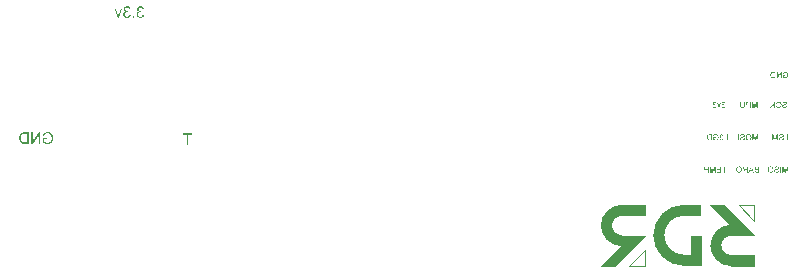
<source format=gbo>
G04 Layer_Color=32896*
%FSAX42Y42*%
%MOMM*%
G71*
G01*
G75*
%ADD30C,0.00*%
G36*
X012461Y005700D02*
X012455D01*
Y005751D01*
X012461D01*
Y005700D01*
D02*
G37*
G36*
X012522D02*
X012516D01*
Y005744D01*
X012501Y005700D01*
X012495D01*
X012480Y005743D01*
Y005700D01*
X012473D01*
Y005751D01*
X012482D01*
X012495Y005716D01*
X012495Y005714D01*
X012496Y005712D01*
X012496Y005711D01*
X012497Y005709D01*
X012497Y005709D01*
X012497Y005708D01*
X012497Y005707D01*
X012498Y005707D01*
X012498Y005708D01*
X012498Y005710D01*
X012499Y005711D01*
X012499Y005712D01*
X012499Y005713D01*
X012500Y005714D01*
X012500Y005714D01*
X012500Y005714D01*
X012500Y005715D01*
X012500Y005715D01*
Y005715D01*
X012512Y005751D01*
X012522D01*
Y005700D01*
D02*
G37*
G36*
X012137Y006025D02*
X012139Y006025D01*
X012140Y006024D01*
X012142Y006024D01*
X012142Y006024D01*
X012143Y006024D01*
X012143Y006023D01*
X012144Y006023D01*
X012144Y006023D01*
X012144Y006023D01*
X012145Y006023D01*
X012145D01*
X012146Y006022D01*
X012147Y006022D01*
X012148Y006021D01*
X012149Y006020D01*
X012150Y006019D01*
X012151Y006018D01*
X012151Y006018D01*
X012151Y006018D01*
Y006018D01*
X012152Y006017D01*
X012152Y006015D01*
X012153Y006014D01*
X012153Y006013D01*
X012153Y006012D01*
X012153Y006011D01*
X012153Y006011D01*
Y006011D01*
Y006011D01*
Y006011D01*
X012153Y006009D01*
X012153Y006008D01*
X012153Y006007D01*
X012152Y006006D01*
X012152Y006005D01*
X012152Y006005D01*
X012152Y006004D01*
X012151Y006004D01*
Y006004D01*
X012151Y006003D01*
X012150Y006002D01*
X012149Y006002D01*
X012148Y006001D01*
X012147Y006000D01*
X012147Y006000D01*
X012146Y006000D01*
X012146Y006000D01*
X012146Y006000D01*
X012146D01*
X012145Y005999D01*
X012145Y005999D01*
X012143Y005998D01*
X012142Y005998D01*
X012140Y005997D01*
X012138Y005997D01*
X012138Y005997D01*
X012137Y005997D01*
X012137Y005996D01*
X012137Y005996D01*
X012136Y005996D01*
X012136D01*
X012135Y005996D01*
X012134Y005996D01*
X012133Y005995D01*
X012132Y005995D01*
X012131Y005995D01*
X012130Y005995D01*
X012130Y005995D01*
X012129Y005994D01*
X012128Y005994D01*
X012128Y005994D01*
X012128Y005994D01*
X012127Y005994D01*
X012127Y005994D01*
X012127Y005994D01*
X012126Y005993D01*
X012125Y005993D01*
X012124Y005992D01*
X012124Y005992D01*
X012123Y005991D01*
X012123Y005991D01*
X012123Y005991D01*
X012122Y005991D01*
X012122Y005990D01*
X012122Y005989D01*
X012121Y005989D01*
X012121Y005988D01*
X012121Y005988D01*
X012121Y005987D01*
Y005987D01*
Y005987D01*
X012121Y005986D01*
X012121Y005985D01*
X012121Y005984D01*
X012122Y005984D01*
X012122Y005983D01*
X012122Y005983D01*
X012122Y005982D01*
X012122Y005982D01*
X012123Y005982D01*
X012124Y005981D01*
X012125Y005980D01*
X012125Y005980D01*
X012126Y005980D01*
X012126Y005979D01*
X012127Y005979D01*
X012127Y005979D01*
X012127D01*
X012128Y005979D01*
X012129Y005978D01*
X012130Y005978D01*
X012131Y005978D01*
X012132Y005978D01*
X012133Y005978D01*
X012134D01*
X012135Y005978D01*
X012137Y005978D01*
X012138Y005978D01*
X012139Y005979D01*
X012140Y005979D01*
X012141Y005979D01*
X012141Y005979D01*
X012141Y005979D01*
X012141Y005979D01*
X012141Y005979D01*
X012142D01*
X012143Y005980D01*
X012144Y005981D01*
X012145Y005981D01*
X012145Y005982D01*
X012146Y005983D01*
X012146Y005983D01*
X012147Y005983D01*
X012147Y005983D01*
X012147Y005984D01*
X012148Y005986D01*
X012148Y005987D01*
X012148Y005988D01*
X012149Y005988D01*
X012149Y005989D01*
Y005989D01*
X012149Y005990D01*
Y005990D01*
Y005990D01*
X012155Y005989D01*
X012155Y005987D01*
X012155Y005986D01*
X012154Y005984D01*
X012154Y005983D01*
X012153Y005982D01*
X012153Y005982D01*
X012153Y005981D01*
X012153Y005981D01*
X012153Y005980D01*
X012152Y005980D01*
X012152Y005980D01*
Y005980D01*
X012151Y005979D01*
X012150Y005977D01*
X012149Y005976D01*
X012148Y005975D01*
X012147Y005975D01*
X012146Y005975D01*
X012146Y005974D01*
X012145Y005974D01*
X012145Y005974D01*
X012145Y005974D01*
X012145D01*
X012143Y005973D01*
X012141Y005973D01*
X012139Y005972D01*
X012137Y005972D01*
X012137Y005972D01*
X012136Y005972D01*
X012135Y005972D01*
X012135D01*
X012134Y005972D01*
X012133D01*
X012131Y005972D01*
X012130Y005972D01*
X012128Y005973D01*
X012126Y005973D01*
X012126Y005973D01*
X012125Y005973D01*
X012125Y005973D01*
X012124Y005974D01*
X012124Y005974D01*
X012124Y005974D01*
X012124Y005974D01*
X012124D01*
X012122Y005975D01*
X012121Y005976D01*
X012120Y005977D01*
X012119Y005977D01*
X012118Y005978D01*
X012117Y005979D01*
X012117Y005979D01*
X012117Y005979D01*
X012117Y005979D01*
Y005980D01*
X012116Y005981D01*
X012115Y005982D01*
X012115Y005984D01*
X012115Y005985D01*
X012115Y005986D01*
X012115Y005986D01*
Y005987D01*
X012114Y005987D01*
Y005987D01*
Y005987D01*
Y005987D01*
X012115Y005989D01*
X012115Y005990D01*
X012115Y005991D01*
X012116Y005992D01*
X012116Y005993D01*
X012116Y005994D01*
X012116Y005994D01*
X012117Y005994D01*
X012117Y005994D01*
Y005994D01*
X012118Y005996D01*
X012119Y005997D01*
X012120Y005997D01*
X012121Y005998D01*
X012122Y005999D01*
X012123Y005999D01*
X012123Y005999D01*
X012123Y006000D01*
X012123Y006000D01*
X012123D01*
X012124Y006000D01*
X012125Y006000D01*
X012125Y006000D01*
X012126Y006001D01*
X012128Y006001D01*
X012130Y006002D01*
X012131Y006002D01*
X012132Y006002D01*
X012133Y006002D01*
X012133Y006003D01*
X012134Y006003D01*
X012134Y006003D01*
X012135Y006003D01*
X012135D01*
X012136Y006003D01*
X012137Y006004D01*
X012139Y006004D01*
X012140Y006004D01*
X012141Y006005D01*
X012141Y006005D01*
X012142Y006005D01*
X012143Y006005D01*
X012143Y006006D01*
X012144Y006006D01*
X012144Y006006D01*
X012144Y006006D01*
X012144Y006006D01*
X012145Y006006D01*
X012145Y006007D01*
X012145Y006007D01*
X012146Y006008D01*
X012146Y006009D01*
X012146Y006009D01*
X012147Y006010D01*
X012147Y006011D01*
Y006011D01*
Y006011D01*
X012147Y006012D01*
X012146Y006013D01*
X012146Y006014D01*
X012145Y006015D01*
X012145Y006016D01*
X012144Y006016D01*
X012144Y006016D01*
X012144Y006017D01*
X012143Y006017D01*
X012143Y006017D01*
X012141Y006018D01*
X012140Y006018D01*
X012138Y006019D01*
X012137Y006019D01*
X012137Y006019D01*
X012136Y006019D01*
X012134D01*
X012133Y006019D01*
X012132Y006019D01*
X012131Y006018D01*
X012130Y006018D01*
X012130Y006018D01*
X012129Y006018D01*
X012128Y006018D01*
X012128Y006017D01*
X012127Y006017D01*
X012127Y006017D01*
X012127Y006017D01*
X012126Y006017D01*
X012126Y006016D01*
X012126Y006016D01*
X012125Y006015D01*
X012124Y006014D01*
X012124Y006013D01*
X012123Y006012D01*
X012123Y006011D01*
X012123Y006010D01*
X012123Y006010D01*
X012123Y006010D01*
X012123Y006009D01*
Y006009D01*
Y006009D01*
X012116Y006010D01*
X012116Y006011D01*
X012116Y006013D01*
X012117Y006014D01*
X012117Y006015D01*
X012118Y006016D01*
X012118Y006017D01*
X012118Y006017D01*
X012118Y006017D01*
X012118Y006017D01*
X012119Y006017D01*
Y006018D01*
X012119Y006019D01*
X012121Y006020D01*
X012122Y006021D01*
X012123Y006022D01*
X012124Y006022D01*
X012125Y006023D01*
X012125Y006023D01*
X012125Y006023D01*
X012125Y006023D01*
X012125D01*
X012127Y006024D01*
X012129Y006024D01*
X012130Y006024D01*
X012132Y006025D01*
X012133Y006025D01*
X012133Y006025D01*
X012134D01*
X012134Y006025D01*
X012135D01*
X012137Y006025D01*
D02*
G37*
G36*
X012411Y006248D02*
X012405D01*
Y006266D01*
X012396Y006274D01*
X012378Y006248D01*
X012369D01*
X012392Y006279D01*
X012370Y006300D01*
X012379D01*
X012405Y006274D01*
Y006300D01*
X012411D01*
Y006248D01*
D02*
G37*
G36*
X012375Y005752D02*
X012376Y005752D01*
X012378Y005751D01*
X012380Y005751D01*
X012381Y005750D01*
X012383Y005750D01*
X012384Y005749D01*
X012385Y005748D01*
X012387Y005748D01*
X012388Y005747D01*
X012388Y005746D01*
X012389Y005746D01*
X012390Y005745D01*
X012390Y005745D01*
X012390Y005745D01*
X012390Y005745D01*
X012391Y005743D01*
X012392Y005742D01*
X012393Y005740D01*
X012394Y005739D01*
X012395Y005737D01*
X012395Y005735D01*
X012396Y005734D01*
X012396Y005732D01*
X012396Y005731D01*
X012397Y005729D01*
X012397Y005728D01*
X012397Y005727D01*
X012397Y005726D01*
X012397Y005725D01*
Y005725D01*
Y005725D01*
Y005725D01*
Y005725D01*
X012397Y005724D01*
X012397Y005722D01*
X012397Y005720D01*
X012396Y005718D01*
X012396Y005717D01*
X012396Y005716D01*
X012395Y005715D01*
X012395Y005714D01*
X012395Y005714D01*
X012395Y005713D01*
X012394Y005713D01*
X012394Y005712D01*
X012394Y005712D01*
Y005712D01*
X012393Y005710D01*
X012392Y005708D01*
X012391Y005707D01*
X012390Y005706D01*
X012389Y005706D01*
X012389Y005705D01*
X012388Y005705D01*
X012387Y005704D01*
X012387Y005704D01*
X012386Y005703D01*
X012386Y005703D01*
X012386Y005703D01*
X012386Y005703D01*
X012386Y005703D01*
X012384Y005702D01*
X012383Y005701D01*
X012382Y005701D01*
X012381Y005701D01*
X012379Y005700D01*
X012377Y005700D01*
X012376Y005699D01*
X012375Y005699D01*
X012374Y005699D01*
X012374Y005699D01*
X012373Y005699D01*
X012373D01*
X012371Y005699D01*
X012370Y005699D01*
X012368Y005700D01*
X012366Y005700D01*
X012365Y005700D01*
X012364Y005701D01*
X012363Y005701D01*
X012362Y005701D01*
X012362Y005702D01*
X012361Y005702D01*
X012361Y005702D01*
X012360Y005702D01*
X012360Y005702D01*
X012360D01*
X012359Y005703D01*
X012358Y005704D01*
X012356Y005705D01*
X012355Y005707D01*
X012354Y005707D01*
X012354Y005708D01*
X012353Y005709D01*
X012353Y005709D01*
X012352Y005710D01*
X012352Y005711D01*
X012352Y005711D01*
X012351Y005711D01*
X012351Y005711D01*
X012351Y005712D01*
X012351Y005713D01*
X012350Y005714D01*
X012349Y005716D01*
X012349Y005719D01*
X012349Y005720D01*
X012349Y005721D01*
X012348Y005722D01*
X012348Y005723D01*
X012348Y005723D01*
Y005724D01*
X012348Y005725D01*
Y005725D01*
Y005725D01*
Y005725D01*
Y005727D01*
X012348Y005728D01*
X012349Y005731D01*
X012349Y005732D01*
X012349Y005733D01*
X012349Y005734D01*
X012350Y005735D01*
X012350Y005736D01*
X012350Y005737D01*
X012350Y005738D01*
X012351Y005738D01*
X012351Y005739D01*
X012351Y005739D01*
X012351Y005739D01*
X012351Y005739D01*
X012352Y005741D01*
X012353Y005742D01*
X012354Y005743D01*
X012354Y005744D01*
X012355Y005745D01*
X012356Y005746D01*
X012357Y005746D01*
X012357Y005747D01*
X012358Y005747D01*
X012358Y005748D01*
X012359Y005748D01*
X012359Y005748D01*
X012360Y005749D01*
X012360Y005749D01*
X012360Y005749D01*
X012361Y005749D01*
X012362Y005750D01*
X012363Y005750D01*
X012364Y005751D01*
X012366Y005751D01*
X012368Y005752D01*
X012369Y005752D01*
X012370Y005752D01*
X012371Y005752D01*
X012371Y005752D01*
X012372Y005752D01*
X012373D01*
X012375Y005752D01*
D02*
G37*
G36*
X012427D02*
X012429Y005752D01*
X012430Y005751D01*
X012432Y005751D01*
X012432Y005751D01*
X012433Y005751D01*
X012433Y005751D01*
X012434Y005751D01*
X012434Y005750D01*
X012434Y005750D01*
X012434Y005750D01*
X012434D01*
X012436Y005750D01*
X012437Y005749D01*
X012438Y005748D01*
X012439Y005747D01*
X012440Y005746D01*
X012440Y005746D01*
X012441Y005745D01*
X012441Y005745D01*
Y005745D01*
X012441Y005744D01*
X012442Y005743D01*
X012442Y005741D01*
X012443Y005740D01*
X012443Y005739D01*
X012443Y005739D01*
X012443Y005738D01*
Y005738D01*
Y005738D01*
Y005738D01*
X012443Y005737D01*
X012443Y005735D01*
X012442Y005734D01*
X012442Y005733D01*
X012442Y005733D01*
X012441Y005732D01*
X012441Y005732D01*
X012441Y005732D01*
Y005731D01*
X012440Y005730D01*
X012440Y005730D01*
X012439Y005729D01*
X012438Y005728D01*
X012437Y005727D01*
X012436Y005727D01*
X012436Y005727D01*
X012436Y005727D01*
X012436Y005727D01*
X012436D01*
X012435Y005726D01*
X012434Y005726D01*
X012433Y005726D01*
X012431Y005725D01*
X012430Y005725D01*
X012428Y005724D01*
X012428Y005724D01*
X012427Y005724D01*
X012427Y005724D01*
X012426Y005724D01*
X012426Y005723D01*
X012426D01*
X012425Y005723D01*
X012424Y005723D01*
X012422Y005723D01*
X012422Y005722D01*
X012421Y005722D01*
X012420Y005722D01*
X012419Y005722D01*
X012419Y005722D01*
X012418Y005721D01*
X012418Y005721D01*
X012417Y005721D01*
X012417Y005721D01*
X012417Y005721D01*
X012417Y005721D01*
X012416Y005721D01*
X012415Y005720D01*
X012414Y005720D01*
X012413Y005719D01*
X012413Y005719D01*
X012412Y005718D01*
X012412Y005718D01*
X012412Y005718D01*
X012412Y005717D01*
X012411Y005717D01*
X012411Y005716D01*
X012411Y005715D01*
X012411Y005715D01*
X012411Y005714D01*
Y005714D01*
Y005714D01*
X012411Y005713D01*
X012411Y005712D01*
X012411Y005711D01*
X012411Y005711D01*
X012412Y005710D01*
X012412Y005710D01*
X012412Y005710D01*
X012412Y005709D01*
X012413Y005709D01*
X012414Y005708D01*
X012414Y005708D01*
X012415Y005707D01*
X012416Y005707D01*
X012416Y005707D01*
X012417Y005706D01*
X012417Y005706D01*
X012417D01*
X012418Y005706D01*
X012419Y005706D01*
X012420Y005705D01*
X012421Y005705D01*
X012422Y005705D01*
X012423Y005705D01*
X012423D01*
X012425Y005705D01*
X012427Y005705D01*
X012428Y005706D01*
X012429Y005706D01*
X012430Y005706D01*
X012430Y005706D01*
X012431Y005706D01*
X012431Y005707D01*
X012431Y005707D01*
X012431Y005707D01*
X012431D01*
X012432Y005707D01*
X012434Y005708D01*
X012434Y005709D01*
X012435Y005709D01*
X012436Y005710D01*
X012436Y005710D01*
X012436Y005711D01*
X012436Y005711D01*
X012437Y005712D01*
X012437Y005713D01*
X012438Y005714D01*
X012438Y005715D01*
X012438Y005716D01*
X012438Y005716D01*
Y005717D01*
X012438Y005717D01*
Y005717D01*
Y005717D01*
X012445Y005717D01*
X012445Y005715D01*
X012444Y005713D01*
X012444Y005711D01*
X012443Y005710D01*
X012443Y005709D01*
X012443Y005709D01*
X012443Y005708D01*
X012442Y005708D01*
X012442Y005708D01*
X012442Y005707D01*
X012442Y005707D01*
Y005707D01*
X012441Y005706D01*
X012440Y005705D01*
X012439Y005704D01*
X012437Y005703D01*
X012436Y005702D01*
X012436Y005702D01*
X012436Y005702D01*
X012435Y005701D01*
X012435Y005701D01*
X012435Y005701D01*
X012435D01*
X012433Y005700D01*
X012431Y005700D01*
X012429Y005700D01*
X012427Y005699D01*
X012426Y005699D01*
X012426Y005699D01*
X012425Y005699D01*
X012424D01*
X012424Y005699D01*
X012423D01*
X012421Y005699D01*
X012419Y005699D01*
X012418Y005700D01*
X012416Y005700D01*
X012416Y005700D01*
X012415Y005701D01*
X012415Y005701D01*
X012414Y005701D01*
X012414Y005701D01*
X012414Y005701D01*
X012413Y005701D01*
X012413D01*
X012412Y005702D01*
X012410Y005703D01*
X012409Y005704D01*
X012408Y005705D01*
X012408Y005705D01*
X012407Y005706D01*
X012407Y005706D01*
X012407Y005707D01*
X012407Y005707D01*
Y005707D01*
X012406Y005708D01*
X012405Y005709D01*
X012405Y005711D01*
X012404Y005712D01*
X012404Y005713D01*
X012404Y005713D01*
Y005714D01*
X012404Y005714D01*
Y005714D01*
Y005714D01*
Y005714D01*
X012404Y005716D01*
X012405Y005717D01*
X012405Y005719D01*
X012405Y005720D01*
X012406Y005720D01*
X012406Y005721D01*
X012406Y005721D01*
X012406Y005721D01*
X012406Y005722D01*
Y005722D01*
X012407Y005723D01*
X012408Y005724D01*
X012409Y005725D01*
X012410Y005725D01*
X012411Y005726D01*
X012412Y005726D01*
X012413Y005727D01*
X012413Y005727D01*
X012413Y005727D01*
X012413D01*
X012414Y005727D01*
X012414Y005727D01*
X012415Y005728D01*
X012416Y005728D01*
X012418Y005729D01*
X012420Y005729D01*
X012421Y005729D01*
X012422Y005729D01*
X012422Y005730D01*
X012423Y005730D01*
X012424Y005730D01*
X012424Y005730D01*
X012424Y005730D01*
X012424D01*
X012426Y005730D01*
X012427Y005731D01*
X012428Y005731D01*
X012429Y005731D01*
X012430Y005732D01*
X012431Y005732D01*
X012432Y005732D01*
X012432Y005733D01*
X012433Y005733D01*
X012433Y005733D01*
X012434Y005733D01*
X012434Y005733D01*
X012434Y005734D01*
X012434Y005734D01*
X012434Y005734D01*
X012435Y005734D01*
X012436Y005735D01*
X012436Y005736D01*
X012436Y005737D01*
X012436Y005737D01*
X012436Y005738D01*
Y005738D01*
Y005738D01*
X012436Y005739D01*
X012436Y005740D01*
X012436Y005741D01*
X012435Y005742D01*
X012434Y005743D01*
X012434Y005743D01*
X012434Y005744D01*
X012434Y005744D01*
X012433Y005744D01*
X012432Y005744D01*
X012431Y005745D01*
X012430Y005745D01*
X012428Y005746D01*
X012427Y005746D01*
X012426Y005746D01*
X012426Y005746D01*
X012424D01*
X012423Y005746D01*
X012422Y005746D01*
X012421Y005746D01*
X012420Y005745D01*
X012419Y005745D01*
X012419Y005745D01*
X012418Y005745D01*
X012418Y005745D01*
X012417Y005744D01*
X012417Y005744D01*
X012416Y005744D01*
X012416Y005744D01*
X012416Y005744D01*
X012416Y005744D01*
X012415Y005743D01*
X012414Y005741D01*
X012413Y005740D01*
X012413Y005739D01*
X012413Y005738D01*
X012412Y005737D01*
X012412Y005737D01*
X012412Y005737D01*
X012412Y005736D01*
Y005736D01*
Y005736D01*
X012406Y005737D01*
X012406Y005738D01*
X012406Y005740D01*
X012407Y005741D01*
X012407Y005742D01*
X012408Y005743D01*
X012408Y005744D01*
X012408Y005744D01*
X012408Y005744D01*
X012408Y005745D01*
X012408Y005745D01*
Y005745D01*
X012409Y005746D01*
X012410Y005747D01*
X012411Y005748D01*
X012413Y005749D01*
X012413Y005749D01*
X012414Y005750D01*
X012415Y005750D01*
X012415Y005750D01*
X012415Y005750D01*
X012415D01*
X012417Y005751D01*
X012418Y005751D01*
X012420Y005752D01*
X012422Y005752D01*
X012422Y005752D01*
X012423Y005752D01*
X012424D01*
X012424Y005752D01*
X012425D01*
X012427Y005752D01*
D02*
G37*
G36*
X011875Y005973D02*
X011857D01*
X011855Y005973D01*
X011853Y005973D01*
X011852Y005973D01*
X011851Y005973D01*
X011850Y005973D01*
X011850Y005973D01*
X011849Y005974D01*
X011849Y005974D01*
X011849D01*
X011849Y005974D01*
X011849D01*
X011847Y005974D01*
X011846Y005974D01*
X011845Y005975D01*
X011844Y005975D01*
X011843Y005976D01*
X011843Y005976D01*
X011843Y005976D01*
X011842Y005976D01*
X011842Y005977D01*
X011841Y005978D01*
X011840Y005978D01*
X011839Y005979D01*
X011839Y005980D01*
X011838Y005980D01*
X011838Y005981D01*
X011838Y005981D01*
X011837Y005982D01*
X011836Y005983D01*
X011836Y005985D01*
X011835Y005986D01*
X011835Y005987D01*
X011835Y005987D01*
X011835Y005988D01*
X011834Y005988D01*
X011834Y005988D01*
X011834Y005988D01*
Y005988D01*
X011834Y005990D01*
X011833Y005992D01*
X011833Y005994D01*
X011833Y005995D01*
X011833Y005996D01*
X011833Y005997D01*
Y005997D01*
X011833Y005998D01*
Y005998D01*
Y005998D01*
Y005999D01*
Y005999D01*
X011833Y006001D01*
X011833Y006003D01*
X011833Y006004D01*
X011834Y006005D01*
X011834Y006006D01*
X011834Y006007D01*
X011834Y006008D01*
X011834Y006009D01*
X011834Y006009D01*
X011835Y006010D01*
X011835Y006010D01*
X011835Y006011D01*
X011835Y006011D01*
Y006011D01*
X011836Y006013D01*
X011837Y006014D01*
X011838Y006016D01*
X011839Y006017D01*
X011839Y006018D01*
X011840Y006018D01*
X011840Y006019D01*
X011840Y006019D01*
X011841Y006019D01*
X011841Y006019D01*
X011841Y006019D01*
X011841Y006020D01*
X011842Y006020D01*
X011843Y006021D01*
X011845Y006022D01*
X011846Y006022D01*
X011847Y006023D01*
X011847Y006023D01*
X011848Y006023D01*
X011848Y006023D01*
X011848Y006023D01*
X011848Y006023D01*
X011849D01*
X011850Y006023D01*
X011851Y006024D01*
X011853Y006024D01*
X011854Y006024D01*
X011855D01*
X011856Y006024D01*
X011875D01*
Y005973D01*
D02*
G37*
G36*
X012010D02*
X011979D01*
Y005979D01*
X012004D01*
Y006024D01*
X012010D01*
Y005973D01*
D02*
G37*
G36*
X011908Y006025D02*
X011910Y006025D01*
X011912Y006024D01*
X011913Y006024D01*
X011915Y006024D01*
X011916Y006024D01*
X011917Y006023D01*
X011917Y006023D01*
X011918Y006023D01*
X011919Y006022D01*
X011919Y006022D01*
X011920Y006022D01*
X011920Y006022D01*
X011920Y006022D01*
X011920Y006022D01*
X011922Y006021D01*
X011923Y006020D01*
X011924Y006019D01*
X011925Y006018D01*
X011926Y006017D01*
X011926Y006016D01*
X011927Y006016D01*
X011928Y006015D01*
X011928Y006014D01*
X011928Y006014D01*
X011929Y006013D01*
X011929Y006013D01*
X011929Y006012D01*
X011929Y006012D01*
X011929Y006012D01*
X011930Y006011D01*
X011930Y006010D01*
X011931Y006007D01*
X011932Y006005D01*
X011932Y006004D01*
X011932Y006003D01*
X011932Y006002D01*
X011932Y006001D01*
X011932Y006000D01*
Y005999D01*
X011932Y005999D01*
Y005998D01*
Y005998D01*
Y005998D01*
X011932Y005997D01*
X011932Y005995D01*
X011932Y005993D01*
X011932Y005992D01*
X011931Y005990D01*
X011931Y005989D01*
X011931Y005988D01*
X011931Y005988D01*
X011930Y005987D01*
X011930Y005986D01*
X011930Y005986D01*
X011930Y005985D01*
X011929Y005985D01*
X011929Y005985D01*
Y005984D01*
X011929Y005983D01*
X011928Y005982D01*
X011927Y005981D01*
X011927Y005980D01*
X011926Y005980D01*
X011925Y005979D01*
X011924Y005978D01*
X011924Y005978D01*
X011923Y005977D01*
X011922Y005976D01*
X011922Y005976D01*
X011921Y005976D01*
X011921Y005975D01*
X011920Y005975D01*
X011920Y005975D01*
X011920Y005975D01*
X011919Y005975D01*
X011918Y005974D01*
X011915Y005973D01*
X011913Y005973D01*
X011912Y005973D01*
X011911Y005972D01*
X011910Y005972D01*
X011909Y005972D01*
X011908Y005972D01*
X011908D01*
X011907Y005972D01*
X011906D01*
X011904Y005972D01*
X011902Y005972D01*
X011900Y005973D01*
X011899Y005973D01*
X011898Y005973D01*
X011897Y005973D01*
X011897Y005973D01*
X011896Y005974D01*
X011896Y005974D01*
X011896Y005974D01*
X011896Y005974D01*
X011895D01*
X011893Y005975D01*
X011892Y005976D01*
X011890Y005977D01*
X011888Y005978D01*
X011888Y005978D01*
X011887Y005979D01*
X011887Y005979D01*
X011886Y005979D01*
X011886Y005979D01*
X011885Y005980D01*
X011885Y005980D01*
X011885Y005980D01*
Y005999D01*
X011907D01*
Y005993D01*
X011892D01*
Y005983D01*
X011893Y005983D01*
X011894Y005982D01*
X011895Y005981D01*
X011896Y005981D01*
X011897Y005980D01*
X011898Y005980D01*
X011898Y005980D01*
X011898Y005980D01*
X011898Y005980D01*
X011898D01*
X011900Y005979D01*
X011901Y005979D01*
X011903Y005978D01*
X011904Y005978D01*
X011905Y005978D01*
X011906D01*
X011906Y005978D01*
X011907D01*
X011909Y005978D01*
X011910Y005978D01*
X011912Y005979D01*
X011913Y005979D01*
X011914Y005979D01*
X011915Y005980D01*
X011915Y005980D01*
X011916Y005980D01*
X011916Y005980D01*
X011916Y005980D01*
X011916Y005980D01*
X011916D01*
X011918Y005981D01*
X011919Y005982D01*
X011921Y005983D01*
X011921Y005984D01*
X011922Y005985D01*
X011923Y005986D01*
X011923Y005986D01*
X011923Y005987D01*
X011923Y005987D01*
X011923Y005987D01*
Y005987D01*
X011924Y005989D01*
X011925Y005991D01*
X011925Y005993D01*
X011925Y005994D01*
X011925Y005995D01*
X011925Y005996D01*
X011925Y005997D01*
Y005997D01*
X011925Y005998D01*
Y005998D01*
Y005998D01*
Y005998D01*
X011925Y006001D01*
X011925Y006002D01*
X011925Y006004D01*
X011925Y006006D01*
X011924Y006006D01*
X011924Y006007D01*
X011924Y006008D01*
X011924Y006008D01*
X011924Y006008D01*
X011924Y006009D01*
X011924Y006009D01*
Y006009D01*
X011923Y006010D01*
X011923Y006011D01*
X011922Y006012D01*
X011922Y006012D01*
X011921Y006013D01*
X011921Y006013D01*
X011920Y006014D01*
X011920Y006014D01*
X011920Y006015D01*
X011919Y006015D01*
X011918Y006016D01*
X011917Y006017D01*
X011916Y006017D01*
X011915Y006017D01*
X011915Y006018D01*
X011915Y006018D01*
X011915D01*
X011914Y006018D01*
X011912Y006018D01*
X011911Y006019D01*
X011910Y006019D01*
X011909Y006019D01*
X011908D01*
X011908Y006019D01*
X011907D01*
X011905Y006019D01*
X011904Y006019D01*
X011903Y006019D01*
X011902Y006018D01*
X011901Y006018D01*
X011900Y006018D01*
X011900Y006018D01*
X011900Y006018D01*
X011900D01*
X011899Y006017D01*
X011898Y006017D01*
X011897Y006016D01*
X011896Y006015D01*
X011896Y006015D01*
X011895Y006014D01*
X011895Y006014D01*
X011895Y006014D01*
X011894Y006013D01*
X011894Y006012D01*
X011893Y006011D01*
X011893Y006010D01*
X011893Y006009D01*
X011892Y006009D01*
X011892Y006008D01*
X011892Y006008D01*
X011892Y006008D01*
Y006008D01*
X011886Y006010D01*
X011887Y006011D01*
X011887Y006013D01*
X011888Y006015D01*
X011888Y006016D01*
X011889Y006017D01*
X011889Y006017D01*
X011889Y006017D01*
X011890Y006018D01*
X011890Y006018D01*
X011890Y006018D01*
Y006018D01*
X011891Y006019D01*
X011892Y006020D01*
X011893Y006021D01*
X011894Y006022D01*
X011895Y006022D01*
X011896Y006022D01*
X011896Y006023D01*
X011896Y006023D01*
X011897Y006023D01*
X011897Y006023D01*
X011897D01*
X011899Y006024D01*
X011900Y006024D01*
X011902Y006024D01*
X011904Y006025D01*
X011904Y006025D01*
X011905Y006025D01*
X011905D01*
X011906Y006025D01*
X011907D01*
X011908Y006025D01*
D02*
G37*
G36*
X012188D02*
X012190Y006025D01*
X012192Y006024D01*
X012193Y006024D01*
X012195Y006023D01*
X012196Y006023D01*
X012198Y006022D01*
X012199Y006021D01*
X012200Y006021D01*
X012201Y006020D01*
X012202Y006019D01*
X012202Y006019D01*
X012203Y006018D01*
X012203Y006018D01*
X012204Y006018D01*
X012204Y006018D01*
X012205Y006016D01*
X012206Y006015D01*
X012207Y006013D01*
X012208Y006011D01*
X012208Y006010D01*
X012209Y006008D01*
X012209Y006007D01*
X012210Y006005D01*
X012210Y006003D01*
X012210Y006002D01*
X012210Y006001D01*
X012210Y006000D01*
X012210Y005999D01*
X012211Y005998D01*
Y005998D01*
Y005998D01*
Y005998D01*
Y005998D01*
X012210Y005996D01*
X012210Y005995D01*
X012210Y005993D01*
X012210Y005991D01*
X012209Y005990D01*
X012209Y005989D01*
X012209Y005988D01*
X012209Y005987D01*
X012208Y005987D01*
X012208Y005986D01*
X012208Y005986D01*
X012208Y005985D01*
X012208Y005985D01*
Y005985D01*
X012206Y005983D01*
X012205Y005981D01*
X012204Y005980D01*
X012204Y005979D01*
X012203Y005979D01*
X012202Y005978D01*
X012202Y005977D01*
X012201Y005977D01*
X012200Y005976D01*
X012200Y005976D01*
X012200Y005976D01*
X012199Y005976D01*
X012199Y005975D01*
X012199Y005975D01*
X012198Y005975D01*
X012197Y005974D01*
X012196Y005974D01*
X012195Y005973D01*
X012192Y005973D01*
X012190Y005972D01*
X012189Y005972D01*
X012189Y005972D01*
X012188Y005972D01*
X012187Y005972D01*
X012187Y005972D01*
X012186D01*
X012185Y005972D01*
X012184Y005972D01*
X012181Y005972D01*
X012179Y005973D01*
X012178Y005973D01*
X012177Y005974D01*
X012177Y005974D01*
X012176Y005974D01*
X012175Y005974D01*
X012175Y005975D01*
X012174Y005975D01*
X012174Y005975D01*
X012174Y005975D01*
X012174D01*
X012173Y005976D01*
X012172Y005976D01*
X012170Y005978D01*
X012168Y005979D01*
X012168Y005980D01*
X012167Y005981D01*
X012167Y005982D01*
X012166Y005982D01*
X012166Y005983D01*
X012165Y005983D01*
X012165Y005984D01*
X012165Y005984D01*
X012165Y005984D01*
X012165Y005984D01*
X012164Y005986D01*
X012164Y005987D01*
X012163Y005989D01*
X012162Y005991D01*
X012162Y005993D01*
X012162Y005994D01*
X012162Y005995D01*
X012162Y005995D01*
X012162Y005996D01*
Y005997D01*
X012162Y005998D01*
Y005998D01*
Y005998D01*
Y005998D01*
Y006000D01*
X012162Y006001D01*
X012162Y006004D01*
X012162Y006005D01*
X012163Y006006D01*
X012163Y006007D01*
X012163Y006008D01*
X012163Y006009D01*
X012164Y006010D01*
X012164Y006010D01*
X012164Y006011D01*
X012164Y006011D01*
X012164Y006012D01*
X012165Y006012D01*
X012165Y006012D01*
X012166Y006014D01*
X012167Y006015D01*
X012167Y006016D01*
X012168Y006017D01*
X012169Y006018D01*
X012169Y006018D01*
X012170Y006019D01*
X012171Y006020D01*
X012171Y006020D01*
X012172Y006020D01*
X012172Y006021D01*
X012173Y006021D01*
X012173Y006021D01*
X012173Y006021D01*
X012173Y006021D01*
X012174Y006022D01*
X012175Y006023D01*
X012177Y006023D01*
X012178Y006023D01*
X012180Y006024D01*
X012182Y006024D01*
X012183Y006025D01*
X012183Y006025D01*
X012184Y006025D01*
X012185Y006025D01*
X012185Y006025D01*
X012186D01*
X012188Y006025D01*
D02*
G37*
G36*
X012104Y005973D02*
X012097D01*
Y006024D01*
X012104D01*
Y005973D01*
D02*
G37*
G36*
X012268D02*
X012262D01*
Y006016D01*
X012247Y005973D01*
X012241D01*
X012226Y006016D01*
Y005973D01*
X012219D01*
Y006024D01*
X012228D01*
X012241Y005988D01*
X012241Y005986D01*
X012242Y005985D01*
X012242Y005983D01*
X012243Y005982D01*
X012243Y005981D01*
X012243Y005981D01*
X012243Y005980D01*
X012244Y005980D01*
X012244Y005981D01*
X012244Y005982D01*
X012245Y005984D01*
X012245Y005985D01*
X012245Y005986D01*
X012246Y005986D01*
X012246Y005987D01*
X012246Y005987D01*
X012246Y005988D01*
X012246Y005988D01*
Y005988D01*
X012258Y006024D01*
X012268D01*
Y005973D01*
D02*
G37*
G36*
X011938Y006248D02*
X011932D01*
X011918Y006285D01*
X011925D01*
X011933Y006263D01*
X011933Y006261D01*
X011934Y006260D01*
X011934Y006259D01*
X011934Y006258D01*
X011935Y006257D01*
X011935Y006256D01*
X011935Y006256D01*
X011935Y006256D01*
Y006256D01*
X011935Y006257D01*
X011936Y006259D01*
X011936Y006260D01*
X011937Y006261D01*
X011937Y006262D01*
X011937Y006263D01*
X011937Y006263D01*
X011937Y006263D01*
X011937Y006263D01*
Y006263D01*
X011945Y006285D01*
X011952D01*
X011938Y006248D01*
D02*
G37*
G36*
X011899Y006300D02*
X011900Y006300D01*
X011902Y006299D01*
X011904Y006299D01*
X011905Y006298D01*
X011906Y006298D01*
X011906Y006298D01*
X011907Y006297D01*
X011907Y006297D01*
X011908Y006297D01*
X011908Y006297D01*
X011908Y006296D01*
X011908Y006296D01*
X011908Y006296D01*
X011909Y006296D01*
X011910Y006295D01*
X011911Y006293D01*
X011912Y006292D01*
X011913Y006290D01*
X011913Y006289D01*
X011913Y006289D01*
X011913Y006288D01*
X011913Y006288D01*
X011913Y006287D01*
X011914Y006287D01*
X011914Y006287D01*
Y006287D01*
X011907Y006285D01*
X011907Y006287D01*
X011907Y006288D01*
X011906Y006290D01*
X011906Y006291D01*
X011905Y006291D01*
X011905Y006292D01*
X011904Y006292D01*
X011904Y006292D01*
X011903Y006293D01*
X011902Y006294D01*
X011901Y006294D01*
X011900Y006294D01*
X011899Y006294D01*
X011899Y006295D01*
X011898Y006295D01*
X011898D01*
X011897Y006295D01*
X011896Y006294D01*
X011895Y006294D01*
X011894Y006293D01*
X011893Y006293D01*
X011892Y006293D01*
X011892Y006292D01*
X011892Y006292D01*
X011891Y006291D01*
X011891Y006290D01*
X011890Y006289D01*
X011890Y006289D01*
X011890Y006288D01*
X011890Y006287D01*
X011890Y006287D01*
Y006287D01*
Y006287D01*
X011890Y006286D01*
X011890Y006285D01*
X011890Y006284D01*
X011891Y006283D01*
X011891Y006282D01*
X011892Y006281D01*
X011892Y006280D01*
X011893Y006280D01*
X011893Y006280D01*
X011893D01*
X011894Y006279D01*
X011895Y006279D01*
X011897Y006279D01*
X011898Y006278D01*
X011899Y006278D01*
X011899Y006278D01*
X011900Y006278D01*
X011900D01*
X011901Y006278D01*
X011901Y006278D01*
X011901D01*
X011902Y006273D01*
X011901Y006273D01*
X011900Y006273D01*
X011899Y006273D01*
X011899Y006273D01*
X011898Y006273D01*
X011897D01*
X011896Y006273D01*
X011894Y006273D01*
X011893Y006272D01*
X011892Y006272D01*
X011891Y006271D01*
X011891Y006271D01*
X011890Y006271D01*
X011890Y006270D01*
X011890Y006270D01*
X011889Y006269D01*
X011889Y006268D01*
X011888Y006267D01*
X011888Y006266D01*
X011887Y006265D01*
X011887Y006264D01*
Y006264D01*
X011887Y006264D01*
Y006264D01*
Y006263D01*
Y006263D01*
Y006263D01*
X011887Y006262D01*
X011888Y006260D01*
X011888Y006259D01*
X011889Y006258D01*
X011889Y006257D01*
X011890Y006256D01*
X011890Y006256D01*
X011890Y006256D01*
X011890Y006256D01*
X011890Y006256D01*
X011891Y006255D01*
X011892Y006255D01*
X011893Y006254D01*
X011894Y006253D01*
X011895Y006253D01*
X011896Y006253D01*
X011897Y006253D01*
X011897D01*
X011897Y006253D01*
X011898D01*
X011899Y006253D01*
X011901Y006253D01*
X011902Y006253D01*
X011903Y006254D01*
X011903Y006254D01*
X011904Y006255D01*
X011904Y006255D01*
X011904Y006255D01*
X011905Y006256D01*
X011905Y006256D01*
X011906Y006257D01*
X011907Y006259D01*
X011907Y006260D01*
X011907Y006261D01*
X011908Y006262D01*
X011908Y006262D01*
X011908Y006262D01*
X011908Y006263D01*
X011908Y006263D01*
Y006263D01*
X011914Y006262D01*
X011914Y006261D01*
X011914Y006260D01*
X011914Y006259D01*
X011913Y006258D01*
X011913Y006257D01*
X011912Y006256D01*
X011912Y006255D01*
X011911Y006254D01*
X011911Y006254D01*
X011911Y006253D01*
X011910Y006253D01*
X011910Y006252D01*
X011910Y006252D01*
X011909Y006252D01*
X011909Y006252D01*
X011909Y006252D01*
X011908Y006251D01*
X011907Y006250D01*
X011906Y006250D01*
X011905Y006249D01*
X011905Y006249D01*
X011904Y006249D01*
X011902Y006248D01*
X011901Y006248D01*
X011900Y006248D01*
X011900Y006248D01*
X011899Y006248D01*
X011899Y006248D01*
X011898D01*
X011897Y006248D01*
X011895Y006248D01*
X011894Y006248D01*
X011893Y006248D01*
X011892Y006249D01*
X011891Y006249D01*
X011890Y006249D01*
X011889Y006250D01*
X011888Y006250D01*
X011888Y006251D01*
X011887Y006251D01*
X011886Y006251D01*
X011886Y006252D01*
X011886Y006252D01*
X011886Y006252D01*
X011886Y006252D01*
X011885Y006253D01*
X011884Y006254D01*
X011883Y006255D01*
X011883Y006256D01*
X011882Y006257D01*
X011882Y006258D01*
X011882Y006259D01*
X011881Y006260D01*
X011881Y006260D01*
X011881Y006261D01*
X011881Y006262D01*
X011881Y006262D01*
X011881Y006263D01*
Y006263D01*
Y006263D01*
Y006264D01*
X011881Y006265D01*
X011881Y006267D01*
X011881Y006268D01*
X011882Y006269D01*
X011882Y006270D01*
X011883Y006271D01*
X011883Y006271D01*
X011883Y006271D01*
X011883Y006272D01*
X011883Y006272D01*
Y006272D01*
X011884Y006273D01*
X011885Y006274D01*
X011887Y006275D01*
X011888Y006275D01*
X011889Y006276D01*
X011889Y006276D01*
X011890Y006276D01*
X011890Y006276D01*
X011890Y006276D01*
X011890Y006276D01*
X011890D01*
X011889Y006277D01*
X011888Y006277D01*
X011887Y006278D01*
X011886Y006279D01*
X011886Y006279D01*
X011885Y006280D01*
X011885Y006280D01*
X011885Y006280D01*
X011884Y006281D01*
X011884Y006283D01*
X011884Y006284D01*
X011883Y006284D01*
X011883Y006285D01*
X011883Y006286D01*
Y006286D01*
Y006286D01*
Y006286D01*
X011883Y006288D01*
X011883Y006289D01*
X011884Y006290D01*
X011884Y006291D01*
X011885Y006292D01*
X011885Y006293D01*
X011885Y006293D01*
X011885Y006293D01*
Y006293D01*
X011886Y006294D01*
X011887Y006295D01*
X011888Y006296D01*
X011889Y006297D01*
X011889Y006297D01*
X011890Y006298D01*
X011890Y006298D01*
X011890Y006298D01*
X011890Y006298D01*
X011891D01*
X011892Y006299D01*
X011893Y006299D01*
X011894Y006299D01*
X011896Y006300D01*
X011897Y006300D01*
X011897D01*
X011897Y006300D01*
X011898D01*
X011899Y006300D01*
D02*
G37*
G36*
X011975D02*
X011976Y006300D01*
X011978Y006299D01*
X011980Y006299D01*
X011980Y006298D01*
X011981Y006298D01*
X011982Y006298D01*
X011982Y006297D01*
X011983Y006297D01*
X011983Y006297D01*
X011983Y006297D01*
X011984Y006296D01*
X011984Y006296D01*
X011984Y006296D01*
X011985Y006296D01*
X011985Y006295D01*
X011986Y006293D01*
X011987Y006292D01*
X011988Y006290D01*
X011988Y006289D01*
X011988Y006289D01*
X011989Y006288D01*
X011989Y006288D01*
X011989Y006287D01*
X011989Y006287D01*
X011989Y006287D01*
Y006287D01*
X011983Y006285D01*
X011982Y006287D01*
X011982Y006288D01*
X011982Y006290D01*
X011981Y006291D01*
X011981Y006291D01*
X011980Y006292D01*
X011980Y006292D01*
X011980Y006292D01*
X011979Y006293D01*
X011978Y006294D01*
X011977Y006294D01*
X011976Y006294D01*
X011975Y006294D01*
X011974Y006295D01*
X011974Y006295D01*
X011974D01*
X011972Y006295D01*
X011971Y006294D01*
X011970Y006294D01*
X011969Y006293D01*
X011968Y006293D01*
X011968Y006293D01*
X011968Y006292D01*
X011968Y006292D01*
X011967Y006291D01*
X011966Y006290D01*
X011966Y006289D01*
X011965Y006289D01*
X011965Y006288D01*
X011965Y006287D01*
X011965Y006287D01*
Y006287D01*
Y006287D01*
X011965Y006286D01*
X011965Y006285D01*
X011966Y006284D01*
X011966Y006283D01*
X011967Y006282D01*
X011967Y006281D01*
X011968Y006280D01*
X011968Y006280D01*
X011968Y006280D01*
X011968D01*
X011970Y006279D01*
X011971Y006279D01*
X011972Y006279D01*
X011973Y006278D01*
X011974Y006278D01*
X011975Y006278D01*
X011975Y006278D01*
X011976D01*
X011976Y006278D01*
X011976Y006278D01*
X011977D01*
X011977Y006273D01*
X011976Y006273D01*
X011976Y006273D01*
X011975Y006273D01*
X011974Y006273D01*
X011974Y006273D01*
X011973D01*
X011971Y006273D01*
X011970Y006273D01*
X011969Y006272D01*
X011968Y006272D01*
X011967Y006271D01*
X011966Y006271D01*
X011966Y006271D01*
X011966Y006270D01*
X011965Y006270D01*
X011965Y006269D01*
X011964Y006268D01*
X011963Y006267D01*
X011963Y006266D01*
X011963Y006265D01*
X011963Y006264D01*
Y006264D01*
X011963Y006264D01*
Y006264D01*
Y006263D01*
Y006263D01*
Y006263D01*
X011963Y006262D01*
X011963Y006260D01*
X011964Y006259D01*
X011964Y006258D01*
X011965Y006257D01*
X011965Y006256D01*
X011966Y006256D01*
X011966Y006256D01*
X011966Y006256D01*
X011966Y006256D01*
X011966Y006255D01*
X011967Y006255D01*
X011968Y006254D01*
X011970Y006253D01*
X011971Y006253D01*
X011972Y006253D01*
X011972Y006253D01*
X011973D01*
X011973Y006253D01*
X011973D01*
X011975Y006253D01*
X011976Y006253D01*
X011977Y006253D01*
X011978Y006254D01*
X011979Y006254D01*
X011979Y006255D01*
X011980Y006255D01*
X011980Y006255D01*
X011980Y006256D01*
X011981Y006256D01*
X011981Y006257D01*
X011982Y006259D01*
X011983Y006260D01*
X011983Y006261D01*
X011983Y006262D01*
X011983Y006262D01*
X011983Y006262D01*
X011983Y006263D01*
X011983Y006263D01*
Y006263D01*
X011990Y006262D01*
X011990Y006261D01*
X011989Y006260D01*
X011989Y006259D01*
X011989Y006258D01*
X011988Y006257D01*
X011988Y006256D01*
X011987Y006255D01*
X011987Y006254D01*
X011986Y006254D01*
X011986Y006253D01*
X011986Y006253D01*
X011985Y006252D01*
X011985Y006252D01*
X011985Y006252D01*
X011985Y006252D01*
X011985Y006252D01*
X011984Y006251D01*
X011983Y006250D01*
X011982Y006250D01*
X011981Y006249D01*
X011980Y006249D01*
X011979Y006249D01*
X011977Y006248D01*
X011977Y006248D01*
X011976Y006248D01*
X011975Y006248D01*
X011975Y006248D01*
X011974Y006248D01*
X011973D01*
X011972Y006248D01*
X011971Y006248D01*
X011969Y006248D01*
X011968Y006248D01*
X011967Y006249D01*
X011966Y006249D01*
X011965Y006249D01*
X011964Y006250D01*
X011964Y006250D01*
X011963Y006251D01*
X011962Y006251D01*
X011962Y006251D01*
X011962Y006252D01*
X011961Y006252D01*
X011961Y006252D01*
X011961Y006252D01*
X011960Y006253D01*
X011959Y006254D01*
X011959Y006255D01*
X011958Y006256D01*
X011958Y006257D01*
X011957Y006258D01*
X011957Y006259D01*
X011957Y006260D01*
X011957Y006260D01*
X011956Y006261D01*
X011956Y006262D01*
X011956Y006262D01*
X011956Y006263D01*
Y006263D01*
Y006263D01*
Y006264D01*
X011956Y006265D01*
X011957Y006267D01*
X011957Y006268D01*
X011957Y006269D01*
X011958Y006270D01*
X011958Y006271D01*
X011958Y006271D01*
X011958Y006271D01*
X011959Y006272D01*
X011959Y006272D01*
Y006272D01*
X011960Y006273D01*
X011961Y006274D01*
X011962Y006275D01*
X011963Y006275D01*
X011964Y006276D01*
X011965Y006276D01*
X011965Y006276D01*
X011965Y006276D01*
X011966Y006276D01*
X011966Y006276D01*
X011966D01*
X011965Y006277D01*
X011963Y006277D01*
X011963Y006278D01*
X011962Y006279D01*
X011961Y006279D01*
X011961Y006280D01*
X011961Y006280D01*
X011960Y006280D01*
X011960Y006281D01*
X011959Y006283D01*
X011959Y006284D01*
X011959Y006284D01*
X011959Y006285D01*
X011959Y006286D01*
Y006286D01*
Y006286D01*
Y006286D01*
X011959Y006288D01*
X011959Y006289D01*
X011959Y006290D01*
X011960Y006291D01*
X011960Y006292D01*
X011960Y006293D01*
X011961Y006293D01*
X011961Y006293D01*
Y006293D01*
X011961Y006294D01*
X011962Y006295D01*
X011963Y006296D01*
X011964Y006297D01*
X011965Y006297D01*
X011965Y006298D01*
X011966Y006298D01*
X011966Y006298D01*
X011966Y006298D01*
X011966D01*
X011967Y006299D01*
X011969Y006299D01*
X011970Y006299D01*
X011971Y006300D01*
X011972Y006300D01*
X011973D01*
X011973Y006300D01*
X011974D01*
X011975Y006300D01*
D02*
G37*
G36*
X012413Y006500D02*
X012395D01*
X012393Y006500D01*
X012392Y006500D01*
X012390Y006500D01*
X012389Y006500D01*
X012388Y006501D01*
X012388Y006501D01*
X012387Y006501D01*
X012387Y006501D01*
X012387D01*
X012387Y006501D01*
X012387D01*
X012385Y006501D01*
X012384Y006502D01*
X012383Y006502D01*
X012382Y006502D01*
X012382Y006503D01*
X012381Y006503D01*
X012381Y006503D01*
X012381Y006503D01*
X012380Y006504D01*
X012379Y006505D01*
X012378Y006506D01*
X012377Y006506D01*
X012377Y006507D01*
X012376Y006508D01*
X012376Y006508D01*
X012376Y006508D01*
X012375Y006509D01*
X012374Y006510D01*
X012374Y006512D01*
X012373Y006513D01*
X012373Y006514D01*
X012373Y006514D01*
X012373Y006515D01*
X012372Y006515D01*
X012372Y006515D01*
X012372Y006515D01*
Y006516D01*
X012372Y006517D01*
X012372Y006519D01*
X012371Y006521D01*
X012371Y006522D01*
X012371Y006523D01*
X012371Y006524D01*
Y006524D01*
X012371Y006525D01*
Y006525D01*
Y006526D01*
Y006526D01*
Y006526D01*
X012371Y006528D01*
X012371Y006531D01*
X012371Y006532D01*
X012372Y006533D01*
X012372Y006534D01*
X012372Y006534D01*
X012372Y006535D01*
X012372Y006536D01*
X012373Y006537D01*
X012373Y006537D01*
X012373Y006537D01*
X012373Y006538D01*
X012373Y006538D01*
Y006538D01*
X012374Y006540D01*
X012375Y006542D01*
X012376Y006543D01*
X012377Y006544D01*
X012377Y006545D01*
X012378Y006545D01*
X012378Y006546D01*
X012378Y006546D01*
X012379Y006546D01*
X012379Y006547D01*
X012379Y006547D01*
X012379Y006547D01*
X012380Y006548D01*
X012382Y006548D01*
X012383Y006549D01*
X012384Y006550D01*
X012385Y006550D01*
X012385Y006550D01*
X012386Y006550D01*
X012386Y006550D01*
X012386Y006550D01*
X012387Y006550D01*
X012387D01*
X012388Y006551D01*
X012389Y006551D01*
X012391Y006551D01*
X012392Y006551D01*
X012394D01*
X012394Y006551D01*
X012413D01*
Y006500D01*
D02*
G37*
G36*
X012498Y006552D02*
X012499Y006552D01*
X012502Y006552D01*
X012503Y006551D01*
X012504Y006551D01*
X012505Y006551D01*
X012506Y006550D01*
X012507Y006550D01*
X012508Y006550D01*
X012509Y006550D01*
X012509Y006549D01*
X012510Y006549D01*
X012510Y006549D01*
X012510Y006549D01*
X012510Y006549D01*
X012511Y006548D01*
X012512Y006548D01*
X012514Y006546D01*
X012515Y006545D01*
X012516Y006544D01*
X012516Y006544D01*
X012517Y006543D01*
X012517Y006542D01*
X012518Y006541D01*
X012518Y006541D01*
X012519Y006540D01*
X012519Y006540D01*
X012519Y006540D01*
X012519Y006539D01*
X012519Y006539D01*
X012520Y006538D01*
X012520Y006537D01*
X012521Y006534D01*
X012521Y006532D01*
X012522Y006531D01*
X012522Y006530D01*
X012522Y006529D01*
X012522Y006528D01*
X012522Y006527D01*
Y006527D01*
X012522Y006526D01*
Y006526D01*
Y006525D01*
Y006525D01*
X012522Y006524D01*
X012522Y006523D01*
X012522Y006520D01*
X012521Y006519D01*
X012521Y006518D01*
X012521Y006517D01*
X012521Y006516D01*
X012520Y006515D01*
X012520Y006514D01*
X012520Y006513D01*
X012520Y006513D01*
X012519Y006512D01*
X012519Y006512D01*
X012519Y006512D01*
Y006512D01*
X012518Y006511D01*
X012518Y006510D01*
X012517Y006509D01*
X012516Y006508D01*
X012516Y006507D01*
X012515Y006506D01*
X012514Y006505D01*
X012513Y006505D01*
X012513Y006504D01*
X012512Y006504D01*
X012511Y006503D01*
X012511Y006503D01*
X012510Y006503D01*
X012510Y006502D01*
X012510Y006502D01*
X012510Y006502D01*
X012509Y006502D01*
X012507Y006501D01*
X012505Y006500D01*
X012503Y006500D01*
X012502Y006500D01*
X012501Y006500D01*
X012500Y006499D01*
X012499Y006499D01*
X012498Y006499D01*
X012497D01*
X012497Y006499D01*
X012496D01*
X012494Y006499D01*
X012492Y006499D01*
X012490Y006500D01*
X012489Y006500D01*
X012488Y006500D01*
X012487Y006501D01*
X012487Y006501D01*
X012486Y006501D01*
X012486Y006501D01*
X012485Y006501D01*
X012485Y006501D01*
X012485D01*
X012483Y006502D01*
X012481Y006503D01*
X012480Y006504D01*
X012478Y006505D01*
X012477Y006505D01*
X012477Y006506D01*
X012476Y006506D01*
X012476Y006506D01*
X012475Y006507D01*
X012475Y006507D01*
X012475Y006507D01*
X012475Y006507D01*
Y006526D01*
X012497D01*
Y006520D01*
X012482D01*
Y006510D01*
X012482Y006510D01*
X012483Y006509D01*
X012485Y006508D01*
X012486Y006508D01*
X012486Y006507D01*
X012487Y006507D01*
X012488Y006507D01*
X012488Y006507D01*
X012488Y006507D01*
X012488D01*
X012490Y006506D01*
X012491Y006506D01*
X012492Y006506D01*
X012494Y006505D01*
X012495Y006505D01*
X012495D01*
X012496Y006505D01*
X012497D01*
X012498Y006505D01*
X012500Y006506D01*
X012502Y006506D01*
X012503Y006506D01*
X012504Y006507D01*
X012504Y006507D01*
X012505Y006507D01*
X012505Y006507D01*
X012506Y006507D01*
X012506Y006507D01*
X012506Y006507D01*
X012506D01*
X012508Y006508D01*
X012509Y006509D01*
X012510Y006511D01*
X012511Y006512D01*
X012512Y006513D01*
X012512Y006513D01*
X012512Y006514D01*
X012513Y006514D01*
X012513Y006514D01*
X012513Y006514D01*
Y006514D01*
X012514Y006516D01*
X012514Y006518D01*
X012515Y006520D01*
X012515Y006522D01*
X012515Y006522D01*
X012515Y006523D01*
X012515Y006524D01*
Y006525D01*
X012515Y006525D01*
Y006525D01*
Y006526D01*
Y006526D01*
X012515Y006528D01*
X012515Y006530D01*
X012515Y006531D01*
X012514Y006533D01*
X012514Y006534D01*
X012514Y006534D01*
X012514Y006535D01*
X012514Y006535D01*
X012513Y006536D01*
X012513Y006536D01*
X012513Y006536D01*
Y006536D01*
X012513Y006537D01*
X012512Y006538D01*
X012512Y006539D01*
X012511Y006540D01*
X012511Y006540D01*
X012510Y006541D01*
X012510Y006541D01*
X012510Y006541D01*
X012509Y006542D01*
X012508Y006543D01*
X012507Y006543D01*
X012507Y006544D01*
X012506Y006544D01*
X012505Y006545D01*
X012505Y006545D01*
X012505Y006545D01*
X012505D01*
X012503Y006545D01*
X012502Y006546D01*
X012501Y006546D01*
X012499Y006546D01*
X012498Y006546D01*
X012498D01*
X012497Y006546D01*
X012497D01*
X012495Y006546D01*
X012494Y006546D01*
X012493Y006546D01*
X012492Y006546D01*
X012491Y006545D01*
X012490Y006545D01*
X012490Y006545D01*
X012490Y006545D01*
X012490D01*
X012488Y006544D01*
X012487Y006544D01*
X012487Y006543D01*
X012486Y006543D01*
X012485Y006542D01*
X012485Y006542D01*
X012485Y006541D01*
X012485Y006541D01*
X012484Y006540D01*
X012483Y006539D01*
X012483Y006538D01*
X012483Y006537D01*
X012482Y006536D01*
X012482Y006536D01*
X012482Y006536D01*
X012482Y006535D01*
X012482Y006535D01*
Y006535D01*
X012476Y006537D01*
X012476Y006539D01*
X012477Y006540D01*
X012477Y006542D01*
X012478Y006543D01*
X012479Y006544D01*
X012479Y006544D01*
X012479Y006545D01*
X012479Y006545D01*
X012479Y006545D01*
X012480Y006545D01*
Y006545D01*
X012481Y006546D01*
X012482Y006547D01*
X012483Y006548D01*
X012484Y006549D01*
X012485Y006549D01*
X012485Y006550D01*
X012486Y006550D01*
X012486Y006550D01*
X012486Y006550D01*
X012487Y006550D01*
X012487D01*
X012488Y006551D01*
X012490Y006551D01*
X012492Y006552D01*
X012493Y006552D01*
X012494Y006552D01*
X012495Y006552D01*
X012495D01*
X012496Y006552D01*
X012497D01*
X012498Y006552D01*
D02*
G37*
G36*
X012465Y006500D02*
X012458D01*
Y006540D01*
X012432Y006500D01*
X012425D01*
Y006551D01*
X012431D01*
Y006511D01*
X012458Y006551D01*
X012465D01*
Y006500D01*
D02*
G37*
G36*
X012275Y005700D02*
X012256D01*
X012254Y005700D01*
X012253Y005700D01*
X012251Y005700D01*
X012250Y005700D01*
X012249Y005701D01*
X012249Y005701D01*
X012248Y005701D01*
X012248Y005701D01*
X012248Y005701D01*
X012248D01*
X012247Y005701D01*
X012245Y005702D01*
X012244Y005702D01*
X012244Y005702D01*
X012243Y005703D01*
X012243Y005703D01*
X012242Y005703D01*
X012242Y005703D01*
X012241Y005704D01*
X012241Y005705D01*
X012240Y005706D01*
X012239Y005706D01*
X012239Y005707D01*
X012239Y005708D01*
X012238Y005708D01*
X012238Y005708D01*
X012238Y005709D01*
X012237Y005710D01*
X012237Y005712D01*
X012237Y005713D01*
X012237Y005714D01*
X012237Y005714D01*
Y005714D01*
Y005715D01*
Y005715D01*
Y005715D01*
X012237Y005716D01*
X012237Y005718D01*
X012238Y005719D01*
X012238Y005720D01*
X012239Y005721D01*
X012239Y005722D01*
X012239Y005722D01*
X012239Y005722D01*
X012239Y005722D01*
Y005722D01*
X012240Y005724D01*
X012241Y005725D01*
X012243Y005725D01*
X012244Y005726D01*
X012245Y005727D01*
X012245Y005727D01*
X012246Y005727D01*
X012246Y005727D01*
X012246Y005727D01*
X012246Y005727D01*
X012246D01*
X012245Y005728D01*
X012244Y005729D01*
X012243Y005729D01*
X012242Y005730D01*
X012242Y005731D01*
X012241Y005731D01*
X012241Y005732D01*
X012241Y005732D01*
X012240Y005733D01*
X012240Y005734D01*
X012240Y005735D01*
X012239Y005736D01*
X012239Y005737D01*
X012239Y005738D01*
Y005738D01*
Y005738D01*
Y005738D01*
Y005738D01*
X012239Y005739D01*
X012240Y005741D01*
X012240Y005742D01*
X012240Y005743D01*
X012241Y005744D01*
X012241Y005744D01*
X012241Y005745D01*
X012241Y005745D01*
Y005745D01*
X012242Y005746D01*
X012243Y005747D01*
X012244Y005748D01*
X012245Y005748D01*
X012246Y005749D01*
X012246Y005749D01*
X012247Y005749D01*
X012247Y005750D01*
X012247Y005750D01*
X012247D01*
X012248Y005750D01*
X012250Y005751D01*
X012251Y005751D01*
X012253Y005751D01*
X012254Y005751D01*
X012255D01*
X012255Y005751D01*
X012275D01*
Y005700D01*
D02*
G37*
G36*
X012495Y006300D02*
X012496Y006300D01*
X012498Y006300D01*
X012499Y006300D01*
X012500Y006299D01*
X012501Y006299D01*
X012501Y006299D01*
X012501Y006299D01*
X012502Y006299D01*
X012502Y006299D01*
X012502Y006299D01*
X012502D01*
X012504Y006298D01*
X012505Y006297D01*
X012506Y006296D01*
X012507Y006295D01*
X012508Y006295D01*
X012508Y006294D01*
X012508Y006294D01*
X012509Y006294D01*
Y006294D01*
X012509Y006292D01*
X012510Y006291D01*
X012510Y006290D01*
X012511Y006289D01*
X012511Y006288D01*
X012511Y006287D01*
X012511Y006287D01*
Y006286D01*
Y006286D01*
Y006286D01*
X012511Y006285D01*
X012511Y006284D01*
X012510Y006283D01*
X012510Y006282D01*
X012510Y006281D01*
X012509Y006280D01*
X012509Y006280D01*
X012509Y006280D01*
Y006280D01*
X012508Y006279D01*
X012507Y006278D01*
X012507Y006277D01*
X012506Y006276D01*
X012505Y006276D01*
X012504Y006275D01*
X012504Y006275D01*
X012504Y006275D01*
X012504Y006275D01*
X012504D01*
X012503Y006275D01*
X012502Y006275D01*
X012501Y006274D01*
X012499Y006273D01*
X012498Y006273D01*
X012496Y006272D01*
X012495Y006272D01*
X012495Y006272D01*
X012494Y006272D01*
X012494Y006272D01*
X012494Y006272D01*
X012494D01*
X012492Y006272D01*
X012491Y006271D01*
X012490Y006271D01*
X012489Y006271D01*
X012488Y006271D01*
X012488Y006270D01*
X012487Y006270D01*
X012487Y006270D01*
X012486Y006270D01*
X012486Y006270D01*
X012485Y006270D01*
X012485Y006270D01*
X012485Y006269D01*
X012485Y006269D01*
X012483Y006269D01*
X012483Y006268D01*
X012482Y006268D01*
X012481Y006267D01*
X012481Y006267D01*
X012480Y006267D01*
X012480Y006267D01*
X012480Y006266D01*
X012480Y006266D01*
X012479Y006265D01*
X012479Y006264D01*
X012479Y006264D01*
X012479Y006263D01*
X012479Y006263D01*
Y006262D01*
Y006262D01*
X012479Y006261D01*
X012479Y006261D01*
X012479Y006260D01*
X012479Y006259D01*
X012480Y006259D01*
X012480Y006258D01*
X012480Y006258D01*
X012480Y006258D01*
X012481Y006257D01*
X012481Y006257D01*
X012482Y006256D01*
X012483Y006256D01*
X012483Y006255D01*
X012484Y006255D01*
X012484Y006255D01*
X012484Y006255D01*
X012484D01*
X012486Y006254D01*
X012487Y006254D01*
X012488Y006254D01*
X012489Y006254D01*
X012490Y006254D01*
X012491Y006254D01*
X012491D01*
X012493Y006254D01*
X012494Y006254D01*
X012496Y006254D01*
X012497Y006254D01*
X012498Y006255D01*
X012498Y006255D01*
X012499Y006255D01*
X012499Y006255D01*
X012499Y006255D01*
X012499Y006255D01*
X012499D01*
X012500Y006256D01*
X012501Y006256D01*
X012502Y006257D01*
X012503Y006258D01*
X012504Y006258D01*
X012504Y006259D01*
X012504Y006259D01*
X012504Y006259D01*
X012505Y006260D01*
X012505Y006261D01*
X012506Y006262D01*
X012506Y006263D01*
X012506Y006264D01*
X012506Y006265D01*
Y006265D01*
X012506Y006265D01*
Y006265D01*
Y006265D01*
X012513Y006265D01*
X012513Y006263D01*
X012512Y006261D01*
X012512Y006260D01*
X012511Y006258D01*
X012511Y006258D01*
X012511Y006257D01*
X012511Y006257D01*
X012510Y006256D01*
X012510Y006256D01*
X012510Y006256D01*
X012510Y006256D01*
Y006256D01*
X012509Y006254D01*
X012508Y006253D01*
X012506Y006252D01*
X012505Y006251D01*
X012504Y006250D01*
X012504Y006250D01*
X012503Y006250D01*
X012503Y006250D01*
X012503Y006250D01*
X012503Y006250D01*
X012503D01*
X012501Y006249D01*
X012499Y006248D01*
X012497Y006248D01*
X012495Y006248D01*
X012494Y006248D01*
X012493Y006248D01*
X012493Y006248D01*
X012492D01*
X012492Y006248D01*
X012491D01*
X012489Y006248D01*
X012487Y006248D01*
X012485Y006248D01*
X012484Y006249D01*
X012483Y006249D01*
X012483Y006249D01*
X012482Y006249D01*
X012482Y006249D01*
X012482Y006249D01*
X012481Y006249D01*
X012481Y006250D01*
X012481D01*
X012480Y006250D01*
X012478Y006251D01*
X012477Y006252D01*
X012476Y006253D01*
X012475Y006254D01*
X012475Y006255D01*
X012475Y006255D01*
X012475Y006255D01*
X012474Y006255D01*
Y006255D01*
X012474Y006256D01*
X012473Y006258D01*
X012473Y006259D01*
X012472Y006260D01*
X012472Y006261D01*
X012472Y006262D01*
Y006262D01*
X012472Y006262D01*
Y006263D01*
Y006263D01*
Y006263D01*
X012472Y006264D01*
X012472Y006266D01*
X012473Y006267D01*
X012473Y006268D01*
X012474Y006269D01*
X012474Y006269D01*
X012474Y006270D01*
X012474Y006270D01*
X012474Y006270D01*
Y006270D01*
X012475Y006271D01*
X012476Y006272D01*
X012477Y006273D01*
X012478Y006274D01*
X012479Y006274D01*
X012480Y006275D01*
X012480Y006275D01*
X012481Y006275D01*
X012481Y006275D01*
X012481D01*
X012481Y006276D01*
X012482Y006276D01*
X012483Y006276D01*
X012484Y006276D01*
X012486Y006277D01*
X012488Y006277D01*
X012489Y006278D01*
X012489Y006278D01*
X012490Y006278D01*
X012491Y006278D01*
X012491Y006278D01*
X012492Y006278D01*
X012492Y006279D01*
X012492D01*
X012494Y006279D01*
X012495Y006279D01*
X012496Y006280D01*
X012497Y006280D01*
X012498Y006280D01*
X012499Y006280D01*
X012500Y006281D01*
X012500Y006281D01*
X012501Y006281D01*
X012501Y006281D01*
X012502Y006282D01*
X012502Y006282D01*
X012502Y006282D01*
X012502Y006282D01*
X012502Y006282D01*
X012503Y006283D01*
X012503Y006284D01*
X012504Y006284D01*
X012504Y006285D01*
X012504Y006286D01*
X012504Y006286D01*
Y006287D01*
Y006287D01*
X012504Y006288D01*
X012504Y006289D01*
X012503Y006290D01*
X012503Y006291D01*
X012502Y006291D01*
X012502Y006292D01*
X012502Y006292D01*
X012501Y006292D01*
X012501Y006293D01*
X012500Y006293D01*
X012499Y006293D01*
X012497Y006294D01*
X012496Y006294D01*
X012495Y006294D01*
X012494Y006294D01*
X012494Y006294D01*
X012491D01*
X012490Y006294D01*
X012490Y006294D01*
X012489Y006294D01*
X012488Y006294D01*
X012487Y006294D01*
X012486Y006293D01*
X012486Y006293D01*
X012485Y006293D01*
X012485Y006293D01*
X012485Y006293D01*
X012484Y006292D01*
X012484Y006292D01*
X012484Y006292D01*
X012484Y006292D01*
X012483Y006291D01*
X012482Y006290D01*
X012481Y006289D01*
X012481Y006287D01*
X012480Y006286D01*
X012480Y006286D01*
X012480Y006285D01*
X012480Y006285D01*
X012480Y006285D01*
Y006285D01*
Y006285D01*
X012474Y006285D01*
X012474Y006287D01*
X012474Y006288D01*
X012474Y006290D01*
X012475Y006291D01*
X012475Y006292D01*
X012476Y006292D01*
X012476Y006293D01*
X012476Y006293D01*
X012476Y006293D01*
X012476Y006293D01*
Y006293D01*
X012477Y006294D01*
X012478Y006296D01*
X012479Y006296D01*
X012480Y006297D01*
X012481Y006298D01*
X012482Y006298D01*
X012482Y006298D01*
X012483Y006299D01*
X012483Y006299D01*
X012483D01*
X012484Y006299D01*
X012486Y006300D01*
X012488Y006300D01*
X012489Y006300D01*
X012490Y006300D01*
X012491Y006300D01*
X012491D01*
X012492Y006300D01*
X012493D01*
X012495Y006300D01*
D02*
G37*
G36*
X012443Y006300D02*
X012445Y006300D01*
X012448Y006299D01*
X012448Y006299D01*
X012449Y006299D01*
X012450Y006299D01*
X012451Y006298D01*
X012452Y006298D01*
X012452Y006298D01*
X012452Y006298D01*
X012453Y006297D01*
X012453Y006297D01*
X012453Y006297D01*
X012454Y006297D01*
X012455Y006296D01*
X012457Y006295D01*
X012458Y006293D01*
X012460Y006292D01*
X012460Y006291D01*
X012461Y006290D01*
X012461Y006290D01*
X012461Y006289D01*
X012461Y006289D01*
X012462Y006289D01*
X012462Y006288D01*
X012462Y006288D01*
X012462Y006287D01*
X012463Y006286D01*
X012464Y006284D01*
X012464Y006281D01*
X012464Y006280D01*
X012464Y006279D01*
X012465Y006278D01*
X012465Y006277D01*
X012465Y006276D01*
Y006276D01*
X012465Y006275D01*
Y006275D01*
Y006274D01*
Y006274D01*
X012465Y006272D01*
X012464Y006269D01*
X012464Y006268D01*
X012464Y006267D01*
X012464Y006266D01*
X012463Y006265D01*
X012463Y006264D01*
X012463Y006263D01*
X012463Y006262D01*
X012463Y006262D01*
X012462Y006261D01*
X012462Y006261D01*
X012462Y006261D01*
Y006261D01*
X012462Y006260D01*
X012461Y006258D01*
X012460Y006257D01*
X012460Y006256D01*
X012459Y006256D01*
X012458Y006255D01*
X012458Y006254D01*
X012457Y006253D01*
X012457Y006253D01*
X012456Y006252D01*
X012455Y006252D01*
X012455Y006252D01*
X012455Y006251D01*
X012454Y006251D01*
X012454Y006251D01*
X012454Y006251D01*
X012453Y006250D01*
X012452Y006250D01*
X012451Y006249D01*
X012450Y006249D01*
X012448Y006248D01*
X012445Y006248D01*
X012444Y006248D01*
X012444Y006248D01*
X012443Y006248D01*
X012442Y006248D01*
X012441Y006248D01*
X012441D01*
X012439Y006248D01*
X012438Y006248D01*
X012437Y006248D01*
X012435Y006248D01*
X012434Y006249D01*
X012433Y006249D01*
X012432Y006249D01*
X012431Y006250D01*
X012430Y006250D01*
X012429Y006250D01*
X012429Y006251D01*
X012428Y006251D01*
X012428Y006251D01*
X012427Y006252D01*
X012427Y006252D01*
X012427Y006252D01*
X012426Y006253D01*
X012425Y006254D01*
X012424Y006255D01*
X012424Y006256D01*
X012423Y006257D01*
X012422Y006258D01*
X012422Y006259D01*
X012421Y006260D01*
X012421Y006261D01*
X012420Y006262D01*
X012420Y006263D01*
X012420Y006263D01*
X012420Y006264D01*
X012420Y006264D01*
X012419Y006265D01*
Y006265D01*
X012426Y006266D01*
X012427Y006265D01*
X012427Y006264D01*
X012427Y006263D01*
X012428Y006262D01*
X012428Y006261D01*
X012429Y006260D01*
X012429Y006260D01*
X012430Y006259D01*
X012430Y006258D01*
X012430Y006258D01*
X012431Y006258D01*
X012431Y006257D01*
X012431Y006257D01*
X012431Y006257D01*
X012432Y006257D01*
X012432Y006257D01*
X012432Y006256D01*
X012433Y006256D01*
X012434Y006255D01*
X012435Y006255D01*
X012436Y006254D01*
X012438Y006254D01*
X012439Y006254D01*
X012439Y006254D01*
X012440Y006253D01*
X012440Y006253D01*
X012441Y006253D01*
X012441D01*
X012443Y006253D01*
X012445Y006254D01*
X012446Y006254D01*
X012447Y006255D01*
X012448Y006255D01*
X012449Y006255D01*
X012449Y006255D01*
X012450Y006256D01*
X012450Y006256D01*
X012450Y006256D01*
X012450D01*
X012451Y006257D01*
X012453Y006258D01*
X012454Y006259D01*
X012454Y006260D01*
X012455Y006261D01*
X012455Y006262D01*
X012456Y006262D01*
X012456Y006263D01*
X012456Y006263D01*
X012456Y006263D01*
Y006263D01*
X012457Y006265D01*
X012457Y006267D01*
X012457Y006269D01*
X012458Y006270D01*
X012458Y006271D01*
Y006272D01*
X012458Y006273D01*
X012458Y006273D01*
Y006274D01*
Y006274D01*
Y006274D01*
Y006274D01*
X012458Y006276D01*
X012458Y006278D01*
X012457Y006280D01*
X012457Y006281D01*
X012457Y006282D01*
X012457Y006282D01*
X012457Y006283D01*
X012456Y006283D01*
X012456Y006284D01*
X012456Y006284D01*
X012456Y006284D01*
Y006284D01*
X012456Y006286D01*
X012455Y006287D01*
X012454Y006289D01*
X012453Y006290D01*
X012452Y006291D01*
X012451Y006291D01*
X012451Y006292D01*
X012451Y006292D01*
X012451Y006292D01*
X012451D01*
X012450Y006292D01*
X012449Y006293D01*
X012447Y006293D01*
X012446Y006294D01*
X012444Y006294D01*
X012443Y006294D01*
X012443Y006295D01*
X012442Y006295D01*
X012442D01*
X012441Y006295D01*
X012441D01*
X012439Y006295D01*
X012437Y006294D01*
X012436Y006294D01*
X012435Y006293D01*
X012434Y006293D01*
X012433Y006293D01*
X012433Y006292D01*
X012433Y006292D01*
X012432Y006292D01*
X012432Y006292D01*
X012432D01*
X012432Y006292D01*
X012431Y006291D01*
X012430Y006290D01*
X012429Y006288D01*
X012428Y006287D01*
X012428Y006286D01*
X012428Y006285D01*
X012427Y006285D01*
X012427Y006284D01*
X012427Y006284D01*
X012427Y006284D01*
Y006284D01*
X012420Y006286D01*
X012421Y006287D01*
X012421Y006288D01*
X012422Y006289D01*
X012422Y006290D01*
X012423Y006291D01*
X012424Y006292D01*
X012424Y006293D01*
X012425Y006294D01*
X012425Y006294D01*
X012426Y006295D01*
X012426Y006295D01*
X012427Y006296D01*
X012427Y006296D01*
X012428Y006296D01*
X012428Y006296D01*
X012428Y006297D01*
X012429Y006297D01*
X012430Y006298D01*
X012431Y006298D01*
X012432Y006299D01*
X012433Y006299D01*
X012434Y006300D01*
X012436Y006300D01*
X012437Y006300D01*
X012438Y006300D01*
X012439Y006300D01*
X012439Y006300D01*
X012440Y006300D01*
X012442D01*
X012443Y006300D01*
D02*
G37*
G36*
X012108Y005752D02*
X012110Y005752D01*
X012111Y005751D01*
X012113Y005751D01*
X012115Y005750D01*
X012116Y005750D01*
X012117Y005749D01*
X012119Y005748D01*
X012120Y005748D01*
X012121Y005747D01*
X012122Y005746D01*
X012122Y005746D01*
X012123Y005745D01*
X012123Y005745D01*
X012123Y005745D01*
X012123Y005745D01*
X012125Y005743D01*
X012126Y005742D01*
X012127Y005740D01*
X012127Y005739D01*
X012128Y005737D01*
X012129Y005735D01*
X012129Y005734D01*
X012129Y005732D01*
X012130Y005731D01*
X012130Y005729D01*
X012130Y005728D01*
X012130Y005727D01*
X012130Y005726D01*
X012130Y005725D01*
Y005725D01*
Y005725D01*
Y005725D01*
Y005725D01*
X012130Y005724D01*
X012130Y005722D01*
X012130Y005720D01*
X012129Y005718D01*
X012129Y005717D01*
X012129Y005716D01*
X012129Y005715D01*
X012128Y005714D01*
X012128Y005714D01*
X012128Y005713D01*
X012128Y005713D01*
X012127Y005712D01*
X012127Y005712D01*
Y005712D01*
X012126Y005710D01*
X012125Y005708D01*
X012124Y005707D01*
X012123Y005706D01*
X012123Y005706D01*
X012122Y005705D01*
X012121Y005705D01*
X012121Y005704D01*
X012120Y005704D01*
X012120Y005703D01*
X012119Y005703D01*
X012119Y005703D01*
X012119Y005703D01*
X012119Y005703D01*
X012118Y005702D01*
X012117Y005701D01*
X012115Y005701D01*
X012114Y005701D01*
X012112Y005700D01*
X012110Y005700D01*
X012109Y005699D01*
X012108Y005699D01*
X012108Y005699D01*
X012107Y005699D01*
X012107Y005699D01*
X012106D01*
X012105Y005699D01*
X012103Y005699D01*
X012101Y005700D01*
X012099Y005700D01*
X012098Y005700D01*
X012097Y005701D01*
X012096Y005701D01*
X012096Y005701D01*
X012095Y005702D01*
X012094Y005702D01*
X012094Y005702D01*
X012094Y005702D01*
X012094Y005702D01*
X012093D01*
X012092Y005703D01*
X012091Y005704D01*
X012090Y005705D01*
X012088Y005707D01*
X012087Y005707D01*
X012087Y005708D01*
X012086Y005709D01*
X012086Y005709D01*
X012085Y005710D01*
X012085Y005711D01*
X012085Y005711D01*
X012085Y005711D01*
X012085Y005711D01*
X012085Y005712D01*
X012084Y005713D01*
X012083Y005714D01*
X012083Y005716D01*
X012082Y005719D01*
X012082Y005720D01*
X012082Y005721D01*
X012082Y005722D01*
X012081Y005723D01*
X012081Y005723D01*
Y005724D01*
X012081Y005725D01*
Y005725D01*
Y005725D01*
Y005725D01*
Y005727D01*
X012081Y005728D01*
X012082Y005731D01*
X012082Y005732D01*
X012082Y005733D01*
X012083Y005734D01*
X012083Y005735D01*
X012083Y005736D01*
X012083Y005737D01*
X012084Y005738D01*
X012084Y005738D01*
X012084Y005739D01*
X012084Y005739D01*
X012084Y005739D01*
X012084Y005739D01*
X012086Y005741D01*
X012086Y005742D01*
X012087Y005743D01*
X012088Y005744D01*
X012088Y005745D01*
X012089Y005746D01*
X012090Y005746D01*
X012090Y005747D01*
X012091Y005747D01*
X012092Y005748D01*
X012092Y005748D01*
X012093Y005748D01*
X012093Y005749D01*
X012093Y005749D01*
X012093Y005749D01*
X012094Y005749D01*
X012095Y005750D01*
X012096Y005750D01*
X012097Y005751D01*
X012100Y005751D01*
X012102Y005752D01*
X012102Y005752D01*
X012103Y005752D01*
X012104Y005752D01*
X012105Y005752D01*
X012105Y005752D01*
X012106D01*
X012108Y005752D01*
D02*
G37*
G36*
X012180Y005700D02*
X012173D01*
Y005723D01*
X012164D01*
X012163Y005723D01*
X012163D01*
X012162Y005723D01*
X012162Y005722D01*
X012162D01*
X012161Y005722D01*
X012161D01*
X012160Y005722D01*
X012160Y005722D01*
X012159Y005722D01*
X012159Y005721D01*
X012159Y005721D01*
X012158Y005721D01*
X012158Y005721D01*
X012158Y005721D01*
X012157Y005720D01*
X012157Y005719D01*
X012156Y005719D01*
X012156Y005718D01*
X012155Y005718D01*
X012155Y005718D01*
X012155Y005718D01*
X012154Y005717D01*
X012153Y005715D01*
X012152Y005714D01*
X012152Y005713D01*
X012151Y005712D01*
X012151Y005712D01*
X012150Y005711D01*
X012150Y005711D01*
X012150Y005711D01*
X012150Y005711D01*
Y005711D01*
X012143Y005700D01*
X012135D01*
X012144Y005714D01*
X012145Y005715D01*
X012146Y005717D01*
X012146Y005718D01*
X012147Y005719D01*
X012148Y005720D01*
X012149Y005720D01*
X012149Y005720D01*
X012149Y005721D01*
X012149D01*
X012150Y005721D01*
X012150Y005722D01*
X012152Y005722D01*
X012152Y005723D01*
X012153Y005723D01*
X012153Y005723D01*
X012153Y005723D01*
X012152Y005723D01*
X012151Y005724D01*
X012150Y005724D01*
X012148Y005724D01*
X012147Y005725D01*
X012147Y005725D01*
X012146Y005726D01*
X012145Y005726D01*
X012144Y005726D01*
X012144Y005727D01*
X012143Y005727D01*
X012143Y005727D01*
X012143Y005728D01*
X012143Y005728D01*
X012142Y005728D01*
X012142Y005728D01*
X012142Y005729D01*
X012141Y005729D01*
X012141Y005730D01*
X012140Y005731D01*
X012140Y005732D01*
X012139Y005734D01*
X012139Y005735D01*
X012139Y005736D01*
X012139Y005736D01*
X012139Y005737D01*
Y005737D01*
Y005737D01*
Y005737D01*
X012139Y005739D01*
X012139Y005740D01*
X012140Y005741D01*
X012140Y005743D01*
X012140Y005744D01*
X012141Y005744D01*
X012141Y005745D01*
X012141Y005745D01*
X012141Y005745D01*
Y005745D01*
X012142Y005746D01*
X012143Y005747D01*
X012144Y005748D01*
X012145Y005749D01*
X012145Y005749D01*
X012146Y005750D01*
X012146Y005750D01*
X012147Y005750D01*
X012147Y005750D01*
X012147D01*
X012147Y005750D01*
X012148Y005750D01*
X012150Y005751D01*
X012152Y005751D01*
X012153Y005751D01*
X012154Y005751D01*
X012155Y005751D01*
X012155D01*
X012156Y005751D01*
X012180D01*
Y005700D01*
D02*
G37*
G36*
X012233D02*
X012226D01*
X012220Y005716D01*
X012199D01*
X012193Y005700D01*
X012185D01*
X012206Y005751D01*
X012214D01*
X012233Y005700D01*
D02*
G37*
G36*
X011958Y006024D02*
X011959Y006024D01*
X011961Y006024D01*
X011963Y006023D01*
X011964Y006023D01*
X011964Y006022D01*
X011965Y006022D01*
X011966Y006022D01*
X011966Y006021D01*
X011966Y006021D01*
X011967Y006021D01*
X011967Y006021D01*
X011967Y006021D01*
X011967Y006021D01*
X011968Y006020D01*
X011969Y006019D01*
X011970Y006018D01*
X011971Y006016D01*
X011971Y006015D01*
X011972Y006014D01*
X011972Y006013D01*
X011972Y006012D01*
X011972Y006012D01*
X011972Y006012D01*
X011972Y006011D01*
X011972Y006011D01*
Y006011D01*
X011966Y006010D01*
X011966Y006011D01*
X011965Y006013D01*
X011965Y006014D01*
X011964Y006015D01*
X011964Y006016D01*
X011963Y006016D01*
X011963Y006017D01*
X011963Y006017D01*
X011962Y006017D01*
X011961Y006018D01*
X011960Y006018D01*
X011959Y006019D01*
X011958Y006019D01*
X011958Y006019D01*
X011957Y006019D01*
X011957D01*
X011956Y006019D01*
X011954Y006019D01*
X011953Y006018D01*
X011953Y006018D01*
X011952Y006017D01*
X011951Y006017D01*
X011951Y006017D01*
X011951Y006017D01*
X011950Y006016D01*
X011950Y006015D01*
X011949Y006014D01*
X011949Y006013D01*
X011949Y006012D01*
X011949Y006012D01*
X011949Y006011D01*
Y006011D01*
Y006011D01*
X011949Y006010D01*
X011949Y006009D01*
X011949Y006008D01*
X011950Y006007D01*
X011950Y006006D01*
X011951Y006005D01*
X011951Y006005D01*
X011952Y006005D01*
X011952Y006004D01*
X011952D01*
X011953Y006004D01*
X011954Y006003D01*
X011955Y006003D01*
X011957Y006003D01*
X011958Y006003D01*
X011958Y006002D01*
X011959Y006002D01*
X011959D01*
X011960Y006002D01*
X011960Y006003D01*
X011960D01*
X011961Y005997D01*
X011960Y005997D01*
X011959Y005997D01*
X011958Y005998D01*
X011957Y005998D01*
X011957Y005998D01*
X011956D01*
X011955Y005998D01*
X011953Y005997D01*
X011952Y005997D01*
X011951Y005996D01*
X011950Y005996D01*
X011950Y005995D01*
X011949Y005995D01*
X011949Y005995D01*
X011949Y005994D01*
X011948Y005994D01*
X011947Y005993D01*
X011947Y005991D01*
X011947Y005990D01*
X011946Y005989D01*
X011946Y005989D01*
Y005988D01*
X011946Y005988D01*
Y005988D01*
Y005988D01*
Y005988D01*
Y005987D01*
X011946Y005986D01*
X011947Y005985D01*
X011947Y005983D01*
X011948Y005982D01*
X011948Y005981D01*
X011949Y005981D01*
X011949Y005981D01*
X011949Y005980D01*
X011949Y005980D01*
X011949Y005980D01*
X011950Y005980D01*
X011950Y005979D01*
X011952Y005978D01*
X011953Y005978D01*
X011954Y005978D01*
X011955Y005977D01*
X011956Y005977D01*
X011956D01*
X011956Y005977D01*
X011957D01*
X011958Y005977D01*
X011959Y005978D01*
X011960Y005978D01*
X011961Y005978D01*
X011962Y005979D01*
X011963Y005979D01*
X011963Y005979D01*
X011963Y005979D01*
X011964Y005980D01*
X011964Y005980D01*
X011965Y005982D01*
X011965Y005983D01*
X011966Y005984D01*
X011966Y005985D01*
X011966Y005986D01*
X011967Y005986D01*
X011967Y005987D01*
X011967Y005987D01*
X011967Y005987D01*
Y005987D01*
X011973Y005986D01*
X011973Y005985D01*
X011973Y005984D01*
X011972Y005983D01*
X011972Y005982D01*
X011972Y005981D01*
X011971Y005980D01*
X011971Y005979D01*
X011970Y005979D01*
X011970Y005978D01*
X011969Y005978D01*
X011969Y005977D01*
X011969Y005977D01*
X011968Y005976D01*
X011968Y005976D01*
X011968Y005976D01*
X011968Y005976D01*
X011967Y005975D01*
X011966Y005975D01*
X011965Y005974D01*
X011964Y005974D01*
X011963Y005973D01*
X011962Y005973D01*
X011961Y005972D01*
X011960Y005972D01*
X011959Y005972D01*
X011958Y005972D01*
X011958Y005972D01*
X011957Y005972D01*
X011957D01*
X011955Y005972D01*
X011954Y005972D01*
X011953Y005972D01*
X011952Y005973D01*
X011951Y005973D01*
X011950Y005973D01*
X011949Y005974D01*
X011948Y005974D01*
X011947Y005975D01*
X011946Y005975D01*
X011946Y005975D01*
X011945Y005976D01*
X011945Y005976D01*
X011945Y005976D01*
X011945Y005976D01*
X011944Y005977D01*
X011944Y005977D01*
X011943Y005978D01*
X011942Y005979D01*
X011942Y005980D01*
X011941Y005981D01*
X011941Y005982D01*
X011940Y005983D01*
X011940Y005984D01*
X011940Y005985D01*
X011940Y005986D01*
X011940Y005986D01*
X011940Y005987D01*
X011940Y005987D01*
Y005988D01*
Y005988D01*
Y005988D01*
X011940Y005990D01*
X011940Y005991D01*
X011940Y005993D01*
X011941Y005994D01*
X011941Y005995D01*
X011941Y005995D01*
X011942Y005995D01*
X011942Y005996D01*
X011942Y005996D01*
X011942Y005996D01*
Y005996D01*
X011943Y005997D01*
X011944Y005998D01*
X011945Y005999D01*
X011947Y006000D01*
X011948Y006000D01*
X011948Y006000D01*
X011948Y006000D01*
X011949Y006000D01*
X011949Y006000D01*
X011949Y006000D01*
X011949D01*
X011948Y006001D01*
X011947Y006002D01*
X011946Y006003D01*
X011945Y006003D01*
X011945Y006004D01*
X011944Y006004D01*
X011944Y006005D01*
X011944Y006005D01*
X011943Y006006D01*
X011943Y006007D01*
X011943Y006008D01*
X011942Y006009D01*
X011942Y006010D01*
X011942Y006010D01*
Y006011D01*
Y006011D01*
Y006011D01*
X011942Y006012D01*
X011942Y006013D01*
X011943Y006014D01*
X011943Y006015D01*
X011943Y006016D01*
X011944Y006017D01*
X011944Y006017D01*
X011944Y006017D01*
Y006017D01*
X011945Y006019D01*
X011946Y006020D01*
X011947Y006020D01*
X011947Y006021D01*
X011948Y006022D01*
X011949Y006022D01*
X011949Y006022D01*
X011949Y006022D01*
X011949Y006022D01*
X011949D01*
X011951Y006023D01*
X011952Y006023D01*
X011953Y006024D01*
X011955Y006024D01*
X011956Y006024D01*
X011956D01*
X011956Y006024D01*
X011957D01*
X011958Y006024D01*
D02*
G37*
G36*
X006927Y007108D02*
X006929Y007108D01*
X006933Y007107D01*
X006936Y007106D01*
X006937Y007106D01*
X006939Y007105D01*
X006940Y007105D01*
X006941Y007104D01*
X006942Y007103D01*
X006943Y007103D01*
X006943Y007102D01*
X006944Y007102D01*
X006944Y007102D01*
X006944Y007102D01*
X006946Y007100D01*
X006947Y007099D01*
X006949Y007096D01*
X006951Y007093D01*
X006952Y007090D01*
X006952Y007089D01*
X006953Y007087D01*
X006953Y007086D01*
X006954Y007085D01*
X006954Y007084D01*
X006954Y007084D01*
X006954Y007083D01*
Y007083D01*
X006942Y007081D01*
X006941Y007084D01*
X006941Y007087D01*
X006940Y007089D01*
X006939Y007091D01*
X006938Y007092D01*
X006937Y007093D01*
X006936Y007094D01*
X006936Y007094D01*
X006934Y007096D01*
X006932Y007097D01*
X006930Y007097D01*
X006929Y007098D01*
X006927Y007098D01*
X006926Y007098D01*
X006925Y007099D01*
X006924D01*
X006922Y007098D01*
X006920Y007098D01*
X006918Y007097D01*
X006916Y007096D01*
X006915Y007095D01*
X006914Y007095D01*
X006913Y007094D01*
X006913Y007094D01*
X006911Y007092D01*
X006910Y007091D01*
X006910Y007089D01*
X006909Y007087D01*
X006909Y007086D01*
X006909Y007084D01*
X006908Y007084D01*
Y007083D01*
Y007083D01*
X006909Y007082D01*
X006909Y007080D01*
X006909Y007078D01*
X006910Y007076D01*
X006911Y007074D01*
X006913Y007073D01*
X006914Y007072D01*
X006914Y007071D01*
X006915Y007071D01*
X006915D01*
X006917Y007070D01*
X006919Y007069D01*
X006922Y007068D01*
X006924Y007067D01*
X006926Y007067D01*
X006927Y007067D01*
X006928Y007067D01*
X006929D01*
X006930Y007067D01*
X006930Y007067D01*
X006930D01*
X006932Y007057D01*
X006930Y007057D01*
X006928Y007057D01*
X006927Y007058D01*
X006925Y007058D01*
X006925Y007058D01*
X006923D01*
X006920Y007058D01*
X006917Y007057D01*
X006915Y007056D01*
X006913Y007055D01*
X006912Y007054D01*
X006910Y007053D01*
X006910Y007053D01*
X006909Y007053D01*
X006908Y007052D01*
X006908Y007050D01*
X006906Y007048D01*
X006905Y007046D01*
X006905Y007044D01*
X006904Y007042D01*
X006904Y007041D01*
Y007040D01*
X006904Y007040D01*
Y007039D01*
Y007039D01*
Y007039D01*
Y007037D01*
X006904Y007036D01*
X006905Y007033D01*
X006906Y007031D01*
X006907Y007029D01*
X006908Y007027D01*
X006909Y007026D01*
X006909Y007025D01*
X006910Y007025D01*
X006910Y007025D01*
X006910Y007024D01*
X006911Y007023D01*
X006912Y007023D01*
X006915Y007021D01*
X006917Y007020D01*
X006919Y007019D01*
X006921Y007019D01*
X006922Y007019D01*
X006923D01*
X006923Y007019D01*
X006924D01*
X006927Y007019D01*
X006929Y007019D01*
X006931Y007020D01*
X006933Y007021D01*
X006934Y007022D01*
X006935Y007022D01*
X006936Y007023D01*
X006936Y007023D01*
X006937Y007024D01*
X006938Y007025D01*
X006939Y007027D01*
X006941Y007030D01*
X006942Y007032D01*
X006942Y007035D01*
X006943Y007035D01*
X006943Y007036D01*
X006943Y007037D01*
X006943Y007037D01*
X006943Y007038D01*
Y007038D01*
X006955Y007036D01*
X006955Y007034D01*
X006954Y007032D01*
X006954Y007030D01*
X006953Y007028D01*
X006952Y007026D01*
X006952Y007025D01*
X006951Y007023D01*
X006950Y007022D01*
X006949Y007021D01*
X006948Y007019D01*
X006948Y007019D01*
X006947Y007018D01*
X006946Y007017D01*
X006946Y007017D01*
X006946Y007016D01*
X006946Y007016D01*
X006944Y007015D01*
X006942Y007014D01*
X006940Y007013D01*
X006939Y007012D01*
X006937Y007011D01*
X006935Y007011D01*
X006932Y007010D01*
X006930Y007009D01*
X006929Y007009D01*
X006927Y007009D01*
X006926Y007009D01*
X006925Y007009D01*
X006924D01*
X006921Y007009D01*
X006919Y007009D01*
X006917Y007010D01*
X006915Y007010D01*
X006912Y007011D01*
X006910Y007012D01*
X006909Y007012D01*
X006907Y007013D01*
X006906Y007014D01*
X006904Y007015D01*
X006903Y007015D01*
X006902Y007016D01*
X006902Y007017D01*
X006901Y007017D01*
X006901Y007017D01*
X006901Y007018D01*
X006899Y007019D01*
X006898Y007021D01*
X006896Y007023D01*
X006895Y007025D01*
X006894Y007027D01*
X006894Y007028D01*
X006893Y007030D01*
X006892Y007032D01*
X006892Y007033D01*
X006892Y007035D01*
X006892Y007036D01*
X006891Y007037D01*
X006891Y007038D01*
Y007039D01*
Y007039D01*
Y007039D01*
X006892Y007043D01*
X006892Y007046D01*
X006893Y007048D01*
X006894Y007051D01*
X006895Y007052D01*
X006895Y007053D01*
X006895Y007054D01*
X006896Y007054D01*
X006896Y007055D01*
X006896Y007055D01*
Y007055D01*
X006898Y007057D01*
X006900Y007059D01*
X006902Y007060D01*
X006905Y007061D01*
X006907Y007062D01*
X006907Y007063D01*
X006908Y007063D01*
X006909Y007063D01*
X006909Y007063D01*
X006909Y007063D01*
X006910D01*
X006907Y007065D01*
X006905Y007066D01*
X006903Y007067D01*
X006902Y007069D01*
X006901Y007070D01*
X006900Y007071D01*
X006900Y007071D01*
X006900Y007071D01*
X006898Y007074D01*
X006897Y007076D01*
X006897Y007077D01*
X006896Y007079D01*
X006896Y007081D01*
X006896Y007082D01*
Y007083D01*
Y007083D01*
Y007083D01*
X006896Y007085D01*
X006897Y007088D01*
X006897Y007090D01*
X006898Y007092D01*
X006899Y007093D01*
X006899Y007095D01*
X006900Y007095D01*
X006900Y007095D01*
Y007096D01*
X006901Y007098D01*
X006903Y007100D01*
X006905Y007101D01*
X006906Y007103D01*
X006908Y007104D01*
X006909Y007104D01*
X006909Y007105D01*
X006910Y007105D01*
X006910Y007105D01*
X006910D01*
X006913Y007106D01*
X006915Y007107D01*
X006918Y007108D01*
X006920Y007108D01*
X006922Y007108D01*
X006923D01*
X006923Y007108D01*
X006925D01*
X006927Y007108D01*
D02*
G37*
G36*
X007040D02*
X007043Y007108D01*
X007046Y007107D01*
X007050Y007106D01*
X007051Y007106D01*
X007052Y007105D01*
X007054Y007105D01*
X007055Y007104D01*
X007056Y007103D01*
X007056Y007103D01*
X007057Y007102D01*
X007057Y007102D01*
X007058Y007102D01*
X007058Y007102D01*
X007059Y007100D01*
X007060Y007099D01*
X007063Y007096D01*
X007064Y007093D01*
X007066Y007090D01*
X007066Y007089D01*
X007067Y007087D01*
X007067Y007086D01*
X007067Y007085D01*
X007067Y007084D01*
X007068Y007084D01*
X007068Y007083D01*
Y007083D01*
X007056Y007081D01*
X007055Y007084D01*
X007054Y007087D01*
X007053Y007089D01*
X007052Y007091D01*
X007051Y007092D01*
X007051Y007093D01*
X007050Y007094D01*
X007050Y007094D01*
X007048Y007096D01*
X007046Y007097D01*
X007044Y007097D01*
X007042Y007098D01*
X007041Y007098D01*
X007039Y007098D01*
X007039Y007099D01*
X007038D01*
X007036Y007098D01*
X007033Y007098D01*
X007031Y007097D01*
X007030Y007096D01*
X007028Y007095D01*
X007027Y007095D01*
X007027Y007094D01*
X007027Y007094D01*
X007025Y007092D01*
X007024Y007091D01*
X007023Y007089D01*
X007023Y007087D01*
X007022Y007086D01*
X007022Y007084D01*
X007022Y007084D01*
Y007083D01*
Y007083D01*
X007022Y007082D01*
X007022Y007080D01*
X007023Y007078D01*
X007024Y007076D01*
X007025Y007074D01*
X007026Y007073D01*
X007027Y007072D01*
X007028Y007071D01*
X007028Y007071D01*
X007028D01*
X007031Y007070D01*
X007033Y007069D01*
X007035Y007068D01*
X007037Y007067D01*
X007039Y007067D01*
X007041Y007067D01*
X007041Y007067D01*
X007043D01*
X007043Y007067D01*
X007044Y007067D01*
X007044D01*
X007045Y007057D01*
X007044Y007057D01*
X007042Y007057D01*
X007040Y007058D01*
X007039Y007058D01*
X007038Y007058D01*
X007037D01*
X007034Y007058D01*
X007031Y007057D01*
X007029Y007056D01*
X007027Y007055D01*
X007025Y007054D01*
X007024Y007053D01*
X007023Y007053D01*
X007023Y007053D01*
X007022Y007052D01*
X007021Y007050D01*
X007020Y007048D01*
X007019Y007046D01*
X007018Y007044D01*
X007018Y007042D01*
X007018Y007041D01*
Y007040D01*
X007018Y007040D01*
Y007039D01*
Y007039D01*
Y007039D01*
Y007037D01*
X007018Y007036D01*
X007019Y007033D01*
X007020Y007031D01*
X007021Y007029D01*
X007022Y007027D01*
X007023Y007026D01*
X007023Y007025D01*
X007023Y007025D01*
X007023Y007025D01*
X007023Y007024D01*
X007025Y007023D01*
X007026Y007023D01*
X007028Y007021D01*
X007031Y007020D01*
X007033Y007019D01*
X007035Y007019D01*
X007036Y007019D01*
X007036D01*
X007037Y007019D01*
X007038D01*
X007040Y007019D01*
X007043Y007019D01*
X007045Y007020D01*
X007047Y007021D01*
X007048Y007022D01*
X007049Y007022D01*
X007050Y007023D01*
X007050Y007023D01*
X007051Y007024D01*
X007052Y007025D01*
X007053Y007027D01*
X007054Y007030D01*
X007055Y007032D01*
X007056Y007035D01*
X007056Y007035D01*
X007057Y007036D01*
X007057Y007037D01*
X007057Y007037D01*
X007057Y007038D01*
Y007038D01*
X007069Y007036D01*
X007069Y007034D01*
X007068Y007032D01*
X007068Y007030D01*
X007067Y007028D01*
X007066Y007026D01*
X007065Y007025D01*
X007064Y007023D01*
X007064Y007022D01*
X007063Y007021D01*
X007062Y007019D01*
X007061Y007019D01*
X007061Y007018D01*
X007060Y007017D01*
X007060Y007017D01*
X007059Y007016D01*
X007059Y007016D01*
X007058Y007015D01*
X007056Y007014D01*
X007054Y007013D01*
X007052Y007012D01*
X007050Y007011D01*
X007049Y007011D01*
X007045Y007010D01*
X007044Y007009D01*
X007042Y007009D01*
X007041Y007009D01*
X007040Y007009D01*
X007039Y007009D01*
X007038D01*
X007035Y007009D01*
X007033Y007009D01*
X007030Y007010D01*
X007028Y007010D01*
X007026Y007011D01*
X007024Y007012D01*
X007022Y007012D01*
X007021Y007013D01*
X007019Y007014D01*
X007018Y007015D01*
X007017Y007015D01*
X007016Y007016D01*
X007015Y007017D01*
X007015Y007017D01*
X007014Y007017D01*
X007014Y007018D01*
X007013Y007019D01*
X007011Y007021D01*
X007010Y007023D01*
X007009Y007025D01*
X007008Y007027D01*
X007007Y007028D01*
X007007Y007030D01*
X007006Y007032D01*
X007006Y007033D01*
X007005Y007035D01*
X007005Y007036D01*
X007005Y007037D01*
X007005Y007038D01*
Y007039D01*
Y007039D01*
Y007039D01*
X007005Y007043D01*
X007006Y007046D01*
X007006Y007048D01*
X007007Y007051D01*
X007008Y007052D01*
X007009Y007053D01*
X007009Y007054D01*
X007009Y007054D01*
X007010Y007055D01*
X007010Y007055D01*
Y007055D01*
X007012Y007057D01*
X007014Y007059D01*
X007016Y007060D01*
X007018Y007061D01*
X007020Y007062D01*
X007021Y007063D01*
X007022Y007063D01*
X007022Y007063D01*
X007023Y007063D01*
X007023Y007063D01*
X007023D01*
X007021Y007065D01*
X007019Y007066D01*
X007017Y007067D01*
X007016Y007069D01*
X007015Y007070D01*
X007014Y007071D01*
X007013Y007071D01*
X007013Y007071D01*
X007012Y007074D01*
X007011Y007076D01*
X007011Y007077D01*
X007010Y007079D01*
X007010Y007081D01*
X007010Y007082D01*
Y007083D01*
Y007083D01*
Y007083D01*
X007010Y007085D01*
X007010Y007088D01*
X007011Y007090D01*
X007012Y007092D01*
X007012Y007093D01*
X007013Y007095D01*
X007013Y007095D01*
X007013Y007095D01*
Y007096D01*
X007015Y007098D01*
X007016Y007100D01*
X007018Y007101D01*
X007020Y007103D01*
X007021Y007104D01*
X007023Y007104D01*
X007023Y007105D01*
X007023Y007105D01*
X007024Y007105D01*
X007024D01*
X007026Y007106D01*
X007029Y007107D01*
X007031Y007108D01*
X007034Y007108D01*
X007035Y007108D01*
X007036D01*
X007037Y007108D01*
X007038D01*
X007040Y007108D01*
D02*
G37*
G36*
X006091Y005944D02*
X006056D01*
X006053Y005944D01*
X006050Y005944D01*
X006047Y005944D01*
X006045Y005944D01*
X006043Y005945D01*
X006042Y005945D01*
X006042Y005945D01*
X006041Y005945D01*
X006041D01*
X006041Y005945D01*
X006041D01*
X006038Y005946D01*
X006036Y005947D01*
X006034Y005948D01*
X006032Y005948D01*
X006031Y005949D01*
X006030Y005950D01*
X006029Y005950D01*
X006029Y005950D01*
X006027Y005951D01*
X006025Y005953D01*
X006024Y005954D01*
X006022Y005956D01*
X006021Y005957D01*
X006021Y005958D01*
X006020Y005959D01*
X006020Y005959D01*
X006018Y005961D01*
X006017Y005964D01*
X006016Y005966D01*
X006015Y005968D01*
X006014Y005970D01*
X006014Y005971D01*
X006014Y005972D01*
X006013Y005972D01*
X006013Y005973D01*
X006013Y005973D01*
Y005973D01*
X006012Y005976D01*
X006012Y005980D01*
X006011Y005983D01*
X006011Y005986D01*
X006011Y005988D01*
X006011Y005989D01*
Y005990D01*
X006011Y005991D01*
Y005992D01*
Y005992D01*
Y005993D01*
Y005993D01*
X006011Y005998D01*
X006011Y006002D01*
X006011Y006004D01*
X006012Y006006D01*
X006012Y006008D01*
X006012Y006009D01*
X006013Y006011D01*
X006013Y006012D01*
X006014Y006013D01*
X006014Y006014D01*
X006014Y006015D01*
X006014Y006016D01*
X006014Y006016D01*
Y006016D01*
X006016Y006020D01*
X006018Y006023D01*
X006020Y006026D01*
X006022Y006028D01*
X006023Y006029D01*
X006023Y006030D01*
X006024Y006031D01*
X006025Y006032D01*
X006025Y006032D01*
X006026Y006033D01*
X006026Y006033D01*
X006026Y006033D01*
X006028Y006035D01*
X006031Y006036D01*
X006033Y006037D01*
X006035Y006038D01*
X006037Y006039D01*
X006038Y006039D01*
X006039Y006039D01*
X006039Y006039D01*
X006040Y006040D01*
X006040Y006040D01*
X006040D01*
X006043Y006040D01*
X006046Y006041D01*
X006049Y006041D01*
X006051Y006041D01*
X006054D01*
X006055Y006041D01*
X006091D01*
Y005944D01*
D02*
G37*
G36*
X011907Y005700D02*
X011901D01*
Y005744D01*
X011886Y005700D01*
X011880D01*
X011865Y005743D01*
Y005700D01*
X011859D01*
Y005751D01*
X011868D01*
X011880Y005716D01*
X011881Y005714D01*
X011881Y005712D01*
X011882Y005711D01*
X011882Y005709D01*
X011882Y005709D01*
X011882Y005708D01*
X011883Y005707D01*
X011883Y005707D01*
X011883Y005708D01*
X011883Y005710D01*
X011884Y005711D01*
X011884Y005712D01*
X011885Y005713D01*
X011885Y005714D01*
X011885Y005714D01*
X011885Y005714D01*
X011885Y005715D01*
X011885Y005715D01*
Y005715D01*
X011897Y005751D01*
X011907D01*
Y005700D01*
D02*
G37*
G36*
X006986Y007010D02*
X006973D01*
Y007024D01*
X006986D01*
Y007010D01*
D02*
G37*
G36*
X006857D02*
X006845D01*
X006819Y007081D01*
X006831D01*
X006847Y007038D01*
X006848Y007035D01*
X006848Y007032D01*
X006849Y007030D01*
X006850Y007028D01*
X006850Y007027D01*
X006851Y007026D01*
X006851Y007025D01*
X006851Y007025D01*
Y007024D01*
X006852Y007027D01*
X006853Y007030D01*
X006853Y007032D01*
X006854Y007034D01*
X006855Y007036D01*
X006855Y007038D01*
X006855Y007038D01*
X006855Y007038D01*
X006856Y007039D01*
Y007039D01*
X006871Y007081D01*
X006883D01*
X006857Y007010D01*
D02*
G37*
G36*
X012236Y005168D02*
X012036D01*
X012035Y005168D01*
X012034Y005168D01*
X012033Y005168D01*
X012032Y005168D01*
X012030Y005168D01*
X012029Y005167D01*
X012028Y005167D01*
X012026Y005167D01*
X012025Y005167D01*
X012024Y005167D01*
X012023Y005167D01*
X012022Y005166D01*
X012020Y005166D01*
X012019Y005166D01*
X012018Y005166D01*
X012017Y005165D01*
X012015Y005165D01*
X012014Y005165D01*
X012013Y005164D01*
X012012Y005164D01*
X012011Y005164D01*
X012009Y005163D01*
X012008Y005163D01*
X012007Y005162D01*
X012006Y005162D01*
X012005Y005162D01*
X012003Y005161D01*
X012002Y005161D01*
X012001Y005160D01*
X012000Y005160D01*
X011999Y005159D01*
X011998Y005158D01*
X011997Y005158D01*
X011996Y005157D01*
X011994Y005157D01*
X011993Y005156D01*
X011992Y005155D01*
X011991Y005155D01*
X011990Y005154D01*
X011989Y005153D01*
X011988Y005153D01*
X011987Y005152D01*
X011986Y005151D01*
X011985Y005150D01*
X011984Y005150D01*
X011983Y005149D01*
X011982Y005148D01*
X011981Y005147D01*
X011980Y005146D01*
X011979Y005146D01*
X011978Y005145D01*
X011977Y005144D01*
X011977Y005143D01*
X011976Y005142D01*
X011975Y005141D01*
X011974Y005140D01*
X011973Y005139D01*
X011972Y005138D01*
X011971Y005137D01*
X011971Y005136D01*
X011970Y005135D01*
X011969Y005134D01*
X011968Y005133D01*
X011968Y005132D01*
X011967Y005131D01*
X011966Y005130D01*
X011965Y005129D01*
X011965Y005128D01*
X011964Y005127D01*
X011963Y005126D01*
X011963Y005125D01*
X011962Y005124D01*
X011962Y005123D01*
X011961Y005122D01*
X011960Y005121D01*
X011960Y005119D01*
X011959Y005118D01*
X011959Y005117D01*
X011958Y005116D01*
X011958Y005115D01*
X011957Y005114D01*
X011957Y005112D01*
X011957Y005111D01*
X011956Y005110D01*
X011956Y005109D01*
X011955Y005108D01*
X011955Y005106D01*
X011955Y005105D01*
X011954Y005104D01*
X011954Y005103D01*
X011954Y005102D01*
X011953Y005100D01*
X011953Y005099D01*
X011953Y005098D01*
X011953Y005097D01*
X011953Y005095D01*
X011952Y005094D01*
X011952Y005093D01*
X011952Y005092D01*
X011952Y005090D01*
X011952Y005089D01*
X011952Y005088D01*
X011952Y005087D01*
X011952Y005085D01*
X011952Y005084D01*
X011952Y005083D01*
X011952D01*
X011952Y005082D01*
X011952Y005081D01*
X011952Y005079D01*
X011952Y005078D01*
X011952Y005077D01*
X011952Y005076D01*
X011952Y005074D01*
X011952Y005073D01*
X011952Y005072D01*
X011953Y005071D01*
X011953Y005069D01*
X011953Y005068D01*
X011953Y005067D01*
X011953Y005066D01*
X011954Y005064D01*
X011954Y005063D01*
X011954Y005062D01*
X011955Y005061D01*
X011955Y005059D01*
X011955Y005058D01*
X011956Y005057D01*
X011956Y005056D01*
X011957Y005055D01*
X011957Y005054D01*
X011957Y005052D01*
X011958Y005051D01*
X011958Y005050D01*
X011959Y005049D01*
X011959Y005048D01*
X011960Y005047D01*
X011960Y005045D01*
X011961Y005044D01*
X011962Y005043D01*
X011962Y005042D01*
X011963Y005041D01*
X011963Y005040D01*
X011964Y005039D01*
X011965Y005038D01*
X011965Y005037D01*
X011966Y005036D01*
X011967Y005035D01*
X011968Y005034D01*
X011968Y005033D01*
X011969Y005032D01*
X011970Y005031D01*
X011971Y005030D01*
X011971Y005029D01*
X011972Y005028D01*
X011973Y005027D01*
X011974Y005026D01*
X011975Y005025D01*
X011976Y005024D01*
X011977Y005023D01*
X011977Y005022D01*
X011978Y005021D01*
X011979Y005020D01*
X011980Y005020D01*
X011981Y005019D01*
X011982Y005018D01*
X011983Y005017D01*
X011984Y005016D01*
X011985Y005016D01*
X011986Y005015D01*
X011987Y005014D01*
X011988Y005013D01*
X011989Y005013D01*
X011990Y005012D01*
X011991Y005011D01*
X011992Y005011D01*
X011993Y005010D01*
X011994Y005009D01*
X011996Y005009D01*
X011997Y005008D01*
X011998Y005008D01*
X011999Y005007D01*
X012000Y005006D01*
X012001Y005006D01*
X012002Y005005D01*
X012003Y005005D01*
X012005Y005004D01*
X012006Y005004D01*
X012007Y005003D01*
X012008Y005003D01*
X012009Y005003D01*
X012011Y005002D01*
X012012Y005002D01*
X012013Y005002D01*
X012014Y005001D01*
X012015Y005001D01*
X012017Y005001D01*
X012018Y005000D01*
X012019Y005000D01*
X012020Y005000D01*
X012022Y005000D01*
X012023Y004999D01*
X012024Y004999D01*
X012025Y004999D01*
X012027Y004999D01*
X012028Y004999D01*
X012029Y004999D01*
X012030Y004998D01*
X012032Y004998D01*
X012033Y004998D01*
X012034Y004998D01*
X012035Y004998D01*
X012036Y004998D01*
Y004998D01*
X012236D01*
Y004913D01*
X012036D01*
X012036Y004913D01*
X012035Y004913D01*
X012033Y004913D01*
X012031Y004913D01*
X012030Y004913D01*
X012028Y004913D01*
X012026Y004913D01*
X012024Y004914D01*
X012022Y004914D01*
X012021Y004914D01*
X012019Y004914D01*
X012017Y004914D01*
X012015Y004914D01*
X012014Y004915D01*
X012012Y004915D01*
X012010Y004915D01*
X012008Y004915D01*
X012007Y004916D01*
X012005Y004916D01*
X012003Y004916D01*
X012001Y004917D01*
X012000Y004917D01*
X011998Y004918D01*
X011996Y004918D01*
X011994Y004918D01*
X011993Y004919D01*
X011991Y004919D01*
X011989Y004920D01*
X011987Y004920D01*
X011986Y004921D01*
X011984Y004921D01*
X011982Y004922D01*
X011981Y004923D01*
X011979Y004923D01*
X011977Y004924D01*
X011976Y004924D01*
X011974Y004925D01*
X011972Y004926D01*
X011971Y004926D01*
X011969Y004927D01*
X011967Y004928D01*
X011966Y004929D01*
X011964Y004929D01*
X011963Y004930D01*
X011961Y004931D01*
X011959Y004932D01*
X011958Y004932D01*
X011956Y004933D01*
X011955Y004934D01*
X011953Y004935D01*
X011952Y004936D01*
X011950Y004937D01*
X011949Y004938D01*
X011947Y004939D01*
X011945Y004940D01*
X011944Y004941D01*
X011943Y004941D01*
X011941Y004942D01*
X011940Y004943D01*
X011938Y004945D01*
X011937Y004946D01*
X011935Y004947D01*
X011934Y004948D01*
X011932Y004949D01*
X011931Y004950D01*
X011930Y004951D01*
X011928Y004952D01*
X011927Y004953D01*
X011925Y004954D01*
X011924Y004956D01*
X011923Y004957D01*
X011921Y004958D01*
X011920Y004959D01*
X011919Y004960D01*
X011918Y004962D01*
X011916Y004963D01*
X011915Y004964D01*
X011914Y004965D01*
X011913Y004967D01*
X011911Y004968D01*
X011910Y004969D01*
X011909Y004971D01*
X011908Y004972D01*
X011907Y004973D01*
X011906Y004975D01*
X011904Y004976D01*
X011903Y004978D01*
X011902Y004979D01*
X011901Y004980D01*
X011900Y004982D01*
X011899Y004983D01*
X011898Y004985D01*
X011897Y004986D01*
X011896Y004988D01*
X011895Y004989D01*
X011894Y004991D01*
X011893Y004992D01*
X011892Y004994D01*
X011891Y004995D01*
X011890Y004997D01*
X011889Y004998D01*
X011888Y005000D01*
X011888Y005001D01*
X011887Y005003D01*
X011886Y005004D01*
X011885Y005006D01*
X011884Y005008D01*
X011883Y005009D01*
X011883Y005011D01*
X011882Y005012D01*
X011881Y005014D01*
X011881Y005016D01*
X011880Y005017D01*
X011879Y005019D01*
X011878Y005021D01*
X011878Y005022D01*
X011877Y005024D01*
X011877Y005026D01*
X011876Y005027D01*
X011875Y005029D01*
X011875Y005031D01*
X011874Y005032D01*
X011874Y005034D01*
X011873Y005036D01*
X011873Y005037D01*
X011872Y005039D01*
X011872Y005041D01*
X011871Y005043D01*
X011871Y005044D01*
X011871Y005046D01*
X011870Y005048D01*
X011870Y005050D01*
X011870Y005051D01*
X011869Y005053D01*
X011869Y005055D01*
X011869Y005057D01*
X011868Y005058D01*
X011868Y005060D01*
X011868Y005062D01*
X011868Y005064D01*
X011867Y005065D01*
X011867Y005067D01*
X011867Y005069D01*
X011867Y005071D01*
X011867Y005072D01*
X011867Y005074D01*
X011867Y005076D01*
X011867Y005078D01*
X011867Y005080D01*
X011867Y005081D01*
X011867Y005083D01*
Y005083D01*
Y005083D01*
X011867Y005085D01*
X011867Y005086D01*
X011867Y005088D01*
X011867Y005090D01*
X011867Y005092D01*
X011867Y005093D01*
X011867Y005095D01*
X011867Y005097D01*
X011867Y005099D01*
X011867Y005101D01*
X011868Y005102D01*
X011868Y005104D01*
X011868Y005106D01*
X011868Y005108D01*
X011869Y005109D01*
X011869Y005111D01*
X011869Y005113D01*
X011870Y005115D01*
X011870Y005116D01*
X011870Y005118D01*
X011871Y005120D01*
X011871Y005122D01*
X011871Y005123D01*
X011872Y005125D01*
X011872Y005127D01*
X011873Y005129D01*
X011873Y005130D01*
X011874Y005132D01*
X011874Y005134D01*
X011875Y005135D01*
X011875Y005137D01*
X011876Y005139D01*
X011877Y005140D01*
X011877Y005142D01*
X011878Y005144D01*
X011878Y005145D01*
X011879Y005147D01*
X011880Y005149D01*
X011881Y005150D01*
X011881Y005152D01*
X011882Y005154D01*
X011883Y005155D01*
X011883Y005157D01*
X011884Y005158D01*
X011885Y005160D01*
X011886Y005162D01*
X011887Y005163D01*
X011888Y005165D01*
X011888Y005166D01*
X011889Y005168D01*
X011890Y005169D01*
X011891Y005171D01*
X011892Y005172D01*
X011893Y005174D01*
X011894Y005175D01*
X011895Y005177D01*
X011896Y005178D01*
X011897Y005180D01*
X011898Y005181D01*
X011899Y005183D01*
X011900Y005184D01*
X011901Y005186D01*
X011902Y005187D01*
X011903Y005188D01*
X011904Y005190D01*
X011906Y005191D01*
X011907Y005193D01*
X011908Y005194D01*
X011909Y005195D01*
X011910Y005197D01*
X011911Y005198D01*
X011913Y005199D01*
X011914Y005201D01*
X011915Y005202D01*
X011916Y005203D01*
X011918Y005204D01*
X011919Y005206D01*
X011920Y005207D01*
X011922Y005208D01*
X011923Y005209D01*
X011924Y005210D01*
X011925Y005212D01*
X011927Y005213D01*
X011928Y005214D01*
X011930Y005215D01*
X011931Y005216D01*
X011932Y005217D01*
X011934Y005218D01*
X011935Y005219D01*
X011937Y005220D01*
X011938Y005221D01*
X011940Y005223D01*
X011941Y005224D01*
X011943Y005225D01*
X011944Y005225D01*
X011946Y005226D01*
X011947Y005227D01*
X011949Y005228D01*
X011950Y005229D01*
X011952Y005230D01*
X011953Y005231D01*
X011955Y005232D01*
X011956Y005233D01*
X011958Y005234D01*
X011959Y005234D01*
X011961Y005235D01*
X011963Y005236D01*
X011964Y005237D01*
X011966Y005237D01*
X011967Y005238D01*
X011969Y005239D01*
X011971Y005240D01*
X011972Y005240D01*
X011974Y005241D01*
X011976Y005242D01*
X011977Y005242D01*
X011979Y005243D01*
X011981Y005243D01*
X011982Y005244D01*
X011984Y005245D01*
X011986Y005245D01*
X011987Y005246D01*
X011989Y005246D01*
X011991Y005247D01*
X011993Y005247D01*
X011994Y005248D01*
X011996Y005248D01*
X011998Y005248D01*
X012000Y005249D01*
X012001Y005249D01*
X012003Y005250D01*
X012005Y005250D01*
X012007Y005250D01*
X012008Y005251D01*
X012010Y005251D01*
X012012Y005251D01*
X012014Y005251D01*
X012015Y005252D01*
X012017Y005252D01*
X012019Y005252D01*
X012021Y005252D01*
X012022Y005252D01*
X012024Y005252D01*
X012026Y005253D01*
X012028Y005253D01*
X012030Y005253D01*
X012030Y005253D01*
Y005253D01*
X012030Y005253D01*
X012030Y005253D01*
X012030Y005253D01*
X012030Y005253D01*
X012030Y005253D01*
X012030Y005253D01*
X012030Y005253D01*
X012030Y005253D01*
X012030Y005253D01*
X011861Y005422D01*
X011981D01*
X012236Y005168D01*
D02*
G37*
G36*
X011110Y005422D02*
X011309D01*
Y005337D01*
X011110D01*
Y005337D01*
X011109Y005337D01*
X011107Y005337D01*
X011106Y005337D01*
X011105Y005337D01*
X011104Y005337D01*
X011102Y005337D01*
X011101Y005336D01*
X011100Y005336D01*
X011099Y005336D01*
X011097Y005336D01*
X011096Y005336D01*
X011095Y005336D01*
X011094Y005335D01*
X011092Y005335D01*
X011091Y005335D01*
X011090Y005335D01*
X011089Y005334D01*
X011088Y005334D01*
X011086Y005334D01*
X011085Y005333D01*
X011084Y005333D01*
X011083Y005332D01*
X011082Y005332D01*
X011080Y005332D01*
X011079Y005331D01*
X011078Y005331D01*
X011077Y005330D01*
X011076Y005330D01*
X011075Y005329D01*
X011073Y005329D01*
X011072Y005328D01*
X011071Y005328D01*
X011070Y005327D01*
X011069Y005326D01*
X011068Y005326D01*
X011067Y005325D01*
X011066Y005324D01*
X011065Y005324D01*
X011064Y005323D01*
X011063Y005322D01*
X011061Y005322D01*
X011060Y005321D01*
X011059Y005320D01*
X011058Y005319D01*
X011057Y005319D01*
X011056Y005318D01*
X011055Y005317D01*
X011055Y005316D01*
X011054Y005315D01*
X011053Y005315D01*
X011052Y005314D01*
X011051Y005313D01*
X011050Y005312D01*
X011049Y005311D01*
X011048Y005310D01*
X011047Y005309D01*
X011046Y005308D01*
X011046Y005307D01*
X011045Y005306D01*
X011044Y005305D01*
X011043Y005305D01*
X011042Y005304D01*
X011042Y005303D01*
X011041Y005301D01*
X011040Y005300D01*
X011040Y005299D01*
X011039Y005298D01*
X011038Y005297D01*
X011037Y005296D01*
X011037Y005295D01*
X011036Y005294D01*
X011036Y005293D01*
X011035Y005292D01*
X011034Y005291D01*
X011034Y005290D01*
X011033Y005289D01*
X011033Y005287D01*
X011032Y005286D01*
X011032Y005285D01*
X011031Y005284D01*
X011031Y005283D01*
X011030Y005282D01*
X011030Y005280D01*
X011030Y005279D01*
X011029Y005278D01*
X011029Y005277D01*
X011028Y005276D01*
X011028Y005274D01*
X011028Y005273D01*
X011027Y005272D01*
X011027Y005271D01*
X011027Y005269D01*
X011027Y005268D01*
X011026Y005267D01*
X011026Y005266D01*
X011026Y005265D01*
X011026Y005263D01*
X011026Y005262D01*
X011025Y005261D01*
X011025Y005260D01*
X011025Y005258D01*
X011025Y005257D01*
X011025Y005256D01*
X011025Y005255D01*
X011025Y005253D01*
X011025Y005252D01*
X011025D01*
Y005252D01*
X011025D01*
X011025Y005251D01*
X011025Y005250D01*
X011025Y005248D01*
X011025Y005247D01*
X011025Y005246D01*
X011025Y005245D01*
X011025Y005243D01*
X011026Y005242D01*
X011026Y005241D01*
X011026Y005240D01*
X011026Y005238D01*
X011026Y005237D01*
X011027Y005236D01*
X011027Y005235D01*
X011027Y005233D01*
X011027Y005232D01*
X011028Y005231D01*
X011028Y005230D01*
X011028Y005229D01*
X011029Y005227D01*
X011029Y005226D01*
X011030Y005225D01*
X011030Y005224D01*
X011030Y005223D01*
X011031Y005221D01*
X011031Y005220D01*
X011032Y005219D01*
X011032Y005218D01*
X011033Y005217D01*
X011033Y005216D01*
X011034Y005215D01*
X011034Y005213D01*
X011035Y005212D01*
X011036Y005211D01*
X011036Y005210D01*
X011037Y005209D01*
X011037Y005208D01*
X011038Y005207D01*
X011039Y005206D01*
X011040Y005205D01*
X011040Y005204D01*
X011041Y005203D01*
X011042Y005202D01*
X011042Y005201D01*
X011043Y005200D01*
X011044Y005199D01*
X011045Y005198D01*
X011046Y005197D01*
X011046Y005196D01*
X011047Y005195D01*
X011048Y005194D01*
X011049Y005193D01*
X011050Y005192D01*
X011051Y005191D01*
X011052Y005190D01*
X011053Y005190D01*
X011054Y005189D01*
X011055Y005188D01*
X011055Y005187D01*
X011056Y005186D01*
X011057Y005185D01*
X011058Y005185D01*
X011059Y005184D01*
X011060Y005183D01*
X011061Y005182D01*
X011063Y005182D01*
X011064Y005181D01*
X011065Y005180D01*
X011066Y005180D01*
X011067Y005179D01*
X011068Y005178D01*
X011069Y005178D01*
X011070Y005177D01*
X011071Y005177D01*
X011072Y005176D01*
X011073Y005176D01*
X011075Y005175D01*
X011076Y005174D01*
X011077Y005174D01*
X011078Y005173D01*
X011079Y005173D01*
X011080Y005173D01*
X011082Y005172D01*
X011083Y005172D01*
X011084Y005171D01*
X011085Y005171D01*
X011086Y005171D01*
X011088Y005170D01*
X011089Y005170D01*
X011090Y005170D01*
X011091Y005169D01*
X011092Y005169D01*
X011094Y005169D01*
X011095Y005169D01*
X011096Y005168D01*
X011097Y005168D01*
X011099Y005168D01*
X011100Y005168D01*
X011101Y005168D01*
X011102Y005168D01*
X011104Y005167D01*
X011105Y005167D01*
X011106Y005167D01*
X011107Y005167D01*
X011109Y005167D01*
X011110Y005167D01*
Y005167D01*
X011309D01*
X011055Y004913D01*
X010934D01*
X011104Y005082D01*
X011104Y005082D01*
X011104Y005082D01*
X011104Y005082D01*
X011104Y005082D01*
X011104Y005082D01*
X011104Y005082D01*
X011104Y005082D01*
X011104Y005082D01*
X011104Y005082D01*
Y005082D01*
X011103Y005082D01*
X011101Y005082D01*
X011099Y005082D01*
X011098Y005083D01*
X011096Y005083D01*
X011094Y005083D01*
X011092Y005083D01*
X011091Y005083D01*
X011089Y005083D01*
X011087Y005084D01*
X011085Y005084D01*
X011083Y005084D01*
X011082Y005085D01*
X011080Y005085D01*
X011078Y005085D01*
X011076Y005085D01*
X011075Y005086D01*
X011073Y005086D01*
X011071Y005087D01*
X011069Y005087D01*
X011068Y005087D01*
X011066Y005088D01*
X011064Y005088D01*
X011063Y005089D01*
X011061Y005089D01*
X011059Y005090D01*
X011057Y005090D01*
X011056Y005091D01*
X011054Y005092D01*
X011052Y005092D01*
X011051Y005093D01*
X011049Y005093D01*
X011047Y005094D01*
X011046Y005095D01*
X011044Y005095D01*
X011042Y005096D01*
X011041Y005097D01*
X011039Y005098D01*
X011038Y005098D01*
X011036Y005099D01*
X011034Y005100D01*
X011033Y005101D01*
X011031Y005101D01*
X011030Y005102D01*
X011028Y005103D01*
X011027Y005104D01*
X011025Y005105D01*
X011023Y005106D01*
X011022Y005107D01*
X011020Y005108D01*
X011019Y005109D01*
X011017Y005110D01*
X011016Y005111D01*
X011014Y005112D01*
X011013Y005113D01*
X011012Y005114D01*
X011010Y005115D01*
X011009Y005116D01*
X011007Y005117D01*
X011006Y005118D01*
X011004Y005119D01*
X011003Y005120D01*
X011002Y005121D01*
X011000Y005122D01*
X010999Y005123D01*
X010998Y005125D01*
X010996Y005126D01*
X010995Y005127D01*
X010994Y005128D01*
X010992Y005129D01*
X010991Y005131D01*
X010990Y005132D01*
X010989Y005133D01*
X010987Y005135D01*
X010986Y005136D01*
X010985Y005137D01*
X010984Y005138D01*
X010982Y005140D01*
X010981Y005141D01*
X010980Y005142D01*
X010979Y005144D01*
X010978Y005145D01*
X010977Y005147D01*
X010976Y005148D01*
X010975Y005149D01*
X010973Y005151D01*
X010972Y005152D01*
X010971Y005154D01*
X010970Y005155D01*
X010969Y005157D01*
X010968Y005158D01*
X010967Y005160D01*
X010966Y005161D01*
X010965Y005163D01*
X010965Y005164D01*
X010964Y005166D01*
X010963Y005167D01*
X010962Y005169D01*
X010961Y005170D01*
X010960Y005172D01*
X010959Y005173D01*
X010958Y005175D01*
X010958Y005177D01*
X010957Y005178D01*
X010956Y005180D01*
X010955Y005181D01*
X010955Y005183D01*
X010954Y005185D01*
X010953Y005186D01*
X010953Y005188D01*
X010952Y005190D01*
X010951Y005191D01*
X010951Y005193D01*
X010950Y005195D01*
X010949Y005196D01*
X010949Y005198D01*
X010948Y005200D01*
X010948Y005201D01*
X010947Y005203D01*
X010947Y005205D01*
X010946Y005207D01*
X010946Y005208D01*
X010945Y005210D01*
X010945Y005212D01*
X010944Y005213D01*
X010944Y005215D01*
X010944Y005217D01*
X010943Y005219D01*
X010943Y005220D01*
X010943Y005222D01*
X010942Y005224D01*
X010942Y005226D01*
X010942Y005227D01*
X010941Y005229D01*
X010941Y005231D01*
X010941Y005233D01*
X010941Y005234D01*
X010941Y005236D01*
X010941Y005238D01*
X010940Y005240D01*
X010940Y005242D01*
X010940Y005243D01*
X010940Y005245D01*
X010940Y005247D01*
X010940Y005249D01*
X010940Y005251D01*
X010940Y005252D01*
Y005252D01*
Y005252D01*
X010940Y005252D01*
X010940Y005254D01*
X010940Y005255D01*
X010940Y005257D01*
X010940Y005259D01*
X010940Y005261D01*
X010940Y005263D01*
X010940Y005264D01*
X010941Y005266D01*
X010941Y005268D01*
X010941Y005270D01*
X010941Y005271D01*
X010941Y005273D01*
X010941Y005275D01*
X010942Y005277D01*
X010942Y005279D01*
X010942Y005280D01*
X010943Y005282D01*
X010943Y005284D01*
X010943Y005286D01*
X010944Y005287D01*
X010944Y005289D01*
X010944Y005291D01*
X010945Y005292D01*
X010945Y005294D01*
X010946Y005296D01*
X010946Y005298D01*
X010947Y005299D01*
X010947Y005301D01*
X010948Y005303D01*
X010948Y005304D01*
X010949Y005306D01*
X010949Y005308D01*
X010950Y005310D01*
X010951Y005311D01*
X010951Y005313D01*
X010952Y005315D01*
X010953Y005316D01*
X010953Y005318D01*
X010954Y005319D01*
X010955Y005321D01*
X010955Y005323D01*
X010956Y005324D01*
X010957Y005326D01*
X010958Y005328D01*
X010958Y005329D01*
X010959Y005331D01*
X010960Y005332D01*
X010961Y005334D01*
X010962Y005335D01*
X010963Y005337D01*
X010964Y005338D01*
X010965Y005340D01*
X010965Y005342D01*
X010966Y005343D01*
X010967Y005345D01*
X010968Y005346D01*
X010969Y005348D01*
X010970Y005349D01*
X010971Y005350D01*
X010972Y005352D01*
X010973Y005353D01*
X010975Y005355D01*
X010976Y005356D01*
X010977Y005358D01*
X010978Y005359D01*
X010979Y005360D01*
X010980Y005362D01*
X010981Y005363D01*
X010982Y005364D01*
X010984Y005366D01*
X010985Y005367D01*
X010986Y005368D01*
X010987Y005370D01*
X010988Y005371D01*
X010990Y005372D01*
X010991Y005373D01*
X010992Y005375D01*
X010994Y005376D01*
X010995Y005377D01*
X010996Y005378D01*
X010998Y005379D01*
X010999Y005381D01*
X011000Y005382D01*
X011002Y005383D01*
X011003Y005384D01*
X011004Y005385D01*
X011006Y005386D01*
X011007Y005387D01*
X011009Y005388D01*
X011010Y005390D01*
X011011Y005391D01*
X011013Y005392D01*
X011014Y005393D01*
X011016Y005394D01*
X011017Y005395D01*
X011019Y005396D01*
X011020Y005396D01*
X011022Y005397D01*
X011023Y005398D01*
X011025Y005399D01*
X011027Y005400D01*
X011028Y005401D01*
X011030Y005402D01*
X011031Y005403D01*
X011033Y005403D01*
X011034Y005404D01*
X011036Y005405D01*
X011038Y005406D01*
X011039Y005407D01*
X011041Y005407D01*
X011042Y005408D01*
X011044Y005409D01*
X011046Y005409D01*
X011047Y005410D01*
X011049Y005411D01*
X011051Y005411D01*
X011052Y005412D01*
X011054Y005413D01*
X011056Y005413D01*
X011057Y005414D01*
X011059Y005414D01*
X011061Y005415D01*
X011063Y005415D01*
X011064Y005416D01*
X011066Y005416D01*
X011068Y005417D01*
X011069Y005417D01*
X011071Y005418D01*
X011073Y005418D01*
X011075Y005418D01*
X011076Y005419D01*
X011078Y005419D01*
X011080Y005419D01*
X011082Y005420D01*
X011083Y005420D01*
X011085Y005420D01*
X011087Y005420D01*
X011089Y005421D01*
X011090Y005421D01*
X011092Y005421D01*
X011094Y005421D01*
X011096Y005421D01*
X011098Y005422D01*
X011099Y005422D01*
X011101Y005422D01*
X011103Y005422D01*
X011105Y005422D01*
X011106Y005422D01*
X011108Y005422D01*
X011110Y005422D01*
X011110Y005422D01*
D02*
G37*
G36*
X011773Y005338D02*
X011637D01*
Y005338D01*
X011636Y005338D01*
X011634Y005338D01*
X011632Y005338D01*
X011631Y005338D01*
X011629Y005338D01*
X011627Y005338D01*
X011625Y005338D01*
X011623Y005337D01*
X011622Y005337D01*
X011620Y005337D01*
X011618Y005337D01*
X011616Y005337D01*
X011615Y005337D01*
X011613Y005336D01*
X011611Y005336D01*
X011609Y005336D01*
X011608Y005335D01*
X011606Y005335D01*
X011604Y005335D01*
X011602Y005334D01*
X011601Y005334D01*
X011599Y005334D01*
X011597Y005333D01*
X011596Y005333D01*
X011594Y005332D01*
X011592Y005332D01*
X011590Y005331D01*
X011589Y005331D01*
X011587Y005330D01*
X011585Y005330D01*
X011584Y005329D01*
X011582Y005329D01*
X011580Y005328D01*
X011579Y005327D01*
X011577Y005327D01*
X011575Y005326D01*
X011574Y005326D01*
X011572Y005325D01*
X011570Y005324D01*
X011569Y005323D01*
X011567Y005323D01*
X011566Y005322D01*
X011564Y005321D01*
X011562Y005320D01*
X011561Y005320D01*
X011559Y005319D01*
X011558Y005318D01*
X011556Y005317D01*
X011555Y005316D01*
X011553Y005315D01*
X011551Y005315D01*
X011550Y005314D01*
X011548Y005313D01*
X011547Y005312D01*
X011545Y005311D01*
X011544Y005310D01*
X011542Y005309D01*
X011541Y005308D01*
X011540Y005307D01*
X011538Y005306D01*
X011537Y005305D01*
X011535Y005304D01*
X011534Y005303D01*
X011532Y005301D01*
X011531Y005300D01*
X011530Y005299D01*
X011528Y005298D01*
X011527Y005297D01*
X011526Y005296D01*
X011524Y005295D01*
X011523Y005293D01*
X011522Y005292D01*
X011520Y005291D01*
X011519Y005290D01*
X011518Y005289D01*
X011517Y005287D01*
X011515Y005286D01*
X011514Y005285D01*
X011513Y005283D01*
X011512Y005282D01*
X011511Y005281D01*
X011510Y005279D01*
X011508Y005278D01*
X011507Y005277D01*
X011506Y005275D01*
X011505Y005274D01*
X011504Y005273D01*
X011503Y005271D01*
X011502Y005270D01*
X011501Y005268D01*
X011500Y005267D01*
X011499Y005265D01*
X011498Y005264D01*
X011497Y005263D01*
X011496Y005261D01*
X011495Y005260D01*
X011494Y005258D01*
X011493Y005257D01*
X011492Y005255D01*
X011491Y005253D01*
X011490Y005252D01*
X011489Y005250D01*
X011488Y005249D01*
X011488Y005247D01*
X011487Y005246D01*
X011486Y005244D01*
X011485Y005243D01*
X011484Y005241D01*
X011484Y005239D01*
X011483Y005238D01*
X011482Y005236D01*
X011482Y005234D01*
X011481Y005233D01*
X011480Y005231D01*
X011480Y005230D01*
X011479Y005228D01*
X011478Y005226D01*
X011478Y005225D01*
X011477Y005223D01*
X011477Y005221D01*
X011476Y005219D01*
X011476Y005218D01*
X011475Y005216D01*
X011475Y005214D01*
X011474Y005213D01*
X011474Y005211D01*
X011473Y005209D01*
X011473Y005208D01*
X011472Y005206D01*
X011472Y005204D01*
X011472Y005202D01*
X011471Y005201D01*
X011471Y005199D01*
X011471Y005197D01*
X011470Y005195D01*
X011470Y005194D01*
X011470Y005192D01*
X011470Y005190D01*
X011470Y005188D01*
X011469Y005187D01*
X011469Y005185D01*
X011469Y005183D01*
X011469Y005181D01*
X011469Y005179D01*
X011469Y005178D01*
X011469Y005176D01*
X011468Y005174D01*
X011468Y005172D01*
X011468Y005171D01*
X011468Y005169D01*
X011468D01*
Y005169D01*
X011468D01*
X011468Y005167D01*
X011468Y005166D01*
X011468Y005164D01*
X011469Y005162D01*
X011469Y005160D01*
X011469Y005159D01*
X011469Y005157D01*
X011469Y005155D01*
X011469Y005153D01*
X011469Y005152D01*
X011470Y005150D01*
X011470Y005148D01*
X011470Y005146D01*
X011470Y005145D01*
X011470Y005143D01*
X011471Y005141D01*
X011471Y005139D01*
X011471Y005138D01*
X011472Y005136D01*
X011472Y005134D01*
X011472Y005132D01*
X011473Y005131D01*
X011473Y005129D01*
X011474Y005127D01*
X011474Y005125D01*
X011475Y005124D01*
X011475Y005122D01*
X011476Y005120D01*
X011476Y005119D01*
X011477Y005117D01*
X011477Y005115D01*
X011478Y005114D01*
X011478Y005112D01*
X011479Y005110D01*
X011480Y005109D01*
X011480Y005107D01*
X011481Y005105D01*
X011482Y005104D01*
X011482Y005102D01*
X011483Y005100D01*
X011484Y005099D01*
X011484Y005097D01*
X011485Y005096D01*
X011486Y005094D01*
X011487Y005092D01*
X011488Y005091D01*
X011488Y005089D01*
X011489Y005088D01*
X011490Y005086D01*
X011491Y005085D01*
X011492Y005083D01*
X011493Y005082D01*
X011494Y005080D01*
X011495Y005079D01*
X011496Y005077D01*
X011497Y005076D01*
X011498Y005074D01*
X011499Y005073D01*
X011500Y005071D01*
X011501Y005070D01*
X011502Y005068D01*
X011503Y005067D01*
X011504Y005066D01*
X011505Y005064D01*
X011506Y005063D01*
X011507Y005061D01*
X011508Y005060D01*
X011510Y005059D01*
X011511Y005057D01*
X011512Y005056D01*
X011513Y005055D01*
X011514Y005053D01*
X011515Y005052D01*
X011517Y005051D01*
X011518Y005050D01*
X011519Y005048D01*
X011520Y005047D01*
X011522Y005046D01*
X011523Y005045D01*
X011524Y005043D01*
X011526Y005042D01*
X011527Y005041D01*
X011528Y005040D01*
X011530Y005039D01*
X011531Y005038D01*
X011532Y005037D01*
X011534Y005036D01*
X011535Y005034D01*
X011537Y005033D01*
X011538Y005032D01*
X011540Y005031D01*
X011541Y005030D01*
X011542Y005029D01*
X011544Y005028D01*
X011545Y005027D01*
X011547Y005026D01*
X011548Y005025D01*
X011550Y005024D01*
X011551Y005024D01*
X011553Y005023D01*
X011555Y005022D01*
X011556Y005021D01*
X011558Y005020D01*
X011559Y005019D01*
X011561Y005018D01*
X011562Y005018D01*
X011564Y005017D01*
X011566Y005016D01*
X011567Y005015D01*
X011569Y005015D01*
X011570Y005014D01*
X011572Y005013D01*
X011574Y005013D01*
X011575Y005012D01*
X011577Y005011D01*
X011579Y005011D01*
X011580Y005010D01*
X011582Y005009D01*
X011584Y005009D01*
X011585Y005008D01*
X011587Y005008D01*
X011589Y005007D01*
X011590Y005007D01*
X011592Y005006D01*
X011594Y005006D01*
X011596Y005005D01*
X011597Y005005D01*
X011599Y005004D01*
X011601Y005004D01*
X011602Y005004D01*
X011604Y005003D01*
X011606Y005003D01*
X011608Y005003D01*
X011609Y005002D01*
X011611Y005002D01*
X011613Y005002D01*
X011615Y005002D01*
X011616Y005001D01*
X011618Y005001D01*
X011620Y005001D01*
X011622Y005001D01*
X011623Y005001D01*
X011625Y005000D01*
X011627Y005000D01*
X011629Y005000D01*
X011631Y005000D01*
X011632Y005000D01*
X011634Y005000D01*
X011636Y005000D01*
X011637Y005000D01*
Y005000D01*
X011701D01*
X011701Y005000D01*
X011702Y005000D01*
X011702Y005000D01*
X011702Y005000D01*
Y005167D01*
X011787D01*
Y005000D01*
X011787Y005000D01*
Y004915D01*
X011637D01*
X011635Y004915D01*
X011633Y004915D01*
X011631Y004915D01*
X011629Y004915D01*
X011627Y004915D01*
X011625Y004915D01*
X011622Y004915D01*
X011620Y004916D01*
X011618Y004916D01*
X011616Y004916D01*
X011614Y004916D01*
X011611Y004916D01*
X011609Y004917D01*
X011607Y004917D01*
X011605Y004917D01*
X011603Y004917D01*
X011600Y004918D01*
X011598Y004918D01*
X011596Y004918D01*
X011594Y004919D01*
X011592Y004919D01*
X011590Y004919D01*
X011588Y004920D01*
X011585Y004920D01*
X011583Y004921D01*
X011581Y004921D01*
X011579Y004922D01*
X011577Y004922D01*
X011575Y004923D01*
X011573Y004923D01*
X011570Y004924D01*
X011568Y004925D01*
X011566Y004925D01*
X011564Y004926D01*
X011562Y004926D01*
X011560Y004927D01*
X011558Y004928D01*
X011556Y004928D01*
X011554Y004929D01*
X011552Y004930D01*
X011550Y004931D01*
X011547Y004931D01*
X011545Y004932D01*
X011543Y004933D01*
X011541Y004934D01*
X011539Y004935D01*
X011537Y004936D01*
X011535Y004936D01*
X011533Y004937D01*
X011531Y004938D01*
X011529Y004939D01*
X011527Y004940D01*
X011525Y004941D01*
X011523Y004942D01*
X011521Y004943D01*
X011519Y004944D01*
X011518Y004945D01*
X011516Y004946D01*
X011514Y004947D01*
X011512Y004948D01*
X011510Y004949D01*
X011508Y004950D01*
X011506Y004952D01*
X011504Y004953D01*
X011502Y004954D01*
X011500Y004955D01*
X011499Y004956D01*
X011497Y004957D01*
X011495Y004959D01*
X011493Y004960D01*
X011491Y004961D01*
X011490Y004962D01*
X011488Y004964D01*
X011486Y004965D01*
X011484Y004966D01*
X011483Y004968D01*
X011481Y004969D01*
X011479Y004970D01*
X011477Y004972D01*
X011476Y004973D01*
X011474Y004975D01*
X011472Y004976D01*
X011471Y004977D01*
X011469Y004979D01*
X011467Y004980D01*
X011466Y004982D01*
X011464Y004983D01*
X011462Y004985D01*
X011461Y004986D01*
X011459Y004988D01*
X011458Y004989D01*
X011456Y004991D01*
X011455Y004993D01*
X011453Y004994D01*
X011452Y004996D01*
X011450Y004997D01*
X011449Y004999D01*
X011447Y005001D01*
X011446Y005002D01*
X011444Y005004D01*
X011443Y005006D01*
X011442Y005007D01*
X011440Y005009D01*
X011439Y005011D01*
X011437Y005012D01*
X011436Y005014D01*
X011435Y005016D01*
X011433Y005018D01*
X011432Y005019D01*
X011431Y005021D01*
X011430Y005023D01*
X011428Y005025D01*
X011427Y005027D01*
X011426Y005028D01*
X011425Y005030D01*
X011423Y005032D01*
X011422Y005034D01*
X011421Y005036D01*
X011420Y005038D01*
X011419Y005040D01*
X011418Y005041D01*
X011417Y005043D01*
X011416Y005045D01*
X011414Y005047D01*
X011413Y005049D01*
X011412Y005051D01*
X011411Y005053D01*
X011410Y005055D01*
X011409Y005057D01*
X011408Y005059D01*
X011408Y005061D01*
X011407Y005063D01*
X011406Y005065D01*
X011405Y005067D01*
X011404Y005069D01*
X011403Y005071D01*
X011402Y005073D01*
X011401Y005075D01*
X011401Y005077D01*
X011400Y005079D01*
X011399Y005081D01*
X011398Y005083D01*
X011398Y005085D01*
X011397Y005087D01*
X011396Y005089D01*
X011395Y005092D01*
X011395Y005094D01*
X011394Y005096D01*
X011394Y005098D01*
X011393Y005100D01*
X011392Y005102D01*
X011392Y005104D01*
X011391Y005106D01*
X011391Y005108D01*
X011390Y005111D01*
X011390Y005113D01*
X011389Y005115D01*
X011389Y005117D01*
X011388Y005119D01*
X011388Y005121D01*
X011387Y005123D01*
X011387Y005126D01*
X011387Y005128D01*
X011386Y005130D01*
X011386Y005132D01*
X011386Y005134D01*
X011385Y005136D01*
X011385Y005139D01*
X011385Y005141D01*
X011385Y005143D01*
X011384Y005145D01*
X011384Y005147D01*
X011384Y005150D01*
X011384Y005152D01*
X011384Y005154D01*
X011384Y005156D01*
X011383Y005158D01*
X011383Y005161D01*
X011383Y005163D01*
X011383Y005165D01*
X011383Y005167D01*
X011383Y005169D01*
Y005169D01*
Y005169D01*
Y005169D01*
X011383Y005171D01*
X011383Y005173D01*
X011383Y005175D01*
X011383Y005178D01*
X011383Y005180D01*
X011384Y005182D01*
X011384Y005184D01*
X011384Y005186D01*
X011384Y005189D01*
X011384Y005191D01*
X011384Y005193D01*
X011385Y005195D01*
X011385Y005197D01*
X011385Y005199D01*
X011385Y005202D01*
X011386Y005204D01*
X011386Y005206D01*
X011386Y005208D01*
X011387Y005210D01*
X011387Y005212D01*
X011387Y005215D01*
X011388Y005217D01*
X011388Y005219D01*
X011389Y005221D01*
X011389Y005223D01*
X011390Y005225D01*
X011390Y005228D01*
X011391Y005230D01*
X011391Y005232D01*
X011392Y005234D01*
X011392Y005236D01*
X011393Y005238D01*
X011394Y005240D01*
X011394Y005242D01*
X011395Y005244D01*
X011395Y005247D01*
X011396Y005249D01*
X011397Y005251D01*
X011398Y005253D01*
X011398Y005255D01*
X011399Y005257D01*
X011400Y005259D01*
X011401Y005261D01*
X011401Y005263D01*
X011402Y005265D01*
X011403Y005267D01*
X011404Y005269D01*
X011405Y005271D01*
X011406Y005273D01*
X011407Y005275D01*
X011408Y005277D01*
X011408Y005279D01*
X011409Y005281D01*
X011410Y005283D01*
X011411Y005285D01*
X011412Y005287D01*
X011413Y005289D01*
X011414Y005291D01*
X011416Y005293D01*
X011417Y005295D01*
X011418Y005297D01*
X011419Y005299D01*
X011420Y005300D01*
X011421Y005302D01*
X011422Y005304D01*
X011423Y005306D01*
X011425Y005308D01*
X011426Y005310D01*
X011427Y005311D01*
X011428Y005313D01*
X011430Y005315D01*
X011431Y005317D01*
X011432Y005319D01*
X011433Y005320D01*
X011435Y005322D01*
X011436Y005324D01*
X011437Y005326D01*
X011439Y005327D01*
X011440Y005329D01*
X011442Y005331D01*
X011443Y005332D01*
X011444Y005334D01*
X011446Y005336D01*
X011447Y005337D01*
X011449Y005339D01*
X011450Y005341D01*
X011452Y005342D01*
X011453Y005344D01*
X011455Y005346D01*
X011456Y005347D01*
X011458Y005349D01*
X011459Y005350D01*
X011461Y005352D01*
X011463Y005353D01*
X011464Y005355D01*
X011466Y005356D01*
X011467Y005358D01*
X011469Y005359D01*
X011471Y005361D01*
X011472Y005362D01*
X011474Y005364D01*
X011476Y005365D01*
X011477Y005366D01*
X011479Y005368D01*
X011481Y005369D01*
X011483Y005370D01*
X011484Y005372D01*
X011486Y005373D01*
X011488Y005374D01*
X011490Y005376D01*
X011491Y005377D01*
X011493Y005378D01*
X011495Y005379D01*
X011497Y005381D01*
X011499Y005382D01*
X011500Y005383D01*
X011502Y005384D01*
X011504Y005385D01*
X011506Y005387D01*
X011508Y005388D01*
X011510Y005389D01*
X011512Y005390D01*
X011514Y005391D01*
X011516Y005392D01*
X011518Y005393D01*
X011519Y005394D01*
X011521Y005395D01*
X011523Y005396D01*
X011525Y005397D01*
X011527Y005398D01*
X011529Y005399D01*
X011531Y005400D01*
X011533Y005401D01*
X011535Y005402D01*
X011537Y005403D01*
X011539Y005403D01*
X011541Y005404D01*
X011543Y005405D01*
X011545Y005406D01*
X011547Y005407D01*
X011550Y005407D01*
X011552Y005408D01*
X011554Y005409D01*
X011556Y005410D01*
X011558Y005410D01*
X011560Y005411D01*
X011562Y005412D01*
X011564Y005412D01*
X011566Y005413D01*
X011568Y005414D01*
X011570Y005414D01*
X011573Y005415D01*
X011575Y005415D01*
X011577Y005416D01*
X011579Y005416D01*
X011581Y005417D01*
X011583Y005417D01*
X011585Y005418D01*
X011588Y005418D01*
X011590Y005419D01*
X011592Y005419D01*
X011594Y005419D01*
X011596Y005420D01*
X011598Y005420D01*
X011600Y005420D01*
X011603Y005421D01*
X011605Y005421D01*
X011607Y005421D01*
X011609Y005422D01*
X011611Y005422D01*
X011614Y005422D01*
X011616Y005422D01*
X011618Y005422D01*
X011620Y005423D01*
X011622Y005423D01*
X011625Y005423D01*
X011627Y005423D01*
X011629Y005423D01*
X011631Y005423D01*
X011633Y005423D01*
X011636Y005423D01*
X011637Y005423D01*
X011773D01*
Y005338D01*
D02*
G37*
G36*
X006253Y006043D02*
X006256Y006043D01*
X006261Y006042D01*
X006263Y006042D01*
X006265Y006041D01*
X006267Y006041D01*
X006269Y006040D01*
X006270Y006039D01*
X006272Y006039D01*
X006273Y006038D01*
X006274Y006038D01*
X006275Y006037D01*
X006276Y006037D01*
X006276Y006037D01*
X006276Y006037D01*
X006278Y006036D01*
X006280Y006034D01*
X006284Y006031D01*
X006285Y006030D01*
X006287Y006028D01*
X006288Y006027D01*
X006289Y006025D01*
X006290Y006024D01*
X006291Y006023D01*
X006292Y006022D01*
X006292Y006021D01*
X006293Y006020D01*
X006293Y006019D01*
X006293Y006019D01*
X006293Y006019D01*
X006294Y006016D01*
X006295Y006014D01*
X006297Y006009D01*
X006298Y006005D01*
X006298Y006003D01*
X006298Y006001D01*
X006299Y005999D01*
X006299Y005997D01*
X006299Y005996D01*
Y005994D01*
X006299Y005993D01*
Y005992D01*
Y005992D01*
Y005992D01*
X006299Y005989D01*
X006299Y005987D01*
X006298Y005982D01*
X006298Y005979D01*
X006297Y005977D01*
X006297Y005975D01*
X006296Y005973D01*
X006296Y005972D01*
X006295Y005970D01*
X006295Y005969D01*
X006294Y005968D01*
X006294Y005967D01*
X006293Y005966D01*
X006293Y005966D01*
Y005966D01*
X006292Y005964D01*
X006291Y005962D01*
X006289Y005960D01*
X006288Y005958D01*
X006287Y005957D01*
X006285Y005955D01*
X006284Y005954D01*
X006282Y005953D01*
X006281Y005952D01*
X006280Y005951D01*
X006278Y005950D01*
X006277Y005949D01*
X006277Y005949D01*
X006276Y005948D01*
X006276Y005948D01*
X006276Y005948D01*
X006273Y005947D01*
X006271Y005946D01*
X006267Y005944D01*
X006262Y005943D01*
X006260Y005943D01*
X006258Y005943D01*
X006256Y005942D01*
X006255Y005942D01*
X006253Y005942D01*
X006252D01*
X006251Y005942D01*
X006249D01*
X006245Y005942D01*
X006242Y005943D01*
X006238Y005943D01*
X006235Y005944D01*
X006234Y005944D01*
X006232Y005945D01*
X006231Y005945D01*
X006230Y005945D01*
X006230Y005945D01*
X006229Y005946D01*
X006229Y005946D01*
X006229D01*
X006225Y005947D01*
X006221Y005949D01*
X006218Y005951D01*
X006215Y005953D01*
X006214Y005954D01*
X006212Y005955D01*
X006211Y005955D01*
X006211Y005956D01*
X006210Y005956D01*
X006209Y005957D01*
X006209Y005957D01*
X006209Y005957D01*
Y005993D01*
X006250D01*
Y005982D01*
X006222D01*
Y005964D01*
X006223Y005962D01*
X006225Y005961D01*
X006227Y005960D01*
X006229Y005959D01*
X006231Y005958D01*
X006233Y005957D01*
X006233Y005957D01*
X006233Y005957D01*
X006234Y005957D01*
X006234D01*
X006237Y005956D01*
X006240Y005955D01*
X006242Y005954D01*
X006245Y005954D01*
X006247Y005954D01*
X006248D01*
X006249Y005954D01*
X006250D01*
X006254Y005954D01*
X006257Y005954D01*
X006260Y005955D01*
X006263Y005956D01*
X006264Y005956D01*
X006265Y005956D01*
X006266Y005957D01*
X006267Y005957D01*
X006268Y005957D01*
X006268Y005958D01*
X006268Y005958D01*
X006268D01*
X006272Y005959D01*
X006274Y005962D01*
X006276Y005964D01*
X006278Y005966D01*
X006280Y005968D01*
X006280Y005969D01*
X006281Y005969D01*
X006281Y005970D01*
X006281Y005970D01*
X006281Y005971D01*
Y005971D01*
X006283Y005974D01*
X006284Y005978D01*
X006285Y005982D01*
X006285Y005985D01*
X006285Y005987D01*
X006286Y005988D01*
X006286Y005989D01*
Y005990D01*
X006286Y005991D01*
Y005992D01*
Y005992D01*
Y005993D01*
X006286Y005997D01*
X006285Y006000D01*
X006285Y006004D01*
X006284Y006006D01*
X006284Y006008D01*
X006283Y006009D01*
X006283Y006010D01*
X006283Y006011D01*
X006283Y006011D01*
X006282Y006012D01*
X006282Y006012D01*
Y006012D01*
X006281Y006014D01*
X006280Y006016D01*
X006279Y006018D01*
X006278Y006019D01*
X006277Y006020D01*
X006277Y006021D01*
X006276Y006022D01*
X006276Y006022D01*
X006275Y006023D01*
X006273Y006025D01*
X006271Y006026D01*
X006269Y006027D01*
X006268Y006028D01*
X006267Y006029D01*
X006266Y006029D01*
X006266Y006029D01*
X006266D01*
X006263Y006030D01*
X006261Y006031D01*
X006258Y006031D01*
X006256Y006031D01*
X006253Y006032D01*
X006253D01*
X006252Y006032D01*
X006250D01*
X006248Y006032D01*
X006245Y006031D01*
X006243Y006031D01*
X006241Y006031D01*
X006239Y006030D01*
X006238Y006030D01*
X006237Y006029D01*
X006237Y006029D01*
X006237D01*
X006235Y006028D01*
X006233Y006027D01*
X006231Y006026D01*
X006230Y006025D01*
X006229Y006024D01*
X006228Y006023D01*
X006228Y006023D01*
X006228Y006022D01*
X006226Y006021D01*
X006225Y006019D01*
X006224Y006017D01*
X006224Y006015D01*
X006223Y006013D01*
X006222Y006012D01*
X006222Y006011D01*
X006222Y006011D01*
X006222Y006011D01*
Y006011D01*
X006210Y006014D01*
X006211Y006017D01*
X006213Y006021D01*
X006214Y006023D01*
X006215Y006026D01*
X006216Y006027D01*
X006217Y006028D01*
X006217Y006029D01*
X006217Y006029D01*
X006218Y006030D01*
X006218Y006030D01*
Y006030D01*
X006220Y006032D01*
X006222Y006034D01*
X006224Y006036D01*
X006226Y006037D01*
X006228Y006038D01*
X006229Y006038D01*
X006230Y006039D01*
X006230Y006039D01*
X006231Y006039D01*
X006231Y006039D01*
X006231D01*
X006235Y006041D01*
X006238Y006041D01*
X006241Y006042D01*
X006244Y006043D01*
X006245Y006043D01*
X006247Y006043D01*
X006248D01*
X006249Y006043D01*
X006250D01*
X006253Y006043D01*
D02*
G37*
G36*
X006190Y005944D02*
X006178D01*
Y006020D01*
X006126Y005944D01*
X006113D01*
Y006041D01*
X006125D01*
Y005965D01*
X006177Y006041D01*
X006190D01*
Y005944D01*
D02*
G37*
G36*
X007473Y006021D02*
X007441D01*
Y005935D01*
X007428D01*
Y006021D01*
X007395D01*
Y006033D01*
X007473D01*
Y006021D01*
D02*
G37*
G36*
X012002Y005745D02*
X011985D01*
Y005700D01*
X011979D01*
Y005745D01*
X011962D01*
Y005751D01*
X012002D01*
Y005745D01*
D02*
G37*
G36*
X012435Y005973D02*
X012428D01*
Y006016D01*
X012413Y005973D01*
X012407D01*
X012392Y006016D01*
Y005973D01*
X012386D01*
Y006024D01*
X012395D01*
X012407Y005988D01*
X012408Y005986D01*
X012409Y005985D01*
X012409Y005983D01*
X012409Y005982D01*
X012410Y005981D01*
X012410Y005981D01*
X012410Y005980D01*
X012410Y005980D01*
X012410Y005981D01*
X012411Y005982D01*
X012411Y005984D01*
X012412Y005985D01*
X012412Y005986D01*
X012412Y005986D01*
X012412Y005987D01*
X012412Y005987D01*
X012412Y005988D01*
X012413Y005988D01*
Y005988D01*
X012425Y006024D01*
X012435D01*
Y005973D01*
D02*
G37*
G36*
X012522D02*
X012490D01*
Y005979D01*
X012515D01*
Y006024D01*
X012522D01*
Y005973D01*
D02*
G37*
G36*
X012203Y006248D02*
X012196D01*
Y006269D01*
X012183D01*
X012181Y006269D01*
X012179Y006269D01*
X012178Y006270D01*
X012176Y006270D01*
X012175Y006270D01*
X012174Y006271D01*
X012173Y006271D01*
X012172Y006271D01*
X012171Y006272D01*
X012170Y006272D01*
X012169Y006273D01*
X012169Y006273D01*
X012169Y006273D01*
X012168Y006273D01*
X012168Y006274D01*
X012168Y006274D01*
X012167Y006275D01*
X012167Y006275D01*
X012166Y006276D01*
X012166Y006277D01*
X012165Y006278D01*
X012165Y006279D01*
X012164Y006281D01*
X012164Y006282D01*
X012164Y006282D01*
X012164Y006283D01*
X012164Y006284D01*
X012164Y006284D01*
Y006284D01*
Y006285D01*
Y006285D01*
X012164Y006286D01*
X012164Y006287D01*
X012164Y006289D01*
X012165Y006290D01*
X012165Y006291D01*
X012165Y006291D01*
X012165Y006291D01*
X012165Y006292D01*
X012166Y006292D01*
Y006292D01*
X012166Y006293D01*
X012167Y006294D01*
X012168Y006295D01*
X012168Y006295D01*
X012169Y006296D01*
X012169Y006296D01*
X012170Y006297D01*
X012170Y006297D01*
X012171Y006297D01*
X012172Y006298D01*
X012173Y006298D01*
X012174Y006299D01*
X012175Y006299D01*
X012175Y006299D01*
X012176Y006299D01*
X012176Y006299D01*
X012176D01*
X012177Y006299D01*
X012178Y006299D01*
X012180Y006299D01*
X012181Y006300D01*
X012182Y006300D01*
X012203D01*
Y006248D01*
D02*
G37*
G36*
X012155Y006270D02*
Y006268D01*
X012155Y006267D01*
X012155Y006266D01*
X012155Y006265D01*
X012155Y006263D01*
X012155Y006262D01*
X012154Y006261D01*
X012154Y006261D01*
X012154Y006260D01*
X012154Y006259D01*
X012154Y006258D01*
X012154Y006258D01*
X012153Y006258D01*
X012153Y006257D01*
X012153Y006257D01*
Y006257D01*
X012152Y006255D01*
X012151Y006254D01*
X012150Y006253D01*
X012149Y006252D01*
X012148Y006251D01*
X012148Y006250D01*
X012147Y006250D01*
X012147Y006250D01*
X012147Y006250D01*
X012147D01*
X012145Y006249D01*
X012143Y006249D01*
X012141Y006248D01*
X012139Y006248D01*
X012138Y006248D01*
X012138Y006248D01*
X012137Y006248D01*
X012136D01*
X012136Y006248D01*
X012135D01*
X012134Y006248D01*
X012132Y006248D01*
X012131Y006248D01*
X012130Y006248D01*
X012129Y006248D01*
X012128Y006248D01*
X012127Y006249D01*
X012126Y006249D01*
X012126Y006249D01*
X012125Y006249D01*
X012124Y006250D01*
X012124Y006250D01*
X012124Y006250D01*
X012123Y006250D01*
X012123Y006250D01*
X012123D01*
X012122Y006251D01*
X012121Y006251D01*
X012120Y006253D01*
X012119Y006254D01*
X012118Y006255D01*
X012118Y006256D01*
X012117Y006257D01*
X012117Y006257D01*
X012117Y006257D01*
X012117Y006258D01*
X012117Y006258D01*
Y006258D01*
X012116Y006259D01*
X012116Y006260D01*
X012116Y006262D01*
X012115Y006264D01*
X012115Y006266D01*
X012115Y006266D01*
X012115Y006267D01*
Y006268D01*
X012115Y006269D01*
Y006269D01*
Y006270D01*
Y006270D01*
Y006270D01*
Y006300D01*
X012122D01*
Y006270D01*
X012122Y006268D01*
X012122Y006267D01*
X012122Y006265D01*
X012122Y006264D01*
X012122Y006263D01*
X012123Y006262D01*
X012123Y006261D01*
X012123Y006260D01*
X012124Y006259D01*
X012124Y006259D01*
X012124Y006258D01*
X012124Y006258D01*
X012125Y006257D01*
X012125Y006257D01*
X012125Y006257D01*
X012125Y006257D01*
X012126Y006256D01*
X012126Y006256D01*
X012127Y006255D01*
X012128Y006255D01*
X012130Y006254D01*
X012131Y006254D01*
X012132Y006254D01*
X012133Y006254D01*
X012134Y006254D01*
X012134Y006254D01*
X012135Y006254D01*
X012136D01*
X012137Y006254D01*
X012139Y006254D01*
X012140Y006254D01*
X012141Y006255D01*
X012142Y006255D01*
X012142Y006255D01*
X012143Y006255D01*
X012143Y006255D01*
X012143D01*
X012144Y006256D01*
X012145Y006257D01*
X012146Y006258D01*
X012146Y006258D01*
X012147Y006259D01*
X012147Y006260D01*
X012147Y006260D01*
X012147Y006260D01*
Y006260D01*
X012147Y006261D01*
X012148Y006262D01*
X012148Y006263D01*
X012148Y006265D01*
X012148Y006266D01*
Y006267D01*
X012148Y006268D01*
Y006268D01*
X012148Y006269D01*
Y006269D01*
Y006270D01*
Y006270D01*
Y006270D01*
Y006300D01*
X012155D01*
Y006270D01*
D02*
G37*
G36*
X012263Y006248D02*
X012256D01*
Y006292D01*
X012241Y006248D01*
X012235D01*
X012220Y006291D01*
Y006248D01*
X012214D01*
Y006300D01*
X012223D01*
X012235Y006264D01*
X012236Y006262D01*
X012236Y006260D01*
X012237Y006259D01*
X012237Y006258D01*
X012238Y006257D01*
X012238Y006256D01*
X012238Y006256D01*
X012238Y006256D01*
X012238Y006257D01*
X012239Y006258D01*
X012239Y006259D01*
X012240Y006260D01*
X012240Y006262D01*
X012240Y006262D01*
X012240Y006263D01*
X012240Y006263D01*
X012240Y006263D01*
X012240Y006263D01*
Y006263D01*
X012253Y006300D01*
X012263D01*
Y006248D01*
D02*
G37*
G36*
X012466Y006025D02*
X012468Y006025D01*
X012470Y006024D01*
X012471Y006024D01*
X012472Y006024D01*
X012472Y006024D01*
X012473Y006023D01*
X012473Y006023D01*
X012474Y006023D01*
X012474Y006023D01*
X012474Y006023D01*
X012474D01*
X012475Y006022D01*
X012477Y006022D01*
X012478Y006021D01*
X012479Y006020D01*
X012479Y006019D01*
X012480Y006018D01*
X012480Y006018D01*
X012480Y006018D01*
Y006018D01*
X012481Y006017D01*
X012482Y006015D01*
X012482Y006014D01*
X012482Y006013D01*
X012482Y006012D01*
X012482Y006011D01*
X012483Y006011D01*
Y006011D01*
Y006011D01*
Y006011D01*
X012482Y006009D01*
X012482Y006008D01*
X012482Y006007D01*
X012482Y006006D01*
X012481Y006005D01*
X012481Y006005D01*
X012481Y006004D01*
X012481Y006004D01*
Y006004D01*
X012480Y006003D01*
X012479Y006002D01*
X012478Y006002D01*
X012477Y006001D01*
X012477Y006000D01*
X012476Y006000D01*
X012476Y006000D01*
X012475Y006000D01*
X012475Y006000D01*
X012475D01*
X012475Y005999D01*
X012474Y005999D01*
X012473Y005998D01*
X012471Y005998D01*
X012469Y005997D01*
X012468Y005997D01*
X012467Y005997D01*
X012467Y005997D01*
X012466Y005996D01*
X012466Y005996D01*
X012466Y005996D01*
X012466D01*
X012464Y005996D01*
X012463Y005996D01*
X012462Y005995D01*
X012461Y005995D01*
X012460Y005995D01*
X012460Y005995D01*
X012459Y005995D01*
X012458Y005994D01*
X012458Y005994D01*
X012457Y005994D01*
X012457Y005994D01*
X012457Y005994D01*
X012457Y005994D01*
X012456Y005994D01*
X012455Y005993D01*
X012454Y005993D01*
X012454Y005992D01*
X012453Y005992D01*
X012452Y005991D01*
X012452Y005991D01*
X012452Y005991D01*
X012452Y005991D01*
X012451Y005990D01*
X012451Y005989D01*
X012451Y005989D01*
X012451Y005988D01*
X012450Y005988D01*
X012450Y005987D01*
Y005987D01*
Y005987D01*
X012450Y005986D01*
X012451Y005985D01*
X012451Y005984D01*
X012451Y005984D01*
X012451Y005983D01*
X012452Y005983D01*
X012452Y005982D01*
X012452Y005982D01*
X012452Y005982D01*
X012453Y005981D01*
X012454Y005980D01*
X012455Y005980D01*
X012455Y005980D01*
X012456Y005979D01*
X012456Y005979D01*
X012456Y005979D01*
X012456D01*
X012457Y005979D01*
X012459Y005978D01*
X012460Y005978D01*
X012461Y005978D01*
X012462Y005978D01*
X012462Y005978D01*
X012463D01*
X012465Y005978D01*
X012466Y005978D01*
X012467Y005978D01*
X012469Y005979D01*
X012470Y005979D01*
X012470Y005979D01*
X012470Y005979D01*
X012471Y005979D01*
X012471Y005979D01*
X012471Y005979D01*
X012471D01*
X012472Y005980D01*
X012473Y005981D01*
X012474Y005981D01*
X012475Y005982D01*
X012475Y005983D01*
X012476Y005983D01*
X012476Y005983D01*
X012476Y005983D01*
X012477Y005984D01*
X012477Y005986D01*
X012477Y005987D01*
X012478Y005988D01*
X012478Y005988D01*
X012478Y005989D01*
Y005989D01*
X012478Y005990D01*
Y005990D01*
Y005990D01*
X012484Y005989D01*
X012484Y005987D01*
X012484Y005986D01*
X012484Y005984D01*
X012483Y005983D01*
X012483Y005982D01*
X012483Y005982D01*
X012482Y005981D01*
X012482Y005981D01*
X012482Y005980D01*
X012482Y005980D01*
X012482Y005980D01*
Y005980D01*
X012481Y005979D01*
X012479Y005977D01*
X012478Y005976D01*
X012477Y005975D01*
X012476Y005975D01*
X012475Y005975D01*
X012475Y005974D01*
X012475Y005974D01*
X012475Y005974D01*
X012474Y005974D01*
X012474D01*
X012472Y005973D01*
X012471Y005973D01*
X012469Y005972D01*
X012467Y005972D01*
X012466Y005972D01*
X012465Y005972D01*
X012464Y005972D01*
X012464D01*
X012463Y005972D01*
X012463D01*
X012461Y005972D01*
X012459Y005972D01*
X012457Y005973D01*
X012456Y005973D01*
X012455Y005973D01*
X012455Y005973D01*
X012454Y005973D01*
X012454Y005974D01*
X012453Y005974D01*
X012453Y005974D01*
X012453Y005974D01*
X012453D01*
X012451Y005975D01*
X012450Y005976D01*
X012449Y005977D01*
X012448Y005977D01*
X012447Y005978D01*
X012447Y005979D01*
X012446Y005979D01*
X012446Y005979D01*
X012446Y005979D01*
Y005980D01*
X012445Y005981D01*
X012445Y005982D01*
X012444Y005984D01*
X012444Y005985D01*
X012444Y005986D01*
X012444Y005986D01*
Y005987D01*
X012444Y005987D01*
Y005987D01*
Y005987D01*
Y005987D01*
X012444Y005989D01*
X012444Y005990D01*
X012444Y005991D01*
X012445Y005992D01*
X012445Y005993D01*
X012446Y005994D01*
X012446Y005994D01*
X012446Y005994D01*
X012446Y005994D01*
Y005994D01*
X012447Y005996D01*
X012448Y005997D01*
X012449Y005997D01*
X012450Y005998D01*
X012451Y005999D01*
X012452Y005999D01*
X012452Y005999D01*
X012452Y006000D01*
X012453Y006000D01*
X012453D01*
X012453Y006000D01*
X012454Y006000D01*
X012455Y006000D01*
X012456Y006001D01*
X012458Y006001D01*
X012459Y006002D01*
X012460Y006002D01*
X012461Y006002D01*
X012462Y006002D01*
X012463Y006003D01*
X012463Y006003D01*
X012464Y006003D01*
X012464Y006003D01*
X012464D01*
X012465Y006003D01*
X012467Y006004D01*
X012468Y006004D01*
X012469Y006004D01*
X012470Y006005D01*
X012471Y006005D01*
X012471Y006005D01*
X012472Y006005D01*
X012473Y006006D01*
X012473Y006006D01*
X012473Y006006D01*
X012474Y006006D01*
X012474Y006006D01*
X012474Y006006D01*
X012474Y006007D01*
X012475Y006007D01*
X012475Y006008D01*
X012476Y006009D01*
X012476Y006009D01*
X012476Y006010D01*
X012476Y006011D01*
Y006011D01*
Y006011D01*
X012476Y006012D01*
X012476Y006013D01*
X012475Y006014D01*
X012475Y006015D01*
X012474Y006016D01*
X012474Y006016D01*
X012473Y006016D01*
X012473Y006017D01*
X012473Y006017D01*
X012472Y006017D01*
X012471Y006018D01*
X012469Y006018D01*
X012468Y006019D01*
X012466Y006019D01*
X012466Y006019D01*
X012465Y006019D01*
X012463D01*
X012462Y006019D01*
X012461Y006019D01*
X012460Y006018D01*
X012460Y006018D01*
X012459Y006018D01*
X012458Y006018D01*
X012458Y006018D01*
X012457Y006017D01*
X012457Y006017D01*
X012456Y006017D01*
X012456Y006017D01*
X012456Y006017D01*
X012456Y006016D01*
X012455Y006016D01*
X012454Y006015D01*
X012454Y006014D01*
X012453Y006013D01*
X012453Y006012D01*
X012452Y006011D01*
X012452Y006010D01*
X012452Y006010D01*
X012452Y006010D01*
X012452Y006009D01*
Y006009D01*
Y006009D01*
X012445Y006010D01*
X012445Y006011D01*
X012446Y006013D01*
X012446Y006014D01*
X012447Y006015D01*
X012447Y006016D01*
X012447Y006017D01*
X012447Y006017D01*
X012448Y006017D01*
X012448Y006017D01*
X012448Y006017D01*
Y006018D01*
X012449Y006019D01*
X012450Y006020D01*
X012451Y006021D01*
X012452Y006022D01*
X012453Y006022D01*
X012454Y006023D01*
X012454Y006023D01*
X012454Y006023D01*
X012455Y006023D01*
X012455D01*
X012456Y006024D01*
X012458Y006024D01*
X012460Y006024D01*
X012461Y006025D01*
X012462Y006025D01*
X012463Y006025D01*
X012463D01*
X012464Y006025D01*
X012465D01*
X012466Y006025D01*
D02*
G37*
G36*
X011848Y005700D02*
X011841D01*
Y005721D01*
X011828D01*
X011826Y005721D01*
X011824Y005721D01*
X011822Y005721D01*
X011821Y005721D01*
X011820Y005722D01*
X011818Y005722D01*
X011817Y005723D01*
X011816Y005723D01*
X011815Y005723D01*
X011815Y005724D01*
X011814Y005724D01*
X011814Y005725D01*
X011813Y005725D01*
X011813Y005725D01*
X011813Y005725D01*
X011813Y005725D01*
X011812Y005726D01*
X011811Y005727D01*
X011811Y005728D01*
X011810Y005729D01*
X011810Y005730D01*
X011810Y005731D01*
X011809Y005733D01*
X011809Y005733D01*
X011809Y005734D01*
X011809Y005735D01*
X011809Y005735D01*
X011809Y005736D01*
Y005736D01*
Y005736D01*
Y005736D01*
X011809Y005738D01*
X011809Y005739D01*
X011809Y005740D01*
X011809Y005741D01*
X011810Y005742D01*
X011810Y005743D01*
X011810Y005743D01*
X011810Y005743D01*
X011810Y005743D01*
Y005743D01*
X011811Y005744D01*
X011811Y005745D01*
X011812Y005746D01*
X011813Y005747D01*
X011813Y005748D01*
X011814Y005748D01*
X011814Y005748D01*
X011814Y005748D01*
X011815Y005749D01*
X011816Y005749D01*
X011817Y005750D01*
X011818Y005750D01*
X011819Y005750D01*
X011820Y005751D01*
X011820Y005751D01*
X011820Y005751D01*
X011821D01*
X011822Y005751D01*
X011823Y005751D01*
X011824Y005751D01*
X011825Y005751D01*
X011827Y005751D01*
X011848D01*
Y005700D01*
D02*
G37*
G36*
X011955D02*
X011917D01*
Y005706D01*
X011948D01*
Y005723D01*
X011920D01*
Y005730D01*
X011948D01*
Y005745D01*
X011918D01*
Y005751D01*
X011955D01*
Y005700D01*
D02*
G37*
%LPC*%
G36*
X011868Y006018D02*
X011857D01*
X011856Y006018D01*
X011855D01*
X011854Y006018D01*
X011853Y006018D01*
X011852Y006018D01*
X011852Y006018D01*
X011851Y006017D01*
X011850Y006017D01*
X011850Y006017D01*
X011850Y006017D01*
X011849Y006017D01*
X011849Y006017D01*
X011849Y006017D01*
X011849Y006017D01*
X011848Y006017D01*
X011848Y006016D01*
X011846Y006015D01*
X011845Y006014D01*
X011844Y006013D01*
X011844Y006013D01*
X011843Y006012D01*
X011843Y006011D01*
X011843Y006011D01*
X011843Y006011D01*
Y006011D01*
X011842Y006010D01*
X011842Y006009D01*
X011841Y006007D01*
X011841Y006005D01*
X011840Y006003D01*
X011840Y006002D01*
X011840Y006001D01*
X011840Y006001D01*
Y006000D01*
X011840Y006000D01*
Y005999D01*
Y005999D01*
Y005999D01*
X011840Y005997D01*
X011840Y005995D01*
X011840Y005993D01*
X011840Y005992D01*
X011841Y005992D01*
X011841Y005991D01*
X011841Y005990D01*
X011841Y005990D01*
X011841Y005990D01*
X011841Y005989D01*
X011841Y005989D01*
X011841Y005989D01*
Y005989D01*
X011842Y005987D01*
X011842Y005986D01*
X011843Y005985D01*
X011844Y005984D01*
X011844Y005983D01*
X011845Y005983D01*
X011845Y005983D01*
X011845Y005982D01*
X011846Y005982D01*
X011846Y005981D01*
X011847Y005981D01*
X011848Y005980D01*
X011849Y005980D01*
X011849Y005980D01*
X011849Y005980D01*
X011850Y005980D01*
X011850D01*
X011851Y005979D01*
X011852Y005979D01*
X011853Y005979D01*
X011855Y005979D01*
X011856Y005979D01*
X011856Y005979D01*
X011868D01*
Y006018D01*
D02*
G37*
G36*
X012187Y006019D02*
X012186D01*
X012184Y006019D01*
X012182Y006019D01*
X012181Y006018D01*
X012180Y006018D01*
X012179Y006017D01*
X012178Y006017D01*
X012178Y006017D01*
X012178Y006017D01*
X012177Y006017D01*
X012177Y006017D01*
X012177Y006016D01*
X012177D01*
X012175Y006015D01*
X012174Y006014D01*
X012173Y006013D01*
X012172Y006012D01*
X012172Y006011D01*
X012171Y006010D01*
X012171Y006010D01*
X012171Y006010D01*
X012171Y006009D01*
X012171Y006009D01*
Y006009D01*
X012170Y006007D01*
X012169Y006006D01*
X012169Y006004D01*
X012169Y006002D01*
X012169Y006001D01*
X012169Y006000D01*
X012169Y006000D01*
X012169Y005999D01*
Y005999D01*
Y005999D01*
Y005998D01*
Y005998D01*
X012169Y005996D01*
X012169Y005995D01*
X012169Y005993D01*
X012169Y005992D01*
X012170Y005990D01*
X012170Y005989D01*
X012171Y005988D01*
X012171Y005987D01*
X012172Y005986D01*
X012172Y005985D01*
X012172Y005985D01*
X012173Y005984D01*
X012173Y005984D01*
X012173Y005983D01*
X012174Y005983D01*
X012174Y005983D01*
X012175Y005982D01*
X012175Y005981D01*
X012177Y005981D01*
X012178Y005980D01*
X012179Y005979D01*
X012180Y005979D01*
X012181Y005979D01*
X012182Y005978D01*
X012183Y005978D01*
X012183Y005978D01*
X012184Y005978D01*
X012185Y005978D01*
X012185D01*
X012186Y005978D01*
X012186D01*
X012188Y005978D01*
X012189Y005978D01*
X012190Y005978D01*
X012191Y005979D01*
X012192Y005979D01*
X012193Y005979D01*
X012194Y005980D01*
X012195Y005980D01*
X012196Y005981D01*
X012197Y005981D01*
X012197Y005982D01*
X012198Y005982D01*
X012198Y005983D01*
X012198Y005983D01*
X012199Y005983D01*
X012199Y005983D01*
X012199Y005984D01*
X012200Y005985D01*
X012201Y005986D01*
X012201Y005988D01*
X012202Y005989D01*
X012202Y005990D01*
X012203Y005991D01*
X012203Y005992D01*
X012203Y005993D01*
X012203Y005994D01*
X012203Y005995D01*
X012203Y005996D01*
Y005997D01*
X012204Y005997D01*
Y005997D01*
Y005998D01*
X012203Y006000D01*
X012203Y006002D01*
X012203Y006003D01*
X012203Y006005D01*
X012202Y006006D01*
X012202Y006008D01*
X012201Y006009D01*
X012201Y006010D01*
X012200Y006011D01*
X012200Y006012D01*
X012200Y006013D01*
X012199Y006013D01*
X012199Y006013D01*
X012199Y006014D01*
X012198Y006014D01*
X012198Y006014D01*
X012197Y006015D01*
X012196Y006016D01*
X012195Y006016D01*
X012194Y006017D01*
X012193Y006017D01*
X012192Y006018D01*
X012191Y006018D01*
X012190Y006018D01*
X012189Y006019D01*
X012189Y006019D01*
X012188Y006019D01*
X012187Y006019D01*
X012187Y006019D01*
D02*
G37*
G36*
X012406Y006545D02*
X012395D01*
X012394Y006545D01*
X012393D01*
X012392Y006545D01*
X012391Y006545D01*
X012390Y006545D01*
X012390Y006545D01*
X012389Y006545D01*
X012389Y006545D01*
X012388Y006544D01*
X012388Y006544D01*
X012388Y006544D01*
X012387Y006544D01*
X012387Y006544D01*
X012387Y006544D01*
X012386Y006544D01*
X012386Y006543D01*
X012384Y006543D01*
X012383Y006542D01*
X012382Y006541D01*
X012382Y006540D01*
X012381Y006539D01*
X012381Y006539D01*
X012381Y006538D01*
X012381Y006538D01*
Y006538D01*
X012380Y006537D01*
X012380Y006536D01*
X012379Y006535D01*
X012379Y006532D01*
X012378Y006530D01*
X012378Y006530D01*
X012378Y006529D01*
X012378Y006528D01*
Y006527D01*
X012378Y006527D01*
Y006526D01*
Y006526D01*
Y006526D01*
X012378Y006524D01*
X012378Y006522D01*
X012378Y006520D01*
X012379Y006520D01*
X012379Y006519D01*
X012379Y006518D01*
X012379Y006518D01*
X012379Y006517D01*
X012379Y006517D01*
X012379Y006517D01*
X012379Y006516D01*
X012379Y006516D01*
Y006516D01*
X012380Y006515D01*
X012380Y006513D01*
X012381Y006512D01*
X012382Y006511D01*
X012382Y006511D01*
X012383Y006510D01*
X012383Y006510D01*
X012383Y006510D01*
X012384Y006509D01*
X012385Y006508D01*
X012385Y006508D01*
X012386Y006508D01*
X012387Y006507D01*
X012387Y006507D01*
X012388Y006507D01*
X012388Y006507D01*
X012388D01*
X012389Y006507D01*
X012390Y006506D01*
X012391Y006506D01*
X012393Y006506D01*
X012394Y006506D01*
X012394Y006506D01*
X012406D01*
Y006545D01*
D02*
G37*
G36*
X006078Y006030D02*
X006056D01*
X006054Y006030D01*
X006052D01*
X006050Y006029D01*
X006049Y006029D01*
X006047Y006029D01*
X006046Y006029D01*
X006045Y006029D01*
X006044Y006029D01*
X006043Y006028D01*
X006043Y006028D01*
X006042Y006028D01*
X006042Y006028D01*
X006041Y006028D01*
X006041Y006028D01*
X006040Y006027D01*
X006039Y006026D01*
X006036Y006025D01*
X006034Y006023D01*
X006032Y006021D01*
X006031Y006019D01*
X006030Y006018D01*
X006029Y006017D01*
X006029Y006017D01*
X006029Y006017D01*
Y006017D01*
X006028Y006015D01*
X006027Y006013D01*
X006026Y006010D01*
X006025Y006006D01*
X006024Y006002D01*
X006024Y006000D01*
X006024Y005998D01*
X006024Y005997D01*
Y005996D01*
X006024Y005995D01*
Y005994D01*
Y005993D01*
Y005993D01*
X006024Y005989D01*
X006024Y005986D01*
X006025Y005982D01*
X006025Y005981D01*
X006025Y005980D01*
X006025Y005978D01*
X006026Y005977D01*
X006026Y005976D01*
X006026Y005976D01*
X006026Y005975D01*
X006026Y005975D01*
X006027Y005974D01*
Y005974D01*
X006028Y005972D01*
X006029Y005969D01*
X006030Y005967D01*
X006031Y005965D01*
X006032Y005964D01*
X006033Y005963D01*
X006033Y005962D01*
X006034Y005962D01*
X006035Y005961D01*
X006036Y005960D01*
X006038Y005959D01*
X006039Y005958D01*
X006041Y005958D01*
X006042Y005957D01*
X006042Y005957D01*
X006042Y005957D01*
X006042D01*
X006045Y005956D01*
X006047Y005956D01*
X006050Y005956D01*
X006052Y005955D01*
X006054Y005955D01*
X006055Y005955D01*
X006078D01*
Y006030D01*
D02*
G37*
G36*
X012269Y005745D02*
X012257D01*
X012256Y005745D01*
X012255Y005745D01*
X012254Y005745D01*
X012254D01*
X012253Y005745D01*
X012252Y005745D01*
X012252Y005745D01*
X012251Y005745D01*
X012251Y005744D01*
X012251Y005744D01*
X012250Y005744D01*
X012249Y005744D01*
X012249Y005743D01*
X012248Y005743D01*
X012248Y005742D01*
X012247Y005742D01*
X012247Y005742D01*
X012247Y005742D01*
X012247Y005741D01*
X012246Y005740D01*
X012246Y005739D01*
X012246Y005739D01*
X012246Y005738D01*
X012246Y005738D01*
Y005737D01*
Y005737D01*
X012246Y005736D01*
X012246Y005735D01*
X012246Y005735D01*
X012247Y005734D01*
X012247Y005733D01*
X012247Y005733D01*
X012247Y005733D01*
X012247Y005733D01*
X012248Y005732D01*
X012248Y005732D01*
X012249Y005731D01*
X012250Y005731D01*
X012250Y005731D01*
X012251Y005730D01*
X012251Y005730D01*
X012251Y005730D01*
X012252Y005730D01*
X012253Y005730D01*
X012254Y005730D01*
X012255Y005730D01*
X012256Y005730D01*
X012269D01*
Y005745D01*
D02*
G37*
G36*
X012173Y005746D02*
X012156D01*
X012155Y005745D01*
X012154Y005745D01*
X012153Y005745D01*
X012152Y005745D01*
X012152Y005745D01*
X012151Y005745D01*
X012151Y005744D01*
X012150Y005744D01*
X012149Y005744D01*
X012149Y005743D01*
X012148Y005743D01*
X012148Y005742D01*
X012147Y005741D01*
X012146Y005740D01*
X012146Y005739D01*
X012146Y005738D01*
X012146Y005738D01*
X012146Y005737D01*
Y005737D01*
Y005737D01*
Y005737D01*
X012146Y005736D01*
X012146Y005735D01*
X012146Y005735D01*
X012146Y005734D01*
X012147Y005733D01*
X012147Y005733D01*
X012147Y005733D01*
X012147Y005733D01*
X012148Y005732D01*
X012148Y005731D01*
X012149Y005731D01*
X012150Y005730D01*
X012150Y005730D01*
X012151Y005730D01*
X012151Y005730D01*
X012151Y005729D01*
X012152Y005729D01*
X012153Y005729D01*
X012155Y005729D01*
X012156Y005729D01*
X012157Y005729D01*
X012157Y005729D01*
X012173D01*
Y005746D01*
D02*
G37*
G36*
X011841Y005745D02*
X011826D01*
X011825Y005745D01*
X011824Y005745D01*
X011823Y005745D01*
X011822Y005745D01*
X011822Y005745D01*
X011822Y005745D01*
X011822D01*
X011821Y005744D01*
X011820Y005744D01*
X011819Y005743D01*
X011818Y005743D01*
X011818Y005742D01*
X011818Y005742D01*
X011817Y005742D01*
X011817Y005742D01*
X011817Y005741D01*
X011816Y005740D01*
X011816Y005739D01*
X011816Y005738D01*
X011816Y005737D01*
X011816Y005737D01*
Y005736D01*
Y005736D01*
Y005736D01*
X011816Y005735D01*
X011816Y005733D01*
X011816Y005732D01*
X011817Y005731D01*
X011818Y005730D01*
X011818Y005730D01*
X011818Y005729D01*
X011818Y005729D01*
X011819Y005729D01*
X011820Y005728D01*
X011821Y005728D01*
X011823Y005727D01*
X011824Y005727D01*
X011825Y005727D01*
X011826Y005727D01*
X011827D01*
X011827Y005727D01*
X011841D01*
Y005745D01*
D02*
G37*
G36*
X012373Y005746D02*
X012373D01*
X012371Y005746D01*
X012369Y005746D01*
X012367Y005745D01*
X012366Y005745D01*
X012365Y005745D01*
X012365Y005744D01*
X012364Y005744D01*
X012364Y005744D01*
X012364Y005744D01*
X012364Y005744D01*
X012363Y005744D01*
X012363D01*
X012362Y005743D01*
X012361Y005741D01*
X012360Y005740D01*
X012359Y005739D01*
X012358Y005738D01*
X012358Y005738D01*
X012358Y005737D01*
X012357Y005737D01*
X012357Y005737D01*
X012357Y005736D01*
Y005736D01*
X012356Y005735D01*
X012356Y005733D01*
X012356Y005731D01*
X012355Y005729D01*
X012355Y005728D01*
X012355Y005728D01*
X012355Y005727D01*
X012355Y005727D01*
Y005726D01*
Y005726D01*
Y005726D01*
Y005725D01*
X012355Y005724D01*
X012355Y005722D01*
X012356Y005720D01*
X012356Y005719D01*
X012356Y005718D01*
X012357Y005716D01*
X012357Y005715D01*
X012358Y005714D01*
X012358Y005713D01*
X012358Y005712D01*
X012359Y005712D01*
X012359Y005711D01*
X012360Y005711D01*
X012360Y005711D01*
X012360Y005710D01*
X012360Y005710D01*
X012361Y005709D01*
X012362Y005709D01*
X012363Y005708D01*
X012364Y005707D01*
X012365Y005707D01*
X012366Y005706D01*
X012367Y005706D01*
X012368Y005706D01*
X012369Y005705D01*
X012370Y005705D01*
X012371Y005705D01*
X012371Y005705D01*
X012372D01*
X012372Y005705D01*
X012373D01*
X012374Y005705D01*
X012375Y005705D01*
X012377Y005705D01*
X012378Y005706D01*
X012379Y005706D01*
X012380Y005707D01*
X012381Y005707D01*
X012382Y005708D01*
X012382Y005708D01*
X012383Y005709D01*
X012384Y005709D01*
X012384Y005709D01*
X012385Y005710D01*
X012385Y005710D01*
X012385Y005710D01*
X012385Y005710D01*
X012386Y005711D01*
X012387Y005712D01*
X012387Y005714D01*
X012388Y005715D01*
X012388Y005716D01*
X012389Y005717D01*
X012389Y005718D01*
X012389Y005719D01*
X012390Y005721D01*
X012390Y005722D01*
X012390Y005722D01*
X012390Y005723D01*
Y005724D01*
X012390Y005724D01*
Y005725D01*
Y005725D01*
X012390Y005727D01*
X012390Y005729D01*
X012390Y005731D01*
X012389Y005732D01*
X012389Y005734D01*
X012388Y005735D01*
X012388Y005736D01*
X012387Y005737D01*
X012387Y005738D01*
X012387Y005739D01*
X012386Y005740D01*
X012386Y005740D01*
X012385Y005741D01*
X012385Y005741D01*
X012385Y005741D01*
X012385Y005741D01*
X012384Y005742D01*
X012383Y005743D01*
X012382Y005744D01*
X012381Y005744D01*
X012380Y005745D01*
X012379Y005745D01*
X012378Y005745D01*
X012377Y005746D01*
X012376Y005746D01*
X012375Y005746D01*
X012374Y005746D01*
X012374Y005746D01*
X012373Y005746D01*
D02*
G37*
G36*
X012106D02*
X012106D01*
X012104Y005746D01*
X012102Y005746D01*
X012101Y005745D01*
X012099Y005745D01*
X012099Y005745D01*
X012098Y005744D01*
X012098Y005744D01*
X012097Y005744D01*
X012097Y005744D01*
X012097Y005744D01*
X012097Y005744D01*
X012097D01*
X012095Y005743D01*
X012094Y005741D01*
X012093Y005740D01*
X012092Y005739D01*
X012091Y005738D01*
X012091Y005738D01*
X012091Y005737D01*
X012091Y005737D01*
X012091Y005737D01*
X012090Y005736D01*
Y005736D01*
X012090Y005735D01*
X012089Y005733D01*
X012089Y005731D01*
X012089Y005729D01*
X012089Y005728D01*
X012088Y005728D01*
X012088Y005727D01*
X012088Y005727D01*
Y005726D01*
Y005726D01*
Y005726D01*
Y005725D01*
X012088Y005724D01*
X012089Y005722D01*
X012089Y005720D01*
X012089Y005719D01*
X012089Y005718D01*
X012090Y005716D01*
X012090Y005715D01*
X012091Y005714D01*
X012091Y005713D01*
X012092Y005712D01*
X012092Y005712D01*
X012093Y005711D01*
X012093Y005711D01*
X012093Y005711D01*
X012093Y005710D01*
X012093Y005710D01*
X012094Y005709D01*
X012095Y005709D01*
X012096Y005708D01*
X012097Y005707D01*
X012098Y005707D01*
X012099Y005706D01*
X012101Y005706D01*
X012101Y005706D01*
X012102Y005705D01*
X012103Y005705D01*
X012104Y005705D01*
X012105Y005705D01*
X012105D01*
X012106Y005705D01*
X012106D01*
X012107Y005705D01*
X012109Y005705D01*
X012110Y005705D01*
X012111Y005706D01*
X012112Y005706D01*
X012113Y005707D01*
X012114Y005707D01*
X012115Y005708D01*
X012116Y005708D01*
X012116Y005709D01*
X012117Y005709D01*
X012117Y005709D01*
X012118Y005710D01*
X012118Y005710D01*
X012118Y005710D01*
X012118Y005710D01*
X012119Y005711D01*
X012120Y005712D01*
X012121Y005714D01*
X012121Y005715D01*
X012122Y005716D01*
X012122Y005717D01*
X012122Y005718D01*
X012123Y005719D01*
X012123Y005721D01*
X012123Y005722D01*
X012123Y005722D01*
X012123Y005723D01*
Y005724D01*
X012123Y005724D01*
Y005725D01*
Y005725D01*
X012123Y005727D01*
X012123Y005729D01*
X012123Y005731D01*
X012122Y005732D01*
X012122Y005734D01*
X012122Y005735D01*
X012121Y005736D01*
X012121Y005737D01*
X012120Y005738D01*
X012120Y005739D01*
X012119Y005740D01*
X012119Y005740D01*
X012119Y005741D01*
X012118Y005741D01*
X012118Y005741D01*
X012118Y005741D01*
X012117Y005742D01*
X012116Y005743D01*
X012115Y005744D01*
X012114Y005744D01*
X012113Y005745D01*
X012112Y005745D01*
X012111Y005745D01*
X012110Y005746D01*
X012109Y005746D01*
X012108Y005746D01*
X012108Y005746D01*
X012107Y005746D01*
X012106Y005746D01*
D02*
G37*
G36*
X012196Y006294D02*
X012182D01*
X012180Y006293D01*
X012179Y006293D01*
X012178Y006293D01*
X012178Y006293D01*
X012177Y006293D01*
X012177Y006293D01*
X012177D01*
X012176Y006293D01*
X012175Y006292D01*
X012174Y006292D01*
X012174Y006291D01*
X012173Y006291D01*
X012173Y006290D01*
X012173Y006290D01*
X012173Y006290D01*
X012172Y006289D01*
X012172Y006288D01*
X012171Y006287D01*
X012171Y006286D01*
X012171Y006286D01*
X012171Y006285D01*
Y006285D01*
Y006285D01*
Y006285D01*
X012171Y006283D01*
X012171Y006282D01*
X012172Y006280D01*
X012172Y006279D01*
X012173Y006279D01*
X012173Y006278D01*
X012174Y006278D01*
X012174Y006278D01*
X012174Y006277D01*
X012175Y006277D01*
X012176Y006276D01*
X012178Y006276D01*
X012179Y006276D01*
X012181Y006275D01*
X012181Y006275D01*
X012182D01*
X012182Y006275D01*
X012196D01*
Y006294D01*
D02*
G37*
G36*
X012210Y005746D02*
X012210Y005744D01*
X012209Y005742D01*
X012208Y005741D01*
X012208Y005739D01*
X012208Y005738D01*
X012207Y005737D01*
X012207Y005737D01*
X012207Y005736D01*
X012207Y005736D01*
X012207Y005735D01*
X012206Y005735D01*
Y005735D01*
X012201Y005721D01*
X012218D01*
X012213Y005736D01*
X012212Y005738D01*
X012212Y005740D01*
X012211Y005741D01*
X012211Y005743D01*
X012211Y005743D01*
X012210Y005744D01*
X012210Y005745D01*
X012210Y005745D01*
X012210Y005745D01*
X012210Y005746D01*
X012210Y005746D01*
Y005746D01*
D02*
G37*
G36*
X012269Y005724D02*
X012257D01*
X012255Y005724D01*
X012254Y005723D01*
X012252Y005723D01*
X012251Y005723D01*
X012250Y005723D01*
X012250Y005723D01*
X012250Y005723D01*
X012249Y005723D01*
X012248Y005722D01*
X012248Y005722D01*
X012247Y005721D01*
X012246Y005721D01*
X012246Y005720D01*
X012246Y005720D01*
X012245Y005720D01*
X012245Y005720D01*
X012245Y005719D01*
X012244Y005718D01*
X012244Y005717D01*
X012244Y005717D01*
X012244Y005716D01*
X012244Y005715D01*
Y005715D01*
Y005715D01*
X012244Y005714D01*
X012244Y005713D01*
X012244Y005712D01*
X012244Y005712D01*
X012245Y005711D01*
X012245Y005711D01*
X012245Y005711D01*
X012245Y005711D01*
X012245Y005710D01*
X012246Y005709D01*
X012246Y005709D01*
X012247Y005708D01*
X012247Y005708D01*
X012247Y005708D01*
X012247Y005708D01*
X012247Y005708D01*
X012248Y005707D01*
X012249Y005707D01*
X012249Y005707D01*
X012250Y005707D01*
X012251Y005706D01*
X012251Y005706D01*
X012251Y005706D01*
X012251D01*
X012252Y005706D01*
X012253Y005706D01*
X012254Y005706D01*
X012269D01*
Y005724D01*
D02*
G37*
%LPD*%
D30*
X011637Y005423D02*
G03*
X011383Y005169I000000J-000254D01*
G01*
D02*
G03*
X011637Y004915I000254J000000D01*
G01*
X011468Y005169D02*
G03*
X011637Y005000I000169J000000D01*
G01*
Y005338D02*
G03*
X011468Y005169I000000J-000169D01*
G01*
X012036Y005168D02*
G03*
X011952Y005083I000000J-000085D01*
G01*
Y005083D02*
G03*
X012036Y004998I000085J000000D01*
G01*
X011866Y005083D02*
G03*
X012036Y004913I000170J000000D01*
G01*
X012030Y005253D02*
G03*
X011866Y005083I000007J-000170D01*
G01*
X011025Y005252D02*
G03*
X011110Y005167I000085J000000D01*
G01*
X011110Y005337D02*
G03*
X011025Y005252I000000J-000085D01*
G01*
X011110Y005422D02*
G03*
X010940Y005252I000000J-000170D01*
G01*
Y005252D02*
G03*
X011104Y005082I000170J000000D01*
G01*
X011637Y004915D02*
X011787D01*
Y005000D01*
X011787D02*
X011787D01*
X011787D02*
Y005167D01*
X011701D02*
X011787D01*
X011701Y005000D02*
Y005167D01*
X011637Y005000D02*
X011701D01*
X011637Y005338D02*
X011773D01*
Y005423D01*
X011637D02*
X011773D01*
X011861Y005422D02*
X011981D01*
X012236Y005168D01*
X012036D02*
X012236D01*
X012036Y004998D02*
X012236D01*
Y004913D02*
Y004998D01*
X012036Y004913D02*
X012236D01*
X011861Y005422D02*
X012030Y005253D01*
X012101Y005422D02*
X012236Y005287D01*
X012101Y005422D02*
X012236D01*
Y005287D02*
Y005422D01*
X010934Y004913D02*
X011055D01*
X011309Y005167D01*
X011110D02*
X011309D01*
X011110Y005337D02*
X011309D01*
Y005422D01*
X011110D02*
X011309D01*
X010934Y004913D02*
X011104Y005082D01*
X011174Y004913D02*
X011309Y005048D01*
X011174Y004913D02*
X011309D01*
Y005048D01*
M02*

</source>
